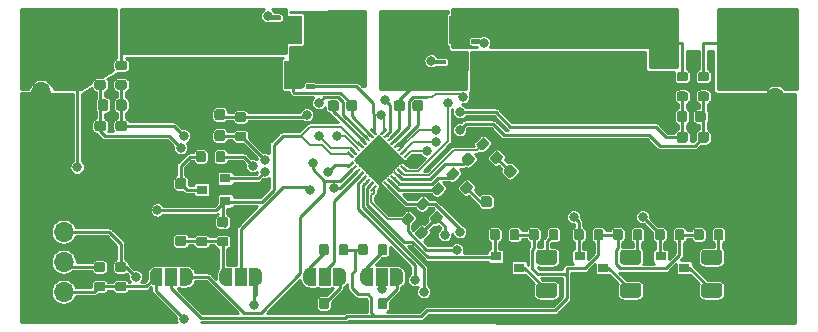
<source format=gbr>
%TF.GenerationSoftware,KiCad,Pcbnew,5.1.5+dfsg1-2build2*%
%TF.CreationDate,2021-12-28T20:55:31+01:00*%
%TF.ProjectId,Exousia,45786f75-7369-4612-9e6b-696361645f70,rev?*%
%TF.SameCoordinates,Original*%
%TF.FileFunction,Copper,L1,Top*%
%TF.FilePolarity,Positive*%
%FSLAX46Y46*%
G04 Gerber Fmt 4.6, Leading zero omitted, Abs format (unit mm)*
G04 Created by KiCad (PCBNEW 5.1.5+dfsg1-2build2) date 2021-12-28 20:55:31*
%MOMM*%
%LPD*%
G04 APERTURE LIST*
%TA.AperFunction,SMDPad,CuDef*%
%ADD10C,0.100000*%
%TD*%
%TA.AperFunction,SMDPad,CuDef*%
%ADD11R,2.350000X3.500000*%
%TD*%
%TA.AperFunction,SMDPad,CuDef*%
%ADD12R,1.000000X1.500000*%
%TD*%
%TA.AperFunction,ComponentPad*%
%ADD13O,1.700000X1.700000*%
%TD*%
%TA.AperFunction,ComponentPad*%
%ADD14R,1.700000X1.700000*%
%TD*%
%TA.AperFunction,SMDPad,CuDef*%
%ADD15R,1.500000X2.400000*%
%TD*%
%TA.AperFunction,SMDPad,CuDef*%
%ADD16R,0.900000X0.800000*%
%TD*%
%TA.AperFunction,ViaPad*%
%ADD17C,0.800000*%
%TD*%
%TA.AperFunction,Conductor*%
%ADD18C,0.250000*%
%TD*%
%TA.AperFunction,Conductor*%
%ADD19C,0.200000*%
%TD*%
%TA.AperFunction,Conductor*%
%ADD20C,0.254000*%
%TD*%
G04 APERTURE END LIST*
%TA.AperFunction,SMDPad,CuDef*%
D10*
%TO.P,R24,2*%
%TO.N,Net-(C17-Pad1)*%
G36*
X184190704Y-143817404D02*
G01*
X184214973Y-143821004D01*
X184238771Y-143826965D01*
X184261871Y-143835230D01*
X184284049Y-143845720D01*
X184305093Y-143858333D01*
X184324798Y-143872947D01*
X184342977Y-143889423D01*
X184359453Y-143907602D01*
X184374067Y-143927307D01*
X184386680Y-143948351D01*
X184397170Y-143970529D01*
X184405435Y-143993629D01*
X184411396Y-144017427D01*
X184414996Y-144041696D01*
X184416200Y-144066200D01*
X184416200Y-146916200D01*
X184414996Y-146940704D01*
X184411396Y-146964973D01*
X184405435Y-146988771D01*
X184397170Y-147011871D01*
X184386680Y-147034049D01*
X184374067Y-147055093D01*
X184359453Y-147074798D01*
X184342977Y-147092977D01*
X184324798Y-147109453D01*
X184305093Y-147124067D01*
X184284049Y-147136680D01*
X184261871Y-147147170D01*
X184238771Y-147155435D01*
X184214973Y-147161396D01*
X184190704Y-147164996D01*
X184166200Y-147166200D01*
X183441200Y-147166200D01*
X183416696Y-147164996D01*
X183392427Y-147161396D01*
X183368629Y-147155435D01*
X183345529Y-147147170D01*
X183323351Y-147136680D01*
X183302307Y-147124067D01*
X183282602Y-147109453D01*
X183264423Y-147092977D01*
X183247947Y-147074798D01*
X183233333Y-147055093D01*
X183220720Y-147034049D01*
X183210230Y-147011871D01*
X183201965Y-146988771D01*
X183196004Y-146964973D01*
X183192404Y-146940704D01*
X183191200Y-146916200D01*
X183191200Y-144066200D01*
X183192404Y-144041696D01*
X183196004Y-144017427D01*
X183201965Y-143993629D01*
X183210230Y-143970529D01*
X183220720Y-143948351D01*
X183233333Y-143927307D01*
X183247947Y-143907602D01*
X183264423Y-143889423D01*
X183282602Y-143872947D01*
X183302307Y-143858333D01*
X183323351Y-143845720D01*
X183345529Y-143835230D01*
X183368629Y-143826965D01*
X183392427Y-143821004D01*
X183416696Y-143817404D01*
X183441200Y-143816200D01*
X184166200Y-143816200D01*
X184190704Y-143817404D01*
G37*
%TD.AperFunction*%
%TA.AperFunction,SMDPad,CuDef*%
%TO.P,R24,1*%
%TO.N,Net-(J3-Pad3)*%
G36*
X190115704Y-143817404D02*
G01*
X190139973Y-143821004D01*
X190163771Y-143826965D01*
X190186871Y-143835230D01*
X190209049Y-143845720D01*
X190230093Y-143858333D01*
X190249798Y-143872947D01*
X190267977Y-143889423D01*
X190284453Y-143907602D01*
X190299067Y-143927307D01*
X190311680Y-143948351D01*
X190322170Y-143970529D01*
X190330435Y-143993629D01*
X190336396Y-144017427D01*
X190339996Y-144041696D01*
X190341200Y-144066200D01*
X190341200Y-146916200D01*
X190339996Y-146940704D01*
X190336396Y-146964973D01*
X190330435Y-146988771D01*
X190322170Y-147011871D01*
X190311680Y-147034049D01*
X190299067Y-147055093D01*
X190284453Y-147074798D01*
X190267977Y-147092977D01*
X190249798Y-147109453D01*
X190230093Y-147124067D01*
X190209049Y-147136680D01*
X190186871Y-147147170D01*
X190163771Y-147155435D01*
X190139973Y-147161396D01*
X190115704Y-147164996D01*
X190091200Y-147166200D01*
X189366200Y-147166200D01*
X189341696Y-147164996D01*
X189317427Y-147161396D01*
X189293629Y-147155435D01*
X189270529Y-147147170D01*
X189248351Y-147136680D01*
X189227307Y-147124067D01*
X189207602Y-147109453D01*
X189189423Y-147092977D01*
X189172947Y-147074798D01*
X189158333Y-147055093D01*
X189145720Y-147034049D01*
X189135230Y-147011871D01*
X189126965Y-146988771D01*
X189121004Y-146964973D01*
X189117404Y-146940704D01*
X189116200Y-146916200D01*
X189116200Y-144066200D01*
X189117404Y-144041696D01*
X189121004Y-144017427D01*
X189126965Y-143993629D01*
X189135230Y-143970529D01*
X189145720Y-143948351D01*
X189158333Y-143927307D01*
X189172947Y-143907602D01*
X189189423Y-143889423D01*
X189207602Y-143872947D01*
X189227307Y-143858333D01*
X189248351Y-143845720D01*
X189270529Y-143835230D01*
X189293629Y-143826965D01*
X189317427Y-143821004D01*
X189341696Y-143817404D01*
X189366200Y-143816200D01*
X190091200Y-143816200D01*
X190115704Y-143817404D01*
G37*
%TD.AperFunction*%
%TD*%
%TA.AperFunction,SMDPad,CuDef*%
%TO.P,R2,2*%
%TO.N,Net-(D2-Pad1)*%
G36*
X134927404Y-143525304D02*
G01*
X134951673Y-143528904D01*
X134975471Y-143534865D01*
X134998571Y-143543130D01*
X135020749Y-143553620D01*
X135041793Y-143566233D01*
X135061498Y-143580847D01*
X135079677Y-143597323D01*
X135096153Y-143615502D01*
X135110767Y-143635207D01*
X135123380Y-143656251D01*
X135133870Y-143678429D01*
X135142135Y-143701529D01*
X135148096Y-143725327D01*
X135151696Y-143749596D01*
X135152900Y-143774100D01*
X135152900Y-146624100D01*
X135151696Y-146648604D01*
X135148096Y-146672873D01*
X135142135Y-146696671D01*
X135133870Y-146719771D01*
X135123380Y-146741949D01*
X135110767Y-146762993D01*
X135096153Y-146782698D01*
X135079677Y-146800877D01*
X135061498Y-146817353D01*
X135041793Y-146831967D01*
X135020749Y-146844580D01*
X134998571Y-146855070D01*
X134975471Y-146863335D01*
X134951673Y-146869296D01*
X134927404Y-146872896D01*
X134902900Y-146874100D01*
X134177900Y-146874100D01*
X134153396Y-146872896D01*
X134129127Y-146869296D01*
X134105329Y-146863335D01*
X134082229Y-146855070D01*
X134060051Y-146844580D01*
X134039007Y-146831967D01*
X134019302Y-146817353D01*
X134001123Y-146800877D01*
X133984647Y-146782698D01*
X133970033Y-146762993D01*
X133957420Y-146741949D01*
X133946930Y-146719771D01*
X133938665Y-146696671D01*
X133932704Y-146672873D01*
X133929104Y-146648604D01*
X133927900Y-146624100D01*
X133927900Y-143774100D01*
X133929104Y-143749596D01*
X133932704Y-143725327D01*
X133938665Y-143701529D01*
X133946930Y-143678429D01*
X133957420Y-143656251D01*
X133970033Y-143635207D01*
X133984647Y-143615502D01*
X134001123Y-143597323D01*
X134019302Y-143580847D01*
X134039007Y-143566233D01*
X134060051Y-143553620D01*
X134082229Y-143543130D01*
X134105329Y-143534865D01*
X134129127Y-143528904D01*
X134153396Y-143525304D01*
X134177900Y-143524100D01*
X134902900Y-143524100D01*
X134927404Y-143525304D01*
G37*
%TD.AperFunction*%
%TA.AperFunction,SMDPad,CuDef*%
%TO.P,R2,1*%
%TO.N,Net-(C4-Pad1)*%
G36*
X140852404Y-143525304D02*
G01*
X140876673Y-143528904D01*
X140900471Y-143534865D01*
X140923571Y-143543130D01*
X140945749Y-143553620D01*
X140966793Y-143566233D01*
X140986498Y-143580847D01*
X141004677Y-143597323D01*
X141021153Y-143615502D01*
X141035767Y-143635207D01*
X141048380Y-143656251D01*
X141058870Y-143678429D01*
X141067135Y-143701529D01*
X141073096Y-143725327D01*
X141076696Y-143749596D01*
X141077900Y-143774100D01*
X141077900Y-146624100D01*
X141076696Y-146648604D01*
X141073096Y-146672873D01*
X141067135Y-146696671D01*
X141058870Y-146719771D01*
X141048380Y-146741949D01*
X141035767Y-146762993D01*
X141021153Y-146782698D01*
X141004677Y-146800877D01*
X140986498Y-146817353D01*
X140966793Y-146831967D01*
X140945749Y-146844580D01*
X140923571Y-146855070D01*
X140900471Y-146863335D01*
X140876673Y-146869296D01*
X140852404Y-146872896D01*
X140827900Y-146874100D01*
X140102900Y-146874100D01*
X140078396Y-146872896D01*
X140054127Y-146869296D01*
X140030329Y-146863335D01*
X140007229Y-146855070D01*
X139985051Y-146844580D01*
X139964007Y-146831967D01*
X139944302Y-146817353D01*
X139926123Y-146800877D01*
X139909647Y-146782698D01*
X139895033Y-146762993D01*
X139882420Y-146741949D01*
X139871930Y-146719771D01*
X139863665Y-146696671D01*
X139857704Y-146672873D01*
X139854104Y-146648604D01*
X139852900Y-146624100D01*
X139852900Y-143774100D01*
X139854104Y-143749596D01*
X139857704Y-143725327D01*
X139863665Y-143701529D01*
X139871930Y-143678429D01*
X139882420Y-143656251D01*
X139895033Y-143635207D01*
X139909647Y-143615502D01*
X139926123Y-143597323D01*
X139944302Y-143580847D01*
X139964007Y-143566233D01*
X139985051Y-143553620D01*
X140007229Y-143543130D01*
X140030329Y-143534865D01*
X140054127Y-143528904D01*
X140078396Y-143525304D01*
X140102900Y-143524100D01*
X140827900Y-143524100D01*
X140852404Y-143525304D01*
G37*
%TD.AperFunction*%
%TD*%
D11*
%TO.P,L1,2*%
%TO.N,Net-(C14-Pad1)*%
X162768000Y-146812000D03*
%TO.P,L1,1*%
%TO.N,Net-(C13-Pad1)*%
X156718000Y-146812000D03*
%TD*%
%TA.AperFunction,SMDPad,CuDef*%
D10*
%TO.P,U3,33*%
%TO.N,GND*%
G36*
X160020000Y-153905390D02*
G01*
X162070610Y-155956000D01*
X160020000Y-158006610D01*
X157969390Y-155956000D01*
X160020000Y-153905390D01*
G37*
%TD.AperFunction*%
%TA.AperFunction,SMDPad,CuDef*%
%TO.P,U3,32*%
G36*
X162252287Y-156083018D02*
G01*
X162257141Y-156083738D01*
X162261900Y-156084930D01*
X162266520Y-156086583D01*
X162270956Y-156088681D01*
X162275165Y-156091204D01*
X162279106Y-156094126D01*
X162282741Y-156097422D01*
X162707005Y-156521686D01*
X162710301Y-156525321D01*
X162713223Y-156529262D01*
X162715746Y-156533471D01*
X162717844Y-156537907D01*
X162719497Y-156542527D01*
X162720689Y-156547286D01*
X162721409Y-156552140D01*
X162721650Y-156557041D01*
X162721409Y-156561942D01*
X162720689Y-156566796D01*
X162719497Y-156571555D01*
X162717844Y-156576175D01*
X162715746Y-156580611D01*
X162713223Y-156584820D01*
X162710301Y-156588761D01*
X162707005Y-156592396D01*
X162636295Y-156663106D01*
X162632660Y-156666402D01*
X162628719Y-156669324D01*
X162624510Y-156671847D01*
X162620074Y-156673945D01*
X162615454Y-156675598D01*
X162610695Y-156676790D01*
X162605841Y-156677510D01*
X162600940Y-156677751D01*
X162596039Y-156677510D01*
X162591185Y-156676790D01*
X162586426Y-156675598D01*
X162581806Y-156673945D01*
X162577370Y-156671847D01*
X162573161Y-156669324D01*
X162569220Y-156666402D01*
X162565585Y-156663106D01*
X162141321Y-156238842D01*
X162138025Y-156235207D01*
X162135103Y-156231266D01*
X162132580Y-156227057D01*
X162130482Y-156222621D01*
X162128829Y-156218001D01*
X162127637Y-156213242D01*
X162126917Y-156208388D01*
X162126676Y-156203487D01*
X162126917Y-156198586D01*
X162127637Y-156193732D01*
X162128829Y-156188973D01*
X162130482Y-156184353D01*
X162132580Y-156179917D01*
X162135103Y-156175708D01*
X162138025Y-156171767D01*
X162141321Y-156168132D01*
X162212031Y-156097422D01*
X162215666Y-156094126D01*
X162219607Y-156091204D01*
X162223816Y-156088681D01*
X162228252Y-156086583D01*
X162232872Y-156084930D01*
X162237631Y-156083738D01*
X162242485Y-156083018D01*
X162247386Y-156082777D01*
X162252287Y-156083018D01*
G37*
%TD.AperFunction*%
%TA.AperFunction,SMDPad,CuDef*%
%TO.P,U3,31*%
%TO.N,Net-(C17-Pad1)*%
G36*
X161969444Y-156365861D02*
G01*
X161974298Y-156366581D01*
X161979057Y-156367773D01*
X161983677Y-156369426D01*
X161988113Y-156371524D01*
X161992322Y-156374047D01*
X161996263Y-156376969D01*
X161999898Y-156380265D01*
X162424162Y-156804529D01*
X162427458Y-156808164D01*
X162430380Y-156812105D01*
X162432903Y-156816314D01*
X162435001Y-156820750D01*
X162436654Y-156825370D01*
X162437846Y-156830129D01*
X162438566Y-156834983D01*
X162438807Y-156839884D01*
X162438566Y-156844785D01*
X162437846Y-156849639D01*
X162436654Y-156854398D01*
X162435001Y-156859018D01*
X162432903Y-156863454D01*
X162430380Y-156867663D01*
X162427458Y-156871604D01*
X162424162Y-156875239D01*
X162353452Y-156945949D01*
X162349817Y-156949245D01*
X162345876Y-156952167D01*
X162341667Y-156954690D01*
X162337231Y-156956788D01*
X162332611Y-156958441D01*
X162327852Y-156959633D01*
X162322998Y-156960353D01*
X162318097Y-156960594D01*
X162313196Y-156960353D01*
X162308342Y-156959633D01*
X162303583Y-156958441D01*
X162298963Y-156956788D01*
X162294527Y-156954690D01*
X162290318Y-156952167D01*
X162286377Y-156949245D01*
X162282742Y-156945949D01*
X161858478Y-156521685D01*
X161855182Y-156518050D01*
X161852260Y-156514109D01*
X161849737Y-156509900D01*
X161847639Y-156505464D01*
X161845986Y-156500844D01*
X161844794Y-156496085D01*
X161844074Y-156491231D01*
X161843833Y-156486330D01*
X161844074Y-156481429D01*
X161844794Y-156476575D01*
X161845986Y-156471816D01*
X161847639Y-156467196D01*
X161849737Y-156462760D01*
X161852260Y-156458551D01*
X161855182Y-156454610D01*
X161858478Y-156450975D01*
X161929188Y-156380265D01*
X161932823Y-156376969D01*
X161936764Y-156374047D01*
X161940973Y-156371524D01*
X161945409Y-156369426D01*
X161950029Y-156367773D01*
X161954788Y-156366581D01*
X161959642Y-156365861D01*
X161964543Y-156365620D01*
X161969444Y-156365861D01*
G37*
%TD.AperFunction*%
%TA.AperFunction,SMDPad,CuDef*%
%TO.P,U3,30*%
%TO.N,Net-(R13-Pad1)*%
G36*
X161686602Y-156648703D02*
G01*
X161691456Y-156649423D01*
X161696215Y-156650615D01*
X161700835Y-156652268D01*
X161705271Y-156654366D01*
X161709480Y-156656889D01*
X161713421Y-156659811D01*
X161717056Y-156663107D01*
X162141320Y-157087371D01*
X162144616Y-157091006D01*
X162147538Y-157094947D01*
X162150061Y-157099156D01*
X162152159Y-157103592D01*
X162153812Y-157108212D01*
X162155004Y-157112971D01*
X162155724Y-157117825D01*
X162155965Y-157122726D01*
X162155724Y-157127627D01*
X162155004Y-157132481D01*
X162153812Y-157137240D01*
X162152159Y-157141860D01*
X162150061Y-157146296D01*
X162147538Y-157150505D01*
X162144616Y-157154446D01*
X162141320Y-157158081D01*
X162070610Y-157228791D01*
X162066975Y-157232087D01*
X162063034Y-157235009D01*
X162058825Y-157237532D01*
X162054389Y-157239630D01*
X162049769Y-157241283D01*
X162045010Y-157242475D01*
X162040156Y-157243195D01*
X162035255Y-157243436D01*
X162030354Y-157243195D01*
X162025500Y-157242475D01*
X162020741Y-157241283D01*
X162016121Y-157239630D01*
X162011685Y-157237532D01*
X162007476Y-157235009D01*
X162003535Y-157232087D01*
X161999900Y-157228791D01*
X161575636Y-156804527D01*
X161572340Y-156800892D01*
X161569418Y-156796951D01*
X161566895Y-156792742D01*
X161564797Y-156788306D01*
X161563144Y-156783686D01*
X161561952Y-156778927D01*
X161561232Y-156774073D01*
X161560991Y-156769172D01*
X161561232Y-156764271D01*
X161561952Y-156759417D01*
X161563144Y-156754658D01*
X161564797Y-156750038D01*
X161566895Y-156745602D01*
X161569418Y-156741393D01*
X161572340Y-156737452D01*
X161575636Y-156733817D01*
X161646346Y-156663107D01*
X161649981Y-156659811D01*
X161653922Y-156656889D01*
X161658131Y-156654366D01*
X161662567Y-156652268D01*
X161667187Y-156650615D01*
X161671946Y-156649423D01*
X161676800Y-156648703D01*
X161681701Y-156648462D01*
X161686602Y-156648703D01*
G37*
%TD.AperFunction*%
%TA.AperFunction,SMDPad,CuDef*%
%TO.P,U3,29*%
%TO.N,Net-(C10-Pad1)*%
G36*
X161403759Y-156931546D02*
G01*
X161408613Y-156932266D01*
X161413372Y-156933458D01*
X161417992Y-156935111D01*
X161422428Y-156937209D01*
X161426637Y-156939732D01*
X161430578Y-156942654D01*
X161434213Y-156945950D01*
X161858477Y-157370214D01*
X161861773Y-157373849D01*
X161864695Y-157377790D01*
X161867218Y-157381999D01*
X161869316Y-157386435D01*
X161870969Y-157391055D01*
X161872161Y-157395814D01*
X161872881Y-157400668D01*
X161873122Y-157405569D01*
X161872881Y-157410470D01*
X161872161Y-157415324D01*
X161870969Y-157420083D01*
X161869316Y-157424703D01*
X161867218Y-157429139D01*
X161864695Y-157433348D01*
X161861773Y-157437289D01*
X161858477Y-157440924D01*
X161787767Y-157511634D01*
X161784132Y-157514930D01*
X161780191Y-157517852D01*
X161775982Y-157520375D01*
X161771546Y-157522473D01*
X161766926Y-157524126D01*
X161762167Y-157525318D01*
X161757313Y-157526038D01*
X161752412Y-157526279D01*
X161747511Y-157526038D01*
X161742657Y-157525318D01*
X161737898Y-157524126D01*
X161733278Y-157522473D01*
X161728842Y-157520375D01*
X161724633Y-157517852D01*
X161720692Y-157514930D01*
X161717057Y-157511634D01*
X161292793Y-157087370D01*
X161289497Y-157083735D01*
X161286575Y-157079794D01*
X161284052Y-157075585D01*
X161281954Y-157071149D01*
X161280301Y-157066529D01*
X161279109Y-157061770D01*
X161278389Y-157056916D01*
X161278148Y-157052015D01*
X161278389Y-157047114D01*
X161279109Y-157042260D01*
X161280301Y-157037501D01*
X161281954Y-157032881D01*
X161284052Y-157028445D01*
X161286575Y-157024236D01*
X161289497Y-157020295D01*
X161292793Y-157016660D01*
X161363503Y-156945950D01*
X161367138Y-156942654D01*
X161371079Y-156939732D01*
X161375288Y-156937209D01*
X161379724Y-156935111D01*
X161384344Y-156933458D01*
X161389103Y-156932266D01*
X161393957Y-156931546D01*
X161398858Y-156931305D01*
X161403759Y-156931546D01*
G37*
%TD.AperFunction*%
%TA.AperFunction,SMDPad,CuDef*%
%TO.P,U3,28*%
%TO.N,Net-(R14-Pad1)*%
G36*
X161120916Y-157214389D02*
G01*
X161125770Y-157215109D01*
X161130529Y-157216301D01*
X161135149Y-157217954D01*
X161139585Y-157220052D01*
X161143794Y-157222575D01*
X161147735Y-157225497D01*
X161151370Y-157228793D01*
X161575634Y-157653057D01*
X161578930Y-157656692D01*
X161581852Y-157660633D01*
X161584375Y-157664842D01*
X161586473Y-157669278D01*
X161588126Y-157673898D01*
X161589318Y-157678657D01*
X161590038Y-157683511D01*
X161590279Y-157688412D01*
X161590038Y-157693313D01*
X161589318Y-157698167D01*
X161588126Y-157702926D01*
X161586473Y-157707546D01*
X161584375Y-157711982D01*
X161581852Y-157716191D01*
X161578930Y-157720132D01*
X161575634Y-157723767D01*
X161504924Y-157794477D01*
X161501289Y-157797773D01*
X161497348Y-157800695D01*
X161493139Y-157803218D01*
X161488703Y-157805316D01*
X161484083Y-157806969D01*
X161479324Y-157808161D01*
X161474470Y-157808881D01*
X161469569Y-157809122D01*
X161464668Y-157808881D01*
X161459814Y-157808161D01*
X161455055Y-157806969D01*
X161450435Y-157805316D01*
X161445999Y-157803218D01*
X161441790Y-157800695D01*
X161437849Y-157797773D01*
X161434214Y-157794477D01*
X161009950Y-157370213D01*
X161006654Y-157366578D01*
X161003732Y-157362637D01*
X161001209Y-157358428D01*
X160999111Y-157353992D01*
X160997458Y-157349372D01*
X160996266Y-157344613D01*
X160995546Y-157339759D01*
X160995305Y-157334858D01*
X160995546Y-157329957D01*
X160996266Y-157325103D01*
X160997458Y-157320344D01*
X160999111Y-157315724D01*
X161001209Y-157311288D01*
X161003732Y-157307079D01*
X161006654Y-157303138D01*
X161009950Y-157299503D01*
X161080660Y-157228793D01*
X161084295Y-157225497D01*
X161088236Y-157222575D01*
X161092445Y-157220052D01*
X161096881Y-157217954D01*
X161101501Y-157216301D01*
X161106260Y-157215109D01*
X161111114Y-157214389D01*
X161116015Y-157214148D01*
X161120916Y-157214389D01*
G37*
%TD.AperFunction*%
%TA.AperFunction,SMDPad,CuDef*%
%TO.P,U3,27*%
%TO.N,Net-(R17-Pad1)*%
G36*
X160838073Y-157497232D02*
G01*
X160842927Y-157497952D01*
X160847686Y-157499144D01*
X160852306Y-157500797D01*
X160856742Y-157502895D01*
X160860951Y-157505418D01*
X160864892Y-157508340D01*
X160868527Y-157511636D01*
X161292791Y-157935900D01*
X161296087Y-157939535D01*
X161299009Y-157943476D01*
X161301532Y-157947685D01*
X161303630Y-157952121D01*
X161305283Y-157956741D01*
X161306475Y-157961500D01*
X161307195Y-157966354D01*
X161307436Y-157971255D01*
X161307195Y-157976156D01*
X161306475Y-157981010D01*
X161305283Y-157985769D01*
X161303630Y-157990389D01*
X161301532Y-157994825D01*
X161299009Y-157999034D01*
X161296087Y-158002975D01*
X161292791Y-158006610D01*
X161222081Y-158077320D01*
X161218446Y-158080616D01*
X161214505Y-158083538D01*
X161210296Y-158086061D01*
X161205860Y-158088159D01*
X161201240Y-158089812D01*
X161196481Y-158091004D01*
X161191627Y-158091724D01*
X161186726Y-158091965D01*
X161181825Y-158091724D01*
X161176971Y-158091004D01*
X161172212Y-158089812D01*
X161167592Y-158088159D01*
X161163156Y-158086061D01*
X161158947Y-158083538D01*
X161155006Y-158080616D01*
X161151371Y-158077320D01*
X160727107Y-157653056D01*
X160723811Y-157649421D01*
X160720889Y-157645480D01*
X160718366Y-157641271D01*
X160716268Y-157636835D01*
X160714615Y-157632215D01*
X160713423Y-157627456D01*
X160712703Y-157622602D01*
X160712462Y-157617701D01*
X160712703Y-157612800D01*
X160713423Y-157607946D01*
X160714615Y-157603187D01*
X160716268Y-157598567D01*
X160718366Y-157594131D01*
X160720889Y-157589922D01*
X160723811Y-157585981D01*
X160727107Y-157582346D01*
X160797817Y-157511636D01*
X160801452Y-157508340D01*
X160805393Y-157505418D01*
X160809602Y-157502895D01*
X160814038Y-157500797D01*
X160818658Y-157499144D01*
X160823417Y-157497952D01*
X160828271Y-157497232D01*
X160833172Y-157496991D01*
X160838073Y-157497232D01*
G37*
%TD.AperFunction*%
%TA.AperFunction,SMDPad,CuDef*%
%TO.P,U3,26*%
%TO.N,RVSPG*%
G36*
X160555231Y-157780074D02*
G01*
X160560085Y-157780794D01*
X160564844Y-157781986D01*
X160569464Y-157783639D01*
X160573900Y-157785737D01*
X160578109Y-157788260D01*
X160582050Y-157791182D01*
X160585685Y-157794478D01*
X161009949Y-158218742D01*
X161013245Y-158222377D01*
X161016167Y-158226318D01*
X161018690Y-158230527D01*
X161020788Y-158234963D01*
X161022441Y-158239583D01*
X161023633Y-158244342D01*
X161024353Y-158249196D01*
X161024594Y-158254097D01*
X161024353Y-158258998D01*
X161023633Y-158263852D01*
X161022441Y-158268611D01*
X161020788Y-158273231D01*
X161018690Y-158277667D01*
X161016167Y-158281876D01*
X161013245Y-158285817D01*
X161009949Y-158289452D01*
X160939239Y-158360162D01*
X160935604Y-158363458D01*
X160931663Y-158366380D01*
X160927454Y-158368903D01*
X160923018Y-158371001D01*
X160918398Y-158372654D01*
X160913639Y-158373846D01*
X160908785Y-158374566D01*
X160903884Y-158374807D01*
X160898983Y-158374566D01*
X160894129Y-158373846D01*
X160889370Y-158372654D01*
X160884750Y-158371001D01*
X160880314Y-158368903D01*
X160876105Y-158366380D01*
X160872164Y-158363458D01*
X160868529Y-158360162D01*
X160444265Y-157935898D01*
X160440969Y-157932263D01*
X160438047Y-157928322D01*
X160435524Y-157924113D01*
X160433426Y-157919677D01*
X160431773Y-157915057D01*
X160430581Y-157910298D01*
X160429861Y-157905444D01*
X160429620Y-157900543D01*
X160429861Y-157895642D01*
X160430581Y-157890788D01*
X160431773Y-157886029D01*
X160433426Y-157881409D01*
X160435524Y-157876973D01*
X160438047Y-157872764D01*
X160440969Y-157868823D01*
X160444265Y-157865188D01*
X160514975Y-157794478D01*
X160518610Y-157791182D01*
X160522551Y-157788260D01*
X160526760Y-157785737D01*
X160531196Y-157783639D01*
X160535816Y-157781986D01*
X160540575Y-157780794D01*
X160545429Y-157780074D01*
X160550330Y-157779833D01*
X160555231Y-157780074D01*
G37*
%TD.AperFunction*%
%TA.AperFunction,SMDPad,CuDef*%
%TO.P,U3,25*%
%TO.N,GND*%
G36*
X160272388Y-158062917D02*
G01*
X160277242Y-158063637D01*
X160282001Y-158064829D01*
X160286621Y-158066482D01*
X160291057Y-158068580D01*
X160295266Y-158071103D01*
X160299207Y-158074025D01*
X160302842Y-158077321D01*
X160727106Y-158501585D01*
X160730402Y-158505220D01*
X160733324Y-158509161D01*
X160735847Y-158513370D01*
X160737945Y-158517806D01*
X160739598Y-158522426D01*
X160740790Y-158527185D01*
X160741510Y-158532039D01*
X160741751Y-158536940D01*
X160741510Y-158541841D01*
X160740790Y-158546695D01*
X160739598Y-158551454D01*
X160737945Y-158556074D01*
X160735847Y-158560510D01*
X160733324Y-158564719D01*
X160730402Y-158568660D01*
X160727106Y-158572295D01*
X160656396Y-158643005D01*
X160652761Y-158646301D01*
X160648820Y-158649223D01*
X160644611Y-158651746D01*
X160640175Y-158653844D01*
X160635555Y-158655497D01*
X160630796Y-158656689D01*
X160625942Y-158657409D01*
X160621041Y-158657650D01*
X160616140Y-158657409D01*
X160611286Y-158656689D01*
X160606527Y-158655497D01*
X160601907Y-158653844D01*
X160597471Y-158651746D01*
X160593262Y-158649223D01*
X160589321Y-158646301D01*
X160585686Y-158643005D01*
X160161422Y-158218741D01*
X160158126Y-158215106D01*
X160155204Y-158211165D01*
X160152681Y-158206956D01*
X160150583Y-158202520D01*
X160148930Y-158197900D01*
X160147738Y-158193141D01*
X160147018Y-158188287D01*
X160146777Y-158183386D01*
X160147018Y-158178485D01*
X160147738Y-158173631D01*
X160148930Y-158168872D01*
X160150583Y-158164252D01*
X160152681Y-158159816D01*
X160155204Y-158155607D01*
X160158126Y-158151666D01*
X160161422Y-158148031D01*
X160232132Y-158077321D01*
X160235767Y-158074025D01*
X160239708Y-158071103D01*
X160243917Y-158068580D01*
X160248353Y-158066482D01*
X160252973Y-158064829D01*
X160257732Y-158063637D01*
X160262586Y-158062917D01*
X160267487Y-158062676D01*
X160272388Y-158062917D01*
G37*
%TD.AperFunction*%
%TA.AperFunction,SMDPad,CuDef*%
%TO.P,U3,24*%
%TO.N,FRWPG*%
G36*
X159777414Y-158062917D02*
G01*
X159782268Y-158063637D01*
X159787027Y-158064829D01*
X159791647Y-158066482D01*
X159796083Y-158068580D01*
X159800292Y-158071103D01*
X159804233Y-158074025D01*
X159807868Y-158077321D01*
X159878578Y-158148031D01*
X159881874Y-158151666D01*
X159884796Y-158155607D01*
X159887319Y-158159816D01*
X159889417Y-158164252D01*
X159891070Y-158168872D01*
X159892262Y-158173631D01*
X159892982Y-158178485D01*
X159893223Y-158183386D01*
X159892982Y-158188287D01*
X159892262Y-158193141D01*
X159891070Y-158197900D01*
X159889417Y-158202520D01*
X159887319Y-158206956D01*
X159884796Y-158211165D01*
X159881874Y-158215106D01*
X159878578Y-158218741D01*
X159454314Y-158643005D01*
X159450679Y-158646301D01*
X159446738Y-158649223D01*
X159442529Y-158651746D01*
X159438093Y-158653844D01*
X159433473Y-158655497D01*
X159428714Y-158656689D01*
X159423860Y-158657409D01*
X159418959Y-158657650D01*
X159414058Y-158657409D01*
X159409204Y-158656689D01*
X159404445Y-158655497D01*
X159399825Y-158653844D01*
X159395389Y-158651746D01*
X159391180Y-158649223D01*
X159387239Y-158646301D01*
X159383604Y-158643005D01*
X159312894Y-158572295D01*
X159309598Y-158568660D01*
X159306676Y-158564719D01*
X159304153Y-158560510D01*
X159302055Y-158556074D01*
X159300402Y-158551454D01*
X159299210Y-158546695D01*
X159298490Y-158541841D01*
X159298249Y-158536940D01*
X159298490Y-158532039D01*
X159299210Y-158527185D01*
X159300402Y-158522426D01*
X159302055Y-158517806D01*
X159304153Y-158513370D01*
X159306676Y-158509161D01*
X159309598Y-158505220D01*
X159312894Y-158501585D01*
X159737158Y-158077321D01*
X159740793Y-158074025D01*
X159744734Y-158071103D01*
X159748943Y-158068580D01*
X159753379Y-158066482D01*
X159757999Y-158064829D01*
X159762758Y-158063637D01*
X159767612Y-158062917D01*
X159772513Y-158062676D01*
X159777414Y-158062917D01*
G37*
%TD.AperFunction*%
%TA.AperFunction,SMDPad,CuDef*%
%TO.P,U3,23*%
%TO.N,PROCHOT#*%
G36*
X159494571Y-157780074D02*
G01*
X159499425Y-157780794D01*
X159504184Y-157781986D01*
X159508804Y-157783639D01*
X159513240Y-157785737D01*
X159517449Y-157788260D01*
X159521390Y-157791182D01*
X159525025Y-157794478D01*
X159595735Y-157865188D01*
X159599031Y-157868823D01*
X159601953Y-157872764D01*
X159604476Y-157876973D01*
X159606574Y-157881409D01*
X159608227Y-157886029D01*
X159609419Y-157890788D01*
X159610139Y-157895642D01*
X159610380Y-157900543D01*
X159610139Y-157905444D01*
X159609419Y-157910298D01*
X159608227Y-157915057D01*
X159606574Y-157919677D01*
X159604476Y-157924113D01*
X159601953Y-157928322D01*
X159599031Y-157932263D01*
X159595735Y-157935898D01*
X159171471Y-158360162D01*
X159167836Y-158363458D01*
X159163895Y-158366380D01*
X159159686Y-158368903D01*
X159155250Y-158371001D01*
X159150630Y-158372654D01*
X159145871Y-158373846D01*
X159141017Y-158374566D01*
X159136116Y-158374807D01*
X159131215Y-158374566D01*
X159126361Y-158373846D01*
X159121602Y-158372654D01*
X159116982Y-158371001D01*
X159112546Y-158368903D01*
X159108337Y-158366380D01*
X159104396Y-158363458D01*
X159100761Y-158360162D01*
X159030051Y-158289452D01*
X159026755Y-158285817D01*
X159023833Y-158281876D01*
X159021310Y-158277667D01*
X159019212Y-158273231D01*
X159017559Y-158268611D01*
X159016367Y-158263852D01*
X159015647Y-158258998D01*
X159015406Y-158254097D01*
X159015647Y-158249196D01*
X159016367Y-158244342D01*
X159017559Y-158239583D01*
X159019212Y-158234963D01*
X159021310Y-158230527D01*
X159023833Y-158226318D01*
X159026755Y-158222377D01*
X159030051Y-158218742D01*
X159454315Y-157794478D01*
X159457950Y-157791182D01*
X159461891Y-157788260D01*
X159466100Y-157785737D01*
X159470536Y-157783639D01*
X159475156Y-157781986D01*
X159479915Y-157780794D01*
X159484769Y-157780074D01*
X159489670Y-157779833D01*
X159494571Y-157780074D01*
G37*
%TD.AperFunction*%
%TA.AperFunction,SMDPad,CuDef*%
%TO.P,U3,22*%
%TO.N,SCL*%
G36*
X159211729Y-157497232D02*
G01*
X159216583Y-157497952D01*
X159221342Y-157499144D01*
X159225962Y-157500797D01*
X159230398Y-157502895D01*
X159234607Y-157505418D01*
X159238548Y-157508340D01*
X159242183Y-157511636D01*
X159312893Y-157582346D01*
X159316189Y-157585981D01*
X159319111Y-157589922D01*
X159321634Y-157594131D01*
X159323732Y-157598567D01*
X159325385Y-157603187D01*
X159326577Y-157607946D01*
X159327297Y-157612800D01*
X159327538Y-157617701D01*
X159327297Y-157622602D01*
X159326577Y-157627456D01*
X159325385Y-157632215D01*
X159323732Y-157636835D01*
X159321634Y-157641271D01*
X159319111Y-157645480D01*
X159316189Y-157649421D01*
X159312893Y-157653056D01*
X158888629Y-158077320D01*
X158884994Y-158080616D01*
X158881053Y-158083538D01*
X158876844Y-158086061D01*
X158872408Y-158088159D01*
X158867788Y-158089812D01*
X158863029Y-158091004D01*
X158858175Y-158091724D01*
X158853274Y-158091965D01*
X158848373Y-158091724D01*
X158843519Y-158091004D01*
X158838760Y-158089812D01*
X158834140Y-158088159D01*
X158829704Y-158086061D01*
X158825495Y-158083538D01*
X158821554Y-158080616D01*
X158817919Y-158077320D01*
X158747209Y-158006610D01*
X158743913Y-158002975D01*
X158740991Y-157999034D01*
X158738468Y-157994825D01*
X158736370Y-157990389D01*
X158734717Y-157985769D01*
X158733525Y-157981010D01*
X158732805Y-157976156D01*
X158732564Y-157971255D01*
X158732805Y-157966354D01*
X158733525Y-157961500D01*
X158734717Y-157956741D01*
X158736370Y-157952121D01*
X158738468Y-157947685D01*
X158740991Y-157943476D01*
X158743913Y-157939535D01*
X158747209Y-157935900D01*
X159171473Y-157511636D01*
X159175108Y-157508340D01*
X159179049Y-157505418D01*
X159183258Y-157502895D01*
X159187694Y-157500797D01*
X159192314Y-157499144D01*
X159197073Y-157497952D01*
X159201927Y-157497232D01*
X159206828Y-157496991D01*
X159211729Y-157497232D01*
G37*
%TD.AperFunction*%
%TA.AperFunction,SMDPad,CuDef*%
%TO.P,U3,21*%
%TO.N,SDA*%
G36*
X158928886Y-157214389D02*
G01*
X158933740Y-157215109D01*
X158938499Y-157216301D01*
X158943119Y-157217954D01*
X158947555Y-157220052D01*
X158951764Y-157222575D01*
X158955705Y-157225497D01*
X158959340Y-157228793D01*
X159030050Y-157299503D01*
X159033346Y-157303138D01*
X159036268Y-157307079D01*
X159038791Y-157311288D01*
X159040889Y-157315724D01*
X159042542Y-157320344D01*
X159043734Y-157325103D01*
X159044454Y-157329957D01*
X159044695Y-157334858D01*
X159044454Y-157339759D01*
X159043734Y-157344613D01*
X159042542Y-157349372D01*
X159040889Y-157353992D01*
X159038791Y-157358428D01*
X159036268Y-157362637D01*
X159033346Y-157366578D01*
X159030050Y-157370213D01*
X158605786Y-157794477D01*
X158602151Y-157797773D01*
X158598210Y-157800695D01*
X158594001Y-157803218D01*
X158589565Y-157805316D01*
X158584945Y-157806969D01*
X158580186Y-157808161D01*
X158575332Y-157808881D01*
X158570431Y-157809122D01*
X158565530Y-157808881D01*
X158560676Y-157808161D01*
X158555917Y-157806969D01*
X158551297Y-157805316D01*
X158546861Y-157803218D01*
X158542652Y-157800695D01*
X158538711Y-157797773D01*
X158535076Y-157794477D01*
X158464366Y-157723767D01*
X158461070Y-157720132D01*
X158458148Y-157716191D01*
X158455625Y-157711982D01*
X158453527Y-157707546D01*
X158451874Y-157702926D01*
X158450682Y-157698167D01*
X158449962Y-157693313D01*
X158449721Y-157688412D01*
X158449962Y-157683511D01*
X158450682Y-157678657D01*
X158451874Y-157673898D01*
X158453527Y-157669278D01*
X158455625Y-157664842D01*
X158458148Y-157660633D01*
X158461070Y-157656692D01*
X158464366Y-157653057D01*
X158888630Y-157228793D01*
X158892265Y-157225497D01*
X158896206Y-157222575D01*
X158900415Y-157220052D01*
X158904851Y-157217954D01*
X158909471Y-157216301D01*
X158914230Y-157215109D01*
X158919084Y-157214389D01*
X158923985Y-157214148D01*
X158928886Y-157214389D01*
G37*
%TD.AperFunction*%
%TA.AperFunction,SMDPad,CuDef*%
%TO.P,U3,20*%
%TO.N,RVSEN*%
G36*
X158646043Y-156931546D02*
G01*
X158650897Y-156932266D01*
X158655656Y-156933458D01*
X158660276Y-156935111D01*
X158664712Y-156937209D01*
X158668921Y-156939732D01*
X158672862Y-156942654D01*
X158676497Y-156945950D01*
X158747207Y-157016660D01*
X158750503Y-157020295D01*
X158753425Y-157024236D01*
X158755948Y-157028445D01*
X158758046Y-157032881D01*
X158759699Y-157037501D01*
X158760891Y-157042260D01*
X158761611Y-157047114D01*
X158761852Y-157052015D01*
X158761611Y-157056916D01*
X158760891Y-157061770D01*
X158759699Y-157066529D01*
X158758046Y-157071149D01*
X158755948Y-157075585D01*
X158753425Y-157079794D01*
X158750503Y-157083735D01*
X158747207Y-157087370D01*
X158322943Y-157511634D01*
X158319308Y-157514930D01*
X158315367Y-157517852D01*
X158311158Y-157520375D01*
X158306722Y-157522473D01*
X158302102Y-157524126D01*
X158297343Y-157525318D01*
X158292489Y-157526038D01*
X158287588Y-157526279D01*
X158282687Y-157526038D01*
X158277833Y-157525318D01*
X158273074Y-157524126D01*
X158268454Y-157522473D01*
X158264018Y-157520375D01*
X158259809Y-157517852D01*
X158255868Y-157514930D01*
X158252233Y-157511634D01*
X158181523Y-157440924D01*
X158178227Y-157437289D01*
X158175305Y-157433348D01*
X158172782Y-157429139D01*
X158170684Y-157424703D01*
X158169031Y-157420083D01*
X158167839Y-157415324D01*
X158167119Y-157410470D01*
X158166878Y-157405569D01*
X158167119Y-157400668D01*
X158167839Y-157395814D01*
X158169031Y-157391055D01*
X158170684Y-157386435D01*
X158172782Y-157381999D01*
X158175305Y-157377790D01*
X158178227Y-157373849D01*
X158181523Y-157370214D01*
X158605787Y-156945950D01*
X158609422Y-156942654D01*
X158613363Y-156939732D01*
X158617572Y-156937209D01*
X158622008Y-156935111D01*
X158626628Y-156933458D01*
X158631387Y-156932266D01*
X158636241Y-156931546D01*
X158641142Y-156931305D01*
X158646043Y-156931546D01*
G37*
%TD.AperFunction*%
%TA.AperFunction,SMDPad,CuDef*%
%TO.P,U3,19*%
%TO.N,Net-(JP2-Pad2)*%
G36*
X158363200Y-156648703D02*
G01*
X158368054Y-156649423D01*
X158372813Y-156650615D01*
X158377433Y-156652268D01*
X158381869Y-156654366D01*
X158386078Y-156656889D01*
X158390019Y-156659811D01*
X158393654Y-156663107D01*
X158464364Y-156733817D01*
X158467660Y-156737452D01*
X158470582Y-156741393D01*
X158473105Y-156745602D01*
X158475203Y-156750038D01*
X158476856Y-156754658D01*
X158478048Y-156759417D01*
X158478768Y-156764271D01*
X158479009Y-156769172D01*
X158478768Y-156774073D01*
X158478048Y-156778927D01*
X158476856Y-156783686D01*
X158475203Y-156788306D01*
X158473105Y-156792742D01*
X158470582Y-156796951D01*
X158467660Y-156800892D01*
X158464364Y-156804527D01*
X158040100Y-157228791D01*
X158036465Y-157232087D01*
X158032524Y-157235009D01*
X158028315Y-157237532D01*
X158023879Y-157239630D01*
X158019259Y-157241283D01*
X158014500Y-157242475D01*
X158009646Y-157243195D01*
X158004745Y-157243436D01*
X157999844Y-157243195D01*
X157994990Y-157242475D01*
X157990231Y-157241283D01*
X157985611Y-157239630D01*
X157981175Y-157237532D01*
X157976966Y-157235009D01*
X157973025Y-157232087D01*
X157969390Y-157228791D01*
X157898680Y-157158081D01*
X157895384Y-157154446D01*
X157892462Y-157150505D01*
X157889939Y-157146296D01*
X157887841Y-157141860D01*
X157886188Y-157137240D01*
X157884996Y-157132481D01*
X157884276Y-157127627D01*
X157884035Y-157122726D01*
X157884276Y-157117825D01*
X157884996Y-157112971D01*
X157886188Y-157108212D01*
X157887841Y-157103592D01*
X157889939Y-157099156D01*
X157892462Y-157094947D01*
X157895384Y-157091006D01*
X157898680Y-157087371D01*
X158322944Y-156663107D01*
X158326579Y-156659811D01*
X158330520Y-156656889D01*
X158334729Y-156654366D01*
X158339165Y-156652268D01*
X158343785Y-156650615D01*
X158348544Y-156649423D01*
X158353398Y-156648703D01*
X158358299Y-156648462D01*
X158363200Y-156648703D01*
G37*
%TD.AperFunction*%
%TA.AperFunction,SMDPad,CuDef*%
%TO.P,U3,18*%
%TO.N,VDD*%
G36*
X158080358Y-156365861D02*
G01*
X158085212Y-156366581D01*
X158089971Y-156367773D01*
X158094591Y-156369426D01*
X158099027Y-156371524D01*
X158103236Y-156374047D01*
X158107177Y-156376969D01*
X158110812Y-156380265D01*
X158181522Y-156450975D01*
X158184818Y-156454610D01*
X158187740Y-156458551D01*
X158190263Y-156462760D01*
X158192361Y-156467196D01*
X158194014Y-156471816D01*
X158195206Y-156476575D01*
X158195926Y-156481429D01*
X158196167Y-156486330D01*
X158195926Y-156491231D01*
X158195206Y-156496085D01*
X158194014Y-156500844D01*
X158192361Y-156505464D01*
X158190263Y-156509900D01*
X158187740Y-156514109D01*
X158184818Y-156518050D01*
X158181522Y-156521685D01*
X157757258Y-156945949D01*
X157753623Y-156949245D01*
X157749682Y-156952167D01*
X157745473Y-156954690D01*
X157741037Y-156956788D01*
X157736417Y-156958441D01*
X157731658Y-156959633D01*
X157726804Y-156960353D01*
X157721903Y-156960594D01*
X157717002Y-156960353D01*
X157712148Y-156959633D01*
X157707389Y-156958441D01*
X157702769Y-156956788D01*
X157698333Y-156954690D01*
X157694124Y-156952167D01*
X157690183Y-156949245D01*
X157686548Y-156945949D01*
X157615838Y-156875239D01*
X157612542Y-156871604D01*
X157609620Y-156867663D01*
X157607097Y-156863454D01*
X157604999Y-156859018D01*
X157603346Y-156854398D01*
X157602154Y-156849639D01*
X157601434Y-156844785D01*
X157601193Y-156839884D01*
X157601434Y-156834983D01*
X157602154Y-156830129D01*
X157603346Y-156825370D01*
X157604999Y-156820750D01*
X157607097Y-156816314D01*
X157609620Y-156812105D01*
X157612542Y-156808164D01*
X157615838Y-156804529D01*
X158040102Y-156380265D01*
X158043737Y-156376969D01*
X158047678Y-156374047D01*
X158051887Y-156371524D01*
X158056323Y-156369426D01*
X158060943Y-156367773D01*
X158065702Y-156366581D01*
X158070556Y-156365861D01*
X158075457Y-156365620D01*
X158080358Y-156365861D01*
G37*
%TD.AperFunction*%
%TA.AperFunction,SMDPad,CuDef*%
%TO.P,U3,17*%
%TO.N,DCIN*%
G36*
X157797515Y-156083018D02*
G01*
X157802369Y-156083738D01*
X157807128Y-156084930D01*
X157811748Y-156086583D01*
X157816184Y-156088681D01*
X157820393Y-156091204D01*
X157824334Y-156094126D01*
X157827969Y-156097422D01*
X157898679Y-156168132D01*
X157901975Y-156171767D01*
X157904897Y-156175708D01*
X157907420Y-156179917D01*
X157909518Y-156184353D01*
X157911171Y-156188973D01*
X157912363Y-156193732D01*
X157913083Y-156198586D01*
X157913324Y-156203487D01*
X157913083Y-156208388D01*
X157912363Y-156213242D01*
X157911171Y-156218001D01*
X157909518Y-156222621D01*
X157907420Y-156227057D01*
X157904897Y-156231266D01*
X157901975Y-156235207D01*
X157898679Y-156238842D01*
X157474415Y-156663106D01*
X157470780Y-156666402D01*
X157466839Y-156669324D01*
X157462630Y-156671847D01*
X157458194Y-156673945D01*
X157453574Y-156675598D01*
X157448815Y-156676790D01*
X157443961Y-156677510D01*
X157439060Y-156677751D01*
X157434159Y-156677510D01*
X157429305Y-156676790D01*
X157424546Y-156675598D01*
X157419926Y-156673945D01*
X157415490Y-156671847D01*
X157411281Y-156669324D01*
X157407340Y-156666402D01*
X157403705Y-156663106D01*
X157332995Y-156592396D01*
X157329699Y-156588761D01*
X157326777Y-156584820D01*
X157324254Y-156580611D01*
X157322156Y-156576175D01*
X157320503Y-156571555D01*
X157319311Y-156566796D01*
X157318591Y-156561942D01*
X157318350Y-156557041D01*
X157318591Y-156552140D01*
X157319311Y-156547286D01*
X157320503Y-156542527D01*
X157322156Y-156537907D01*
X157324254Y-156533471D01*
X157326777Y-156529262D01*
X157329699Y-156525321D01*
X157332995Y-156521686D01*
X157757259Y-156097422D01*
X157760894Y-156094126D01*
X157764835Y-156091204D01*
X157769044Y-156088681D01*
X157773480Y-156086583D01*
X157778100Y-156084930D01*
X157782859Y-156083738D01*
X157787713Y-156083018D01*
X157792614Y-156082777D01*
X157797515Y-156083018D01*
G37*
%TD.AperFunction*%
%TA.AperFunction,SMDPad,CuDef*%
%TO.P,U3,16*%
%TO.N,Net-(D2-Pad1)*%
G36*
X157443961Y-155234490D02*
G01*
X157448815Y-155235210D01*
X157453574Y-155236402D01*
X157458194Y-155238055D01*
X157462630Y-155240153D01*
X157466839Y-155242676D01*
X157470780Y-155245598D01*
X157474415Y-155248894D01*
X157898679Y-155673158D01*
X157901975Y-155676793D01*
X157904897Y-155680734D01*
X157907420Y-155684943D01*
X157909518Y-155689379D01*
X157911171Y-155693999D01*
X157912363Y-155698758D01*
X157913083Y-155703612D01*
X157913324Y-155708513D01*
X157913083Y-155713414D01*
X157912363Y-155718268D01*
X157911171Y-155723027D01*
X157909518Y-155727647D01*
X157907420Y-155732083D01*
X157904897Y-155736292D01*
X157901975Y-155740233D01*
X157898679Y-155743868D01*
X157827969Y-155814578D01*
X157824334Y-155817874D01*
X157820393Y-155820796D01*
X157816184Y-155823319D01*
X157811748Y-155825417D01*
X157807128Y-155827070D01*
X157802369Y-155828262D01*
X157797515Y-155828982D01*
X157792614Y-155829223D01*
X157787713Y-155828982D01*
X157782859Y-155828262D01*
X157778100Y-155827070D01*
X157773480Y-155825417D01*
X157769044Y-155823319D01*
X157764835Y-155820796D01*
X157760894Y-155817874D01*
X157757259Y-155814578D01*
X157332995Y-155390314D01*
X157329699Y-155386679D01*
X157326777Y-155382738D01*
X157324254Y-155378529D01*
X157322156Y-155374093D01*
X157320503Y-155369473D01*
X157319311Y-155364714D01*
X157318591Y-155359860D01*
X157318350Y-155354959D01*
X157318591Y-155350058D01*
X157319311Y-155345204D01*
X157320503Y-155340445D01*
X157322156Y-155335825D01*
X157324254Y-155331389D01*
X157326777Y-155327180D01*
X157329699Y-155323239D01*
X157332995Y-155319604D01*
X157403705Y-155248894D01*
X157407340Y-155245598D01*
X157411281Y-155242676D01*
X157415490Y-155240153D01*
X157419926Y-155238055D01*
X157424546Y-155236402D01*
X157429305Y-155235210D01*
X157434159Y-155234490D01*
X157439060Y-155234249D01*
X157443961Y-155234490D01*
G37*
%TD.AperFunction*%
%TA.AperFunction,SMDPad,CuDef*%
%TO.P,U3,15*%
%TO.N,Net-(C1-Pad2)*%
G36*
X157726804Y-154951647D02*
G01*
X157731658Y-154952367D01*
X157736417Y-154953559D01*
X157741037Y-154955212D01*
X157745473Y-154957310D01*
X157749682Y-154959833D01*
X157753623Y-154962755D01*
X157757258Y-154966051D01*
X158181522Y-155390315D01*
X158184818Y-155393950D01*
X158187740Y-155397891D01*
X158190263Y-155402100D01*
X158192361Y-155406536D01*
X158194014Y-155411156D01*
X158195206Y-155415915D01*
X158195926Y-155420769D01*
X158196167Y-155425670D01*
X158195926Y-155430571D01*
X158195206Y-155435425D01*
X158194014Y-155440184D01*
X158192361Y-155444804D01*
X158190263Y-155449240D01*
X158187740Y-155453449D01*
X158184818Y-155457390D01*
X158181522Y-155461025D01*
X158110812Y-155531735D01*
X158107177Y-155535031D01*
X158103236Y-155537953D01*
X158099027Y-155540476D01*
X158094591Y-155542574D01*
X158089971Y-155544227D01*
X158085212Y-155545419D01*
X158080358Y-155546139D01*
X158075457Y-155546380D01*
X158070556Y-155546139D01*
X158065702Y-155545419D01*
X158060943Y-155544227D01*
X158056323Y-155542574D01*
X158051887Y-155540476D01*
X158047678Y-155537953D01*
X158043737Y-155535031D01*
X158040102Y-155531735D01*
X157615838Y-155107471D01*
X157612542Y-155103836D01*
X157609620Y-155099895D01*
X157607097Y-155095686D01*
X157604999Y-155091250D01*
X157603346Y-155086630D01*
X157602154Y-155081871D01*
X157601434Y-155077017D01*
X157601193Y-155072116D01*
X157601434Y-155067215D01*
X157602154Y-155062361D01*
X157603346Y-155057602D01*
X157604999Y-155052982D01*
X157607097Y-155048546D01*
X157609620Y-155044337D01*
X157612542Y-155040396D01*
X157615838Y-155036761D01*
X157686548Y-154966051D01*
X157690183Y-154962755D01*
X157694124Y-154959833D01*
X157698333Y-154957310D01*
X157702769Y-154955212D01*
X157707389Y-154953559D01*
X157712148Y-154952367D01*
X157717002Y-154951647D01*
X157721903Y-154951406D01*
X157726804Y-154951647D01*
G37*
%TD.AperFunction*%
%TA.AperFunction,SMDPad,CuDef*%
%TO.P,U3,14*%
%TO.N,Net-(C2-Pad1)*%
G36*
X158009646Y-154668805D02*
G01*
X158014500Y-154669525D01*
X158019259Y-154670717D01*
X158023879Y-154672370D01*
X158028315Y-154674468D01*
X158032524Y-154676991D01*
X158036465Y-154679913D01*
X158040100Y-154683209D01*
X158464364Y-155107473D01*
X158467660Y-155111108D01*
X158470582Y-155115049D01*
X158473105Y-155119258D01*
X158475203Y-155123694D01*
X158476856Y-155128314D01*
X158478048Y-155133073D01*
X158478768Y-155137927D01*
X158479009Y-155142828D01*
X158478768Y-155147729D01*
X158478048Y-155152583D01*
X158476856Y-155157342D01*
X158475203Y-155161962D01*
X158473105Y-155166398D01*
X158470582Y-155170607D01*
X158467660Y-155174548D01*
X158464364Y-155178183D01*
X158393654Y-155248893D01*
X158390019Y-155252189D01*
X158386078Y-155255111D01*
X158381869Y-155257634D01*
X158377433Y-155259732D01*
X158372813Y-155261385D01*
X158368054Y-155262577D01*
X158363200Y-155263297D01*
X158358299Y-155263538D01*
X158353398Y-155263297D01*
X158348544Y-155262577D01*
X158343785Y-155261385D01*
X158339165Y-155259732D01*
X158334729Y-155257634D01*
X158330520Y-155255111D01*
X158326579Y-155252189D01*
X158322944Y-155248893D01*
X157898680Y-154824629D01*
X157895384Y-154820994D01*
X157892462Y-154817053D01*
X157889939Y-154812844D01*
X157887841Y-154808408D01*
X157886188Y-154803788D01*
X157884996Y-154799029D01*
X157884276Y-154794175D01*
X157884035Y-154789274D01*
X157884276Y-154784373D01*
X157884996Y-154779519D01*
X157886188Y-154774760D01*
X157887841Y-154770140D01*
X157889939Y-154765704D01*
X157892462Y-154761495D01*
X157895384Y-154757554D01*
X157898680Y-154753919D01*
X157969390Y-154683209D01*
X157973025Y-154679913D01*
X157976966Y-154676991D01*
X157981175Y-154674468D01*
X157985611Y-154672370D01*
X157990231Y-154670717D01*
X157994990Y-154669525D01*
X157999844Y-154668805D01*
X158004745Y-154668564D01*
X158009646Y-154668805D01*
G37*
%TD.AperFunction*%
%TA.AperFunction,SMDPad,CuDef*%
%TO.P,U3,13*%
%TO.N,Net-(D2-Pad1)*%
G36*
X158292489Y-154385962D02*
G01*
X158297343Y-154386682D01*
X158302102Y-154387874D01*
X158306722Y-154389527D01*
X158311158Y-154391625D01*
X158315367Y-154394148D01*
X158319308Y-154397070D01*
X158322943Y-154400366D01*
X158747207Y-154824630D01*
X158750503Y-154828265D01*
X158753425Y-154832206D01*
X158755948Y-154836415D01*
X158758046Y-154840851D01*
X158759699Y-154845471D01*
X158760891Y-154850230D01*
X158761611Y-154855084D01*
X158761852Y-154859985D01*
X158761611Y-154864886D01*
X158760891Y-154869740D01*
X158759699Y-154874499D01*
X158758046Y-154879119D01*
X158755948Y-154883555D01*
X158753425Y-154887764D01*
X158750503Y-154891705D01*
X158747207Y-154895340D01*
X158676497Y-154966050D01*
X158672862Y-154969346D01*
X158668921Y-154972268D01*
X158664712Y-154974791D01*
X158660276Y-154976889D01*
X158655656Y-154978542D01*
X158650897Y-154979734D01*
X158646043Y-154980454D01*
X158641142Y-154980695D01*
X158636241Y-154980454D01*
X158631387Y-154979734D01*
X158626628Y-154978542D01*
X158622008Y-154976889D01*
X158617572Y-154974791D01*
X158613363Y-154972268D01*
X158609422Y-154969346D01*
X158605787Y-154966050D01*
X158181523Y-154541786D01*
X158178227Y-154538151D01*
X158175305Y-154534210D01*
X158172782Y-154530001D01*
X158170684Y-154525565D01*
X158169031Y-154520945D01*
X158167839Y-154516186D01*
X158167119Y-154511332D01*
X158166878Y-154506431D01*
X158167119Y-154501530D01*
X158167839Y-154496676D01*
X158169031Y-154491917D01*
X158170684Y-154487297D01*
X158172782Y-154482861D01*
X158175305Y-154478652D01*
X158178227Y-154474711D01*
X158181523Y-154471076D01*
X158252233Y-154400366D01*
X158255868Y-154397070D01*
X158259809Y-154394148D01*
X158264018Y-154391625D01*
X158268454Y-154389527D01*
X158273074Y-154387874D01*
X158277833Y-154386682D01*
X158282687Y-154385962D01*
X158287588Y-154385721D01*
X158292489Y-154385962D01*
G37*
%TD.AperFunction*%
%TA.AperFunction,SMDPad,CuDef*%
%TO.P,U3,12*%
%TO.N,Net-(C13-Pad2)*%
G36*
X158575332Y-154103119D02*
G01*
X158580186Y-154103839D01*
X158584945Y-154105031D01*
X158589565Y-154106684D01*
X158594001Y-154108782D01*
X158598210Y-154111305D01*
X158602151Y-154114227D01*
X158605786Y-154117523D01*
X159030050Y-154541787D01*
X159033346Y-154545422D01*
X159036268Y-154549363D01*
X159038791Y-154553572D01*
X159040889Y-154558008D01*
X159042542Y-154562628D01*
X159043734Y-154567387D01*
X159044454Y-154572241D01*
X159044695Y-154577142D01*
X159044454Y-154582043D01*
X159043734Y-154586897D01*
X159042542Y-154591656D01*
X159040889Y-154596276D01*
X159038791Y-154600712D01*
X159036268Y-154604921D01*
X159033346Y-154608862D01*
X159030050Y-154612497D01*
X158959340Y-154683207D01*
X158955705Y-154686503D01*
X158951764Y-154689425D01*
X158947555Y-154691948D01*
X158943119Y-154694046D01*
X158938499Y-154695699D01*
X158933740Y-154696891D01*
X158928886Y-154697611D01*
X158923985Y-154697852D01*
X158919084Y-154697611D01*
X158914230Y-154696891D01*
X158909471Y-154695699D01*
X158904851Y-154694046D01*
X158900415Y-154691948D01*
X158896206Y-154689425D01*
X158892265Y-154686503D01*
X158888630Y-154683207D01*
X158464366Y-154258943D01*
X158461070Y-154255308D01*
X158458148Y-154251367D01*
X158455625Y-154247158D01*
X158453527Y-154242722D01*
X158451874Y-154238102D01*
X158450682Y-154233343D01*
X158449962Y-154228489D01*
X158449721Y-154223588D01*
X158449962Y-154218687D01*
X158450682Y-154213833D01*
X158451874Y-154209074D01*
X158453527Y-154204454D01*
X158455625Y-154200018D01*
X158458148Y-154195809D01*
X158461070Y-154191868D01*
X158464366Y-154188233D01*
X158535076Y-154117523D01*
X158538711Y-154114227D01*
X158542652Y-154111305D01*
X158546861Y-154108782D01*
X158551297Y-154106684D01*
X158555917Y-154105031D01*
X158560676Y-154103839D01*
X158565530Y-154103119D01*
X158570431Y-154102878D01*
X158575332Y-154103119D01*
G37*
%TD.AperFunction*%
%TA.AperFunction,SMDPad,CuDef*%
%TO.P,U3,11*%
%TO.N,Net-(U1-Pad4)*%
G36*
X158858175Y-153820276D02*
G01*
X158863029Y-153820996D01*
X158867788Y-153822188D01*
X158872408Y-153823841D01*
X158876844Y-153825939D01*
X158881053Y-153828462D01*
X158884994Y-153831384D01*
X158888629Y-153834680D01*
X159312893Y-154258944D01*
X159316189Y-154262579D01*
X159319111Y-154266520D01*
X159321634Y-154270729D01*
X159323732Y-154275165D01*
X159325385Y-154279785D01*
X159326577Y-154284544D01*
X159327297Y-154289398D01*
X159327538Y-154294299D01*
X159327297Y-154299200D01*
X159326577Y-154304054D01*
X159325385Y-154308813D01*
X159323732Y-154313433D01*
X159321634Y-154317869D01*
X159319111Y-154322078D01*
X159316189Y-154326019D01*
X159312893Y-154329654D01*
X159242183Y-154400364D01*
X159238548Y-154403660D01*
X159234607Y-154406582D01*
X159230398Y-154409105D01*
X159225962Y-154411203D01*
X159221342Y-154412856D01*
X159216583Y-154414048D01*
X159211729Y-154414768D01*
X159206828Y-154415009D01*
X159201927Y-154414768D01*
X159197073Y-154414048D01*
X159192314Y-154412856D01*
X159187694Y-154411203D01*
X159183258Y-154409105D01*
X159179049Y-154406582D01*
X159175108Y-154403660D01*
X159171473Y-154400364D01*
X158747209Y-153976100D01*
X158743913Y-153972465D01*
X158740991Y-153968524D01*
X158738468Y-153964315D01*
X158736370Y-153959879D01*
X158734717Y-153955259D01*
X158733525Y-153950500D01*
X158732805Y-153945646D01*
X158732564Y-153940745D01*
X158732805Y-153935844D01*
X158733525Y-153930990D01*
X158734717Y-153926231D01*
X158736370Y-153921611D01*
X158738468Y-153917175D01*
X158740991Y-153912966D01*
X158743913Y-153909025D01*
X158747209Y-153905390D01*
X158817919Y-153834680D01*
X158821554Y-153831384D01*
X158825495Y-153828462D01*
X158829704Y-153825939D01*
X158834140Y-153823841D01*
X158838760Y-153822188D01*
X158843519Y-153820996D01*
X158848373Y-153820276D01*
X158853274Y-153820035D01*
X158858175Y-153820276D01*
G37*
%TD.AperFunction*%
%TA.AperFunction,SMDPad,CuDef*%
%TO.P,U3,10*%
%TO.N,Net-(C13-Pad1)*%
G36*
X159141017Y-153537434D02*
G01*
X159145871Y-153538154D01*
X159150630Y-153539346D01*
X159155250Y-153540999D01*
X159159686Y-153543097D01*
X159163895Y-153545620D01*
X159167836Y-153548542D01*
X159171471Y-153551838D01*
X159595735Y-153976102D01*
X159599031Y-153979737D01*
X159601953Y-153983678D01*
X159604476Y-153987887D01*
X159606574Y-153992323D01*
X159608227Y-153996943D01*
X159609419Y-154001702D01*
X159610139Y-154006556D01*
X159610380Y-154011457D01*
X159610139Y-154016358D01*
X159609419Y-154021212D01*
X159608227Y-154025971D01*
X159606574Y-154030591D01*
X159604476Y-154035027D01*
X159601953Y-154039236D01*
X159599031Y-154043177D01*
X159595735Y-154046812D01*
X159525025Y-154117522D01*
X159521390Y-154120818D01*
X159517449Y-154123740D01*
X159513240Y-154126263D01*
X159508804Y-154128361D01*
X159504184Y-154130014D01*
X159499425Y-154131206D01*
X159494571Y-154131926D01*
X159489670Y-154132167D01*
X159484769Y-154131926D01*
X159479915Y-154131206D01*
X159475156Y-154130014D01*
X159470536Y-154128361D01*
X159466100Y-154126263D01*
X159461891Y-154123740D01*
X159457950Y-154120818D01*
X159454315Y-154117522D01*
X159030051Y-153693258D01*
X159026755Y-153689623D01*
X159023833Y-153685682D01*
X159021310Y-153681473D01*
X159019212Y-153677037D01*
X159017559Y-153672417D01*
X159016367Y-153667658D01*
X159015647Y-153662804D01*
X159015406Y-153657903D01*
X159015647Y-153653002D01*
X159016367Y-153648148D01*
X159017559Y-153643389D01*
X159019212Y-153638769D01*
X159021310Y-153634333D01*
X159023833Y-153630124D01*
X159026755Y-153626183D01*
X159030051Y-153622548D01*
X159100761Y-153551838D01*
X159104396Y-153548542D01*
X159108337Y-153545620D01*
X159112546Y-153543097D01*
X159116982Y-153540999D01*
X159121602Y-153539346D01*
X159126361Y-153538154D01*
X159131215Y-153537434D01*
X159136116Y-153537193D01*
X159141017Y-153537434D01*
G37*
%TD.AperFunction*%
%TA.AperFunction,SMDPad,CuDef*%
%TO.P,U3,9*%
%TO.N,Net-(U2-Pad4)*%
G36*
X159423860Y-153254591D02*
G01*
X159428714Y-153255311D01*
X159433473Y-153256503D01*
X159438093Y-153258156D01*
X159442529Y-153260254D01*
X159446738Y-153262777D01*
X159450679Y-153265699D01*
X159454314Y-153268995D01*
X159878578Y-153693259D01*
X159881874Y-153696894D01*
X159884796Y-153700835D01*
X159887319Y-153705044D01*
X159889417Y-153709480D01*
X159891070Y-153714100D01*
X159892262Y-153718859D01*
X159892982Y-153723713D01*
X159893223Y-153728614D01*
X159892982Y-153733515D01*
X159892262Y-153738369D01*
X159891070Y-153743128D01*
X159889417Y-153747748D01*
X159887319Y-153752184D01*
X159884796Y-153756393D01*
X159881874Y-153760334D01*
X159878578Y-153763969D01*
X159807868Y-153834679D01*
X159804233Y-153837975D01*
X159800292Y-153840897D01*
X159796083Y-153843420D01*
X159791647Y-153845518D01*
X159787027Y-153847171D01*
X159782268Y-153848363D01*
X159777414Y-153849083D01*
X159772513Y-153849324D01*
X159767612Y-153849083D01*
X159762758Y-153848363D01*
X159757999Y-153847171D01*
X159753379Y-153845518D01*
X159748943Y-153843420D01*
X159744734Y-153840897D01*
X159740793Y-153837975D01*
X159737158Y-153834679D01*
X159312894Y-153410415D01*
X159309598Y-153406780D01*
X159306676Y-153402839D01*
X159304153Y-153398630D01*
X159302055Y-153394194D01*
X159300402Y-153389574D01*
X159299210Y-153384815D01*
X159298490Y-153379961D01*
X159298249Y-153375060D01*
X159298490Y-153370159D01*
X159299210Y-153365305D01*
X159300402Y-153360546D01*
X159302055Y-153355926D01*
X159304153Y-153351490D01*
X159306676Y-153347281D01*
X159309598Y-153343340D01*
X159312894Y-153339705D01*
X159383604Y-153268995D01*
X159387239Y-153265699D01*
X159391180Y-153262777D01*
X159395389Y-153260254D01*
X159399825Y-153258156D01*
X159404445Y-153256503D01*
X159409204Y-153255311D01*
X159414058Y-153254591D01*
X159418959Y-153254350D01*
X159423860Y-153254591D01*
G37*
%TD.AperFunction*%
%TA.AperFunction,SMDPad,CuDef*%
%TO.P,U3,8*%
%TO.N,Net-(C16-Pad1)*%
G36*
X160625942Y-153254591D02*
G01*
X160630796Y-153255311D01*
X160635555Y-153256503D01*
X160640175Y-153258156D01*
X160644611Y-153260254D01*
X160648820Y-153262777D01*
X160652761Y-153265699D01*
X160656396Y-153268995D01*
X160727106Y-153339705D01*
X160730402Y-153343340D01*
X160733324Y-153347281D01*
X160735847Y-153351490D01*
X160737945Y-153355926D01*
X160739598Y-153360546D01*
X160740790Y-153365305D01*
X160741510Y-153370159D01*
X160741751Y-153375060D01*
X160741510Y-153379961D01*
X160740790Y-153384815D01*
X160739598Y-153389574D01*
X160737945Y-153394194D01*
X160735847Y-153398630D01*
X160733324Y-153402839D01*
X160730402Y-153406780D01*
X160727106Y-153410415D01*
X160302842Y-153834679D01*
X160299207Y-153837975D01*
X160295266Y-153840897D01*
X160291057Y-153843420D01*
X160286621Y-153845518D01*
X160282001Y-153847171D01*
X160277242Y-153848363D01*
X160272388Y-153849083D01*
X160267487Y-153849324D01*
X160262586Y-153849083D01*
X160257732Y-153848363D01*
X160252973Y-153847171D01*
X160248353Y-153845518D01*
X160243917Y-153843420D01*
X160239708Y-153840897D01*
X160235767Y-153837975D01*
X160232132Y-153834679D01*
X160161422Y-153763969D01*
X160158126Y-153760334D01*
X160155204Y-153756393D01*
X160152681Y-153752184D01*
X160150583Y-153747748D01*
X160148930Y-153743128D01*
X160147738Y-153738369D01*
X160147018Y-153733515D01*
X160146777Y-153728614D01*
X160147018Y-153723713D01*
X160147738Y-153718859D01*
X160148930Y-153714100D01*
X160150583Y-153709480D01*
X160152681Y-153705044D01*
X160155204Y-153700835D01*
X160158126Y-153696894D01*
X160161422Y-153693259D01*
X160585686Y-153268995D01*
X160589321Y-153265699D01*
X160593262Y-153262777D01*
X160597471Y-153260254D01*
X160601907Y-153258156D01*
X160606527Y-153256503D01*
X160611286Y-153255311D01*
X160616140Y-153254591D01*
X160621041Y-153254350D01*
X160625942Y-153254591D01*
G37*
%TD.AperFunction*%
%TA.AperFunction,SMDPad,CuDef*%
%TO.P,U3,7*%
%TO.N,Net-(U3-Pad7)*%
G36*
X160908785Y-153537434D02*
G01*
X160913639Y-153538154D01*
X160918398Y-153539346D01*
X160923018Y-153540999D01*
X160927454Y-153543097D01*
X160931663Y-153545620D01*
X160935604Y-153548542D01*
X160939239Y-153551838D01*
X161009949Y-153622548D01*
X161013245Y-153626183D01*
X161016167Y-153630124D01*
X161018690Y-153634333D01*
X161020788Y-153638769D01*
X161022441Y-153643389D01*
X161023633Y-153648148D01*
X161024353Y-153653002D01*
X161024594Y-153657903D01*
X161024353Y-153662804D01*
X161023633Y-153667658D01*
X161022441Y-153672417D01*
X161020788Y-153677037D01*
X161018690Y-153681473D01*
X161016167Y-153685682D01*
X161013245Y-153689623D01*
X161009949Y-153693258D01*
X160585685Y-154117522D01*
X160582050Y-154120818D01*
X160578109Y-154123740D01*
X160573900Y-154126263D01*
X160569464Y-154128361D01*
X160564844Y-154130014D01*
X160560085Y-154131206D01*
X160555231Y-154131926D01*
X160550330Y-154132167D01*
X160545429Y-154131926D01*
X160540575Y-154131206D01*
X160535816Y-154130014D01*
X160531196Y-154128361D01*
X160526760Y-154126263D01*
X160522551Y-154123740D01*
X160518610Y-154120818D01*
X160514975Y-154117522D01*
X160444265Y-154046812D01*
X160440969Y-154043177D01*
X160438047Y-154039236D01*
X160435524Y-154035027D01*
X160433426Y-154030591D01*
X160431773Y-154025971D01*
X160430581Y-154021212D01*
X160429861Y-154016358D01*
X160429620Y-154011457D01*
X160429861Y-154006556D01*
X160430581Y-154001702D01*
X160431773Y-153996943D01*
X160433426Y-153992323D01*
X160435524Y-153987887D01*
X160438047Y-153983678D01*
X160440969Y-153979737D01*
X160444265Y-153976102D01*
X160868529Y-153551838D01*
X160872164Y-153548542D01*
X160876105Y-153545620D01*
X160880314Y-153543097D01*
X160884750Y-153540999D01*
X160889370Y-153539346D01*
X160894129Y-153538154D01*
X160898983Y-153537434D01*
X160903884Y-153537193D01*
X160908785Y-153537434D01*
G37*
%TD.AperFunction*%
%TA.AperFunction,SMDPad,CuDef*%
%TO.P,U3,6*%
%TO.N,Net-(C14-Pad1)*%
G36*
X161191627Y-153820276D02*
G01*
X161196481Y-153820996D01*
X161201240Y-153822188D01*
X161205860Y-153823841D01*
X161210296Y-153825939D01*
X161214505Y-153828462D01*
X161218446Y-153831384D01*
X161222081Y-153834680D01*
X161292791Y-153905390D01*
X161296087Y-153909025D01*
X161299009Y-153912966D01*
X161301532Y-153917175D01*
X161303630Y-153921611D01*
X161305283Y-153926231D01*
X161306475Y-153930990D01*
X161307195Y-153935844D01*
X161307436Y-153940745D01*
X161307195Y-153945646D01*
X161306475Y-153950500D01*
X161305283Y-153955259D01*
X161303630Y-153959879D01*
X161301532Y-153964315D01*
X161299009Y-153968524D01*
X161296087Y-153972465D01*
X161292791Y-153976100D01*
X160868527Y-154400364D01*
X160864892Y-154403660D01*
X160860951Y-154406582D01*
X160856742Y-154409105D01*
X160852306Y-154411203D01*
X160847686Y-154412856D01*
X160842927Y-154414048D01*
X160838073Y-154414768D01*
X160833172Y-154415009D01*
X160828271Y-154414768D01*
X160823417Y-154414048D01*
X160818658Y-154412856D01*
X160814038Y-154411203D01*
X160809602Y-154409105D01*
X160805393Y-154406582D01*
X160801452Y-154403660D01*
X160797817Y-154400364D01*
X160727107Y-154329654D01*
X160723811Y-154326019D01*
X160720889Y-154322078D01*
X160718366Y-154317869D01*
X160716268Y-154313433D01*
X160714615Y-154308813D01*
X160713423Y-154304054D01*
X160712703Y-154299200D01*
X160712462Y-154294299D01*
X160712703Y-154289398D01*
X160713423Y-154284544D01*
X160714615Y-154279785D01*
X160716268Y-154275165D01*
X160718366Y-154270729D01*
X160720889Y-154266520D01*
X160723811Y-154262579D01*
X160727107Y-154258944D01*
X161151371Y-153834680D01*
X161155006Y-153831384D01*
X161158947Y-153828462D01*
X161163156Y-153825939D01*
X161167592Y-153823841D01*
X161172212Y-153822188D01*
X161176971Y-153820996D01*
X161181825Y-153820276D01*
X161186726Y-153820035D01*
X161191627Y-153820276D01*
G37*
%TD.AperFunction*%
%TA.AperFunction,SMDPad,CuDef*%
%TO.P,U3,5*%
%TO.N,Net-(U3-Pad5)*%
G36*
X161474470Y-154103119D02*
G01*
X161479324Y-154103839D01*
X161484083Y-154105031D01*
X161488703Y-154106684D01*
X161493139Y-154108782D01*
X161497348Y-154111305D01*
X161501289Y-154114227D01*
X161504924Y-154117523D01*
X161575634Y-154188233D01*
X161578930Y-154191868D01*
X161581852Y-154195809D01*
X161584375Y-154200018D01*
X161586473Y-154204454D01*
X161588126Y-154209074D01*
X161589318Y-154213833D01*
X161590038Y-154218687D01*
X161590279Y-154223588D01*
X161590038Y-154228489D01*
X161589318Y-154233343D01*
X161588126Y-154238102D01*
X161586473Y-154242722D01*
X161584375Y-154247158D01*
X161581852Y-154251367D01*
X161578930Y-154255308D01*
X161575634Y-154258943D01*
X161151370Y-154683207D01*
X161147735Y-154686503D01*
X161143794Y-154689425D01*
X161139585Y-154691948D01*
X161135149Y-154694046D01*
X161130529Y-154695699D01*
X161125770Y-154696891D01*
X161120916Y-154697611D01*
X161116015Y-154697852D01*
X161111114Y-154697611D01*
X161106260Y-154696891D01*
X161101501Y-154695699D01*
X161096881Y-154694046D01*
X161092445Y-154691948D01*
X161088236Y-154689425D01*
X161084295Y-154686503D01*
X161080660Y-154683207D01*
X161009950Y-154612497D01*
X161006654Y-154608862D01*
X161003732Y-154604921D01*
X161001209Y-154600712D01*
X160999111Y-154596276D01*
X160997458Y-154591656D01*
X160996266Y-154586897D01*
X160995546Y-154582043D01*
X160995305Y-154577142D01*
X160995546Y-154572241D01*
X160996266Y-154567387D01*
X160997458Y-154562628D01*
X160999111Y-154558008D01*
X161001209Y-154553572D01*
X161003732Y-154549363D01*
X161006654Y-154545422D01*
X161009950Y-154541787D01*
X161434214Y-154117523D01*
X161437849Y-154114227D01*
X161441790Y-154111305D01*
X161445999Y-154108782D01*
X161450435Y-154106684D01*
X161455055Y-154105031D01*
X161459814Y-154103839D01*
X161464668Y-154103119D01*
X161469569Y-154102878D01*
X161474470Y-154103119D01*
G37*
%TD.AperFunction*%
%TA.AperFunction,SMDPad,CuDef*%
%TO.P,U3,4*%
%TO.N,Net-(C14-Pad2)*%
G36*
X161757313Y-154385962D02*
G01*
X161762167Y-154386682D01*
X161766926Y-154387874D01*
X161771546Y-154389527D01*
X161775982Y-154391625D01*
X161780191Y-154394148D01*
X161784132Y-154397070D01*
X161787767Y-154400366D01*
X161858477Y-154471076D01*
X161861773Y-154474711D01*
X161864695Y-154478652D01*
X161867218Y-154482861D01*
X161869316Y-154487297D01*
X161870969Y-154491917D01*
X161872161Y-154496676D01*
X161872881Y-154501530D01*
X161873122Y-154506431D01*
X161872881Y-154511332D01*
X161872161Y-154516186D01*
X161870969Y-154520945D01*
X161869316Y-154525565D01*
X161867218Y-154530001D01*
X161864695Y-154534210D01*
X161861773Y-154538151D01*
X161858477Y-154541786D01*
X161434213Y-154966050D01*
X161430578Y-154969346D01*
X161426637Y-154972268D01*
X161422428Y-154974791D01*
X161417992Y-154976889D01*
X161413372Y-154978542D01*
X161408613Y-154979734D01*
X161403759Y-154980454D01*
X161398858Y-154980695D01*
X161393957Y-154980454D01*
X161389103Y-154979734D01*
X161384344Y-154978542D01*
X161379724Y-154976889D01*
X161375288Y-154974791D01*
X161371079Y-154972268D01*
X161367138Y-154969346D01*
X161363503Y-154966050D01*
X161292793Y-154895340D01*
X161289497Y-154891705D01*
X161286575Y-154887764D01*
X161284052Y-154883555D01*
X161281954Y-154879119D01*
X161280301Y-154874499D01*
X161279109Y-154869740D01*
X161278389Y-154864886D01*
X161278148Y-154859985D01*
X161278389Y-154855084D01*
X161279109Y-154850230D01*
X161280301Y-154845471D01*
X161281954Y-154840851D01*
X161284052Y-154836415D01*
X161286575Y-154832206D01*
X161289497Y-154828265D01*
X161292793Y-154824630D01*
X161717057Y-154400366D01*
X161720692Y-154397070D01*
X161724633Y-154394148D01*
X161728842Y-154391625D01*
X161733278Y-154389527D01*
X161737898Y-154387874D01*
X161742657Y-154386682D01*
X161747511Y-154385962D01*
X161752412Y-154385721D01*
X161757313Y-154385962D01*
G37*
%TD.AperFunction*%
%TA.AperFunction,SMDPad,CuDef*%
%TO.P,U3,3*%
%TO.N,Net-(D2-Pad2)*%
G36*
X162040156Y-154668805D02*
G01*
X162045010Y-154669525D01*
X162049769Y-154670717D01*
X162054389Y-154672370D01*
X162058825Y-154674468D01*
X162063034Y-154676991D01*
X162066975Y-154679913D01*
X162070610Y-154683209D01*
X162141320Y-154753919D01*
X162144616Y-154757554D01*
X162147538Y-154761495D01*
X162150061Y-154765704D01*
X162152159Y-154770140D01*
X162153812Y-154774760D01*
X162155004Y-154779519D01*
X162155724Y-154784373D01*
X162155965Y-154789274D01*
X162155724Y-154794175D01*
X162155004Y-154799029D01*
X162153812Y-154803788D01*
X162152159Y-154808408D01*
X162150061Y-154812844D01*
X162147538Y-154817053D01*
X162144616Y-154820994D01*
X162141320Y-154824629D01*
X161717056Y-155248893D01*
X161713421Y-155252189D01*
X161709480Y-155255111D01*
X161705271Y-155257634D01*
X161700835Y-155259732D01*
X161696215Y-155261385D01*
X161691456Y-155262577D01*
X161686602Y-155263297D01*
X161681701Y-155263538D01*
X161676800Y-155263297D01*
X161671946Y-155262577D01*
X161667187Y-155261385D01*
X161662567Y-155259732D01*
X161658131Y-155257634D01*
X161653922Y-155255111D01*
X161649981Y-155252189D01*
X161646346Y-155248893D01*
X161575636Y-155178183D01*
X161572340Y-155174548D01*
X161569418Y-155170607D01*
X161566895Y-155166398D01*
X161564797Y-155161962D01*
X161563144Y-155157342D01*
X161561952Y-155152583D01*
X161561232Y-155147729D01*
X161560991Y-155142828D01*
X161561232Y-155137927D01*
X161561952Y-155133073D01*
X161563144Y-155128314D01*
X161564797Y-155123694D01*
X161566895Y-155119258D01*
X161569418Y-155115049D01*
X161572340Y-155111108D01*
X161575636Y-155107473D01*
X161999900Y-154683209D01*
X162003535Y-154679913D01*
X162007476Y-154676991D01*
X162011685Y-154674468D01*
X162016121Y-154672370D01*
X162020741Y-154670717D01*
X162025500Y-154669525D01*
X162030354Y-154668805D01*
X162035255Y-154668564D01*
X162040156Y-154668805D01*
G37*
%TD.AperFunction*%
%TA.AperFunction,SMDPad,CuDef*%
%TO.P,U3,2*%
%TO.N,Net-(C23-Pad2)*%
G36*
X162322998Y-154951647D02*
G01*
X162327852Y-154952367D01*
X162332611Y-154953559D01*
X162337231Y-154955212D01*
X162341667Y-154957310D01*
X162345876Y-154959833D01*
X162349817Y-154962755D01*
X162353452Y-154966051D01*
X162424162Y-155036761D01*
X162427458Y-155040396D01*
X162430380Y-155044337D01*
X162432903Y-155048546D01*
X162435001Y-155052982D01*
X162436654Y-155057602D01*
X162437846Y-155062361D01*
X162438566Y-155067215D01*
X162438807Y-155072116D01*
X162438566Y-155077017D01*
X162437846Y-155081871D01*
X162436654Y-155086630D01*
X162435001Y-155091250D01*
X162432903Y-155095686D01*
X162430380Y-155099895D01*
X162427458Y-155103836D01*
X162424162Y-155107471D01*
X161999898Y-155531735D01*
X161996263Y-155535031D01*
X161992322Y-155537953D01*
X161988113Y-155540476D01*
X161983677Y-155542574D01*
X161979057Y-155544227D01*
X161974298Y-155545419D01*
X161969444Y-155546139D01*
X161964543Y-155546380D01*
X161959642Y-155546139D01*
X161954788Y-155545419D01*
X161950029Y-155544227D01*
X161945409Y-155542574D01*
X161940973Y-155540476D01*
X161936764Y-155537953D01*
X161932823Y-155535031D01*
X161929188Y-155531735D01*
X161858478Y-155461025D01*
X161855182Y-155457390D01*
X161852260Y-155453449D01*
X161849737Y-155449240D01*
X161847639Y-155444804D01*
X161845986Y-155440184D01*
X161844794Y-155435425D01*
X161844074Y-155430571D01*
X161843833Y-155425670D01*
X161844074Y-155420769D01*
X161844794Y-155415915D01*
X161845986Y-155411156D01*
X161847639Y-155406536D01*
X161849737Y-155402100D01*
X161852260Y-155397891D01*
X161855182Y-155393950D01*
X161858478Y-155390315D01*
X162282742Y-154966051D01*
X162286377Y-154962755D01*
X162290318Y-154959833D01*
X162294527Y-154957310D01*
X162298963Y-154955212D01*
X162303583Y-154953559D01*
X162308342Y-154952367D01*
X162313196Y-154951647D01*
X162318097Y-154951406D01*
X162322998Y-154951647D01*
G37*
%TD.AperFunction*%
%TA.AperFunction,SMDPad,CuDef*%
%TO.P,U3,1*%
%TO.N,Net-(C24-Pad1)*%
G36*
X162605841Y-155234490D02*
G01*
X162610695Y-155235210D01*
X162615454Y-155236402D01*
X162620074Y-155238055D01*
X162624510Y-155240153D01*
X162628719Y-155242676D01*
X162632660Y-155245598D01*
X162636295Y-155248894D01*
X162707005Y-155319604D01*
X162710301Y-155323239D01*
X162713223Y-155327180D01*
X162715746Y-155331389D01*
X162717844Y-155335825D01*
X162719497Y-155340445D01*
X162720689Y-155345204D01*
X162721409Y-155350058D01*
X162721650Y-155354959D01*
X162721409Y-155359860D01*
X162720689Y-155364714D01*
X162719497Y-155369473D01*
X162717844Y-155374093D01*
X162715746Y-155378529D01*
X162713223Y-155382738D01*
X162710301Y-155386679D01*
X162707005Y-155390314D01*
X162282741Y-155814578D01*
X162279106Y-155817874D01*
X162275165Y-155820796D01*
X162270956Y-155823319D01*
X162266520Y-155825417D01*
X162261900Y-155827070D01*
X162257141Y-155828262D01*
X162252287Y-155828982D01*
X162247386Y-155829223D01*
X162242485Y-155828982D01*
X162237631Y-155828262D01*
X162232872Y-155827070D01*
X162228252Y-155825417D01*
X162223816Y-155823319D01*
X162219607Y-155820796D01*
X162215666Y-155817874D01*
X162212031Y-155814578D01*
X162141321Y-155743868D01*
X162138025Y-155740233D01*
X162135103Y-155736292D01*
X162132580Y-155732083D01*
X162130482Y-155727647D01*
X162128829Y-155723027D01*
X162127637Y-155718268D01*
X162126917Y-155713414D01*
X162126676Y-155708513D01*
X162126917Y-155703612D01*
X162127637Y-155698758D01*
X162128829Y-155693999D01*
X162130482Y-155689379D01*
X162132580Y-155684943D01*
X162135103Y-155680734D01*
X162138025Y-155676793D01*
X162141321Y-155673158D01*
X162565585Y-155248894D01*
X162569220Y-155245598D01*
X162573161Y-155242676D01*
X162577370Y-155240153D01*
X162581806Y-155238055D01*
X162586426Y-155236402D01*
X162591185Y-155235210D01*
X162596039Y-155234490D01*
X162600940Y-155234249D01*
X162605841Y-155234490D01*
G37*
%TD.AperFunction*%
%TD*%
D12*
%TO.P,JP4,2*%
%TO.N,Pin_FRWEN*%
X160274000Y-165862000D03*
%TA.AperFunction,SMDPad,CuDef*%
D10*
%TO.P,JP4,3*%
%TO.N,Net-(JP4-Pad3)*%
G36*
X158974000Y-166611398D02*
G01*
X158949466Y-166611398D01*
X158900635Y-166606588D01*
X158852510Y-166597016D01*
X158805555Y-166582772D01*
X158760222Y-166563995D01*
X158716949Y-166540864D01*
X158676150Y-166513604D01*
X158638221Y-166482476D01*
X158603524Y-166447779D01*
X158572396Y-166409850D01*
X158545136Y-166369051D01*
X158522005Y-166325778D01*
X158503228Y-166280445D01*
X158488984Y-166233490D01*
X158479412Y-166185365D01*
X158474602Y-166136534D01*
X158474602Y-166112000D01*
X158474000Y-166112000D01*
X158474000Y-165612000D01*
X158474602Y-165612000D01*
X158474602Y-165587466D01*
X158479412Y-165538635D01*
X158488984Y-165490510D01*
X158503228Y-165443555D01*
X158522005Y-165398222D01*
X158545136Y-165354949D01*
X158572396Y-165314150D01*
X158603524Y-165276221D01*
X158638221Y-165241524D01*
X158676150Y-165210396D01*
X158716949Y-165183136D01*
X158760222Y-165160005D01*
X158805555Y-165141228D01*
X158852510Y-165126984D01*
X158900635Y-165117412D01*
X158949466Y-165112602D01*
X158974000Y-165112602D01*
X158974000Y-165112000D01*
X159524000Y-165112000D01*
X159524000Y-166612000D01*
X158974000Y-166612000D01*
X158974000Y-166611398D01*
G37*
%TD.AperFunction*%
%TA.AperFunction,SMDPad,CuDef*%
%TO.P,JP4,1*%
%TO.N,Net-(JP4-Pad1)*%
G36*
X161024000Y-165112000D02*
G01*
X161574000Y-165112000D01*
X161574000Y-165112602D01*
X161598534Y-165112602D01*
X161647365Y-165117412D01*
X161695490Y-165126984D01*
X161742445Y-165141228D01*
X161787778Y-165160005D01*
X161831051Y-165183136D01*
X161871850Y-165210396D01*
X161909779Y-165241524D01*
X161944476Y-165276221D01*
X161975604Y-165314150D01*
X162002864Y-165354949D01*
X162025995Y-165398222D01*
X162044772Y-165443555D01*
X162059016Y-165490510D01*
X162068588Y-165538635D01*
X162073398Y-165587466D01*
X162073398Y-165612000D01*
X162074000Y-165612000D01*
X162074000Y-166112000D01*
X162073398Y-166112000D01*
X162073398Y-166136534D01*
X162068588Y-166185365D01*
X162059016Y-166233490D01*
X162044772Y-166280445D01*
X162025995Y-166325778D01*
X162002864Y-166369051D01*
X161975604Y-166409850D01*
X161944476Y-166447779D01*
X161909779Y-166482476D01*
X161871850Y-166513604D01*
X161831051Y-166540864D01*
X161787778Y-166563995D01*
X161742445Y-166582772D01*
X161695490Y-166597016D01*
X161647365Y-166606588D01*
X161598534Y-166611398D01*
X161574000Y-166611398D01*
X161574000Y-166612000D01*
X161024000Y-166612000D01*
X161024000Y-165112000D01*
G37*
%TD.AperFunction*%
%TD*%
D12*
%TO.P,JP3,2*%
%TO.N,RVSEN*%
X155448000Y-165862000D03*
%TA.AperFunction,SMDPad,CuDef*%
D10*
%TO.P,JP3,3*%
%TO.N,Net-(JP3-Pad3)*%
G36*
X154148000Y-166611398D02*
G01*
X154123466Y-166611398D01*
X154074635Y-166606588D01*
X154026510Y-166597016D01*
X153979555Y-166582772D01*
X153934222Y-166563995D01*
X153890949Y-166540864D01*
X153850150Y-166513604D01*
X153812221Y-166482476D01*
X153777524Y-166447779D01*
X153746396Y-166409850D01*
X153719136Y-166369051D01*
X153696005Y-166325778D01*
X153677228Y-166280445D01*
X153662984Y-166233490D01*
X153653412Y-166185365D01*
X153648602Y-166136534D01*
X153648602Y-166112000D01*
X153648000Y-166112000D01*
X153648000Y-165612000D01*
X153648602Y-165612000D01*
X153648602Y-165587466D01*
X153653412Y-165538635D01*
X153662984Y-165490510D01*
X153677228Y-165443555D01*
X153696005Y-165398222D01*
X153719136Y-165354949D01*
X153746396Y-165314150D01*
X153777524Y-165276221D01*
X153812221Y-165241524D01*
X153850150Y-165210396D01*
X153890949Y-165183136D01*
X153934222Y-165160005D01*
X153979555Y-165141228D01*
X154026510Y-165126984D01*
X154074635Y-165117412D01*
X154123466Y-165112602D01*
X154148000Y-165112602D01*
X154148000Y-165112000D01*
X154698000Y-165112000D01*
X154698000Y-166612000D01*
X154148000Y-166612000D01*
X154148000Y-166611398D01*
G37*
%TD.AperFunction*%
%TA.AperFunction,SMDPad,CuDef*%
%TO.P,JP3,1*%
%TO.N,Net-(JP3-Pad1)*%
G36*
X156198000Y-165112000D02*
G01*
X156748000Y-165112000D01*
X156748000Y-165112602D01*
X156772534Y-165112602D01*
X156821365Y-165117412D01*
X156869490Y-165126984D01*
X156916445Y-165141228D01*
X156961778Y-165160005D01*
X157005051Y-165183136D01*
X157045850Y-165210396D01*
X157083779Y-165241524D01*
X157118476Y-165276221D01*
X157149604Y-165314150D01*
X157176864Y-165354949D01*
X157199995Y-165398222D01*
X157218772Y-165443555D01*
X157233016Y-165490510D01*
X157242588Y-165538635D01*
X157247398Y-165587466D01*
X157247398Y-165612000D01*
X157248000Y-165612000D01*
X157248000Y-166112000D01*
X157247398Y-166112000D01*
X157247398Y-166136534D01*
X157242588Y-166185365D01*
X157233016Y-166233490D01*
X157218772Y-166280445D01*
X157199995Y-166325778D01*
X157176864Y-166369051D01*
X157149604Y-166409850D01*
X157118476Y-166447779D01*
X157083779Y-166482476D01*
X157045850Y-166513604D01*
X157005051Y-166540864D01*
X156961778Y-166563995D01*
X156916445Y-166582772D01*
X156869490Y-166597016D01*
X156821365Y-166606588D01*
X156772534Y-166611398D01*
X156748000Y-166611398D01*
X156748000Y-166612000D01*
X156198000Y-166612000D01*
X156198000Y-165112000D01*
G37*
%TD.AperFunction*%
%TD*%
D12*
%TO.P,JP2,2*%
%TO.N,Net-(JP2-Pad2)*%
X148336000Y-165862000D03*
%TA.AperFunction,SMDPad,CuDef*%
D10*
%TO.P,JP2,3*%
%TO.N,Pin_FRWEN*%
G36*
X149636000Y-165112602D02*
G01*
X149660534Y-165112602D01*
X149709365Y-165117412D01*
X149757490Y-165126984D01*
X149804445Y-165141228D01*
X149849778Y-165160005D01*
X149893051Y-165183136D01*
X149933850Y-165210396D01*
X149971779Y-165241524D01*
X150006476Y-165276221D01*
X150037604Y-165314150D01*
X150064864Y-165354949D01*
X150087995Y-165398222D01*
X150106772Y-165443555D01*
X150121016Y-165490510D01*
X150130588Y-165538635D01*
X150135398Y-165587466D01*
X150135398Y-165612000D01*
X150136000Y-165612000D01*
X150136000Y-166112000D01*
X150135398Y-166112000D01*
X150135398Y-166136534D01*
X150130588Y-166185365D01*
X150121016Y-166233490D01*
X150106772Y-166280445D01*
X150087995Y-166325778D01*
X150064864Y-166369051D01*
X150037604Y-166409850D01*
X150006476Y-166447779D01*
X149971779Y-166482476D01*
X149933850Y-166513604D01*
X149893051Y-166540864D01*
X149849778Y-166563995D01*
X149804445Y-166582772D01*
X149757490Y-166597016D01*
X149709365Y-166606588D01*
X149660534Y-166611398D01*
X149636000Y-166611398D01*
X149636000Y-166612000D01*
X149086000Y-166612000D01*
X149086000Y-165112000D01*
X149636000Y-165112000D01*
X149636000Y-165112602D01*
G37*
%TD.AperFunction*%
%TA.AperFunction,SMDPad,CuDef*%
%TO.P,JP2,1*%
%TO.N,Net-(C7-Pad1)*%
G36*
X147586000Y-166612000D02*
G01*
X147036000Y-166612000D01*
X147036000Y-166611398D01*
X147011466Y-166611398D01*
X146962635Y-166606588D01*
X146914510Y-166597016D01*
X146867555Y-166582772D01*
X146822222Y-166563995D01*
X146778949Y-166540864D01*
X146738150Y-166513604D01*
X146700221Y-166482476D01*
X146665524Y-166447779D01*
X146634396Y-166409850D01*
X146607136Y-166369051D01*
X146584005Y-166325778D01*
X146565228Y-166280445D01*
X146550984Y-166233490D01*
X146541412Y-166185365D01*
X146536602Y-166136534D01*
X146536602Y-166112000D01*
X146536000Y-166112000D01*
X146536000Y-165612000D01*
X146536602Y-165612000D01*
X146536602Y-165587466D01*
X146541412Y-165538635D01*
X146550984Y-165490510D01*
X146565228Y-165443555D01*
X146584005Y-165398222D01*
X146607136Y-165354949D01*
X146634396Y-165314150D01*
X146665524Y-165276221D01*
X146700221Y-165241524D01*
X146738150Y-165210396D01*
X146778949Y-165183136D01*
X146822222Y-165160005D01*
X146867555Y-165141228D01*
X146914510Y-165126984D01*
X146962635Y-165117412D01*
X147011466Y-165112602D01*
X147036000Y-165112602D01*
X147036000Y-165112000D01*
X147586000Y-165112000D01*
X147586000Y-166612000D01*
G37*
%TD.AperFunction*%
%TD*%
D12*
%TO.P,JP1,2*%
%TO.N,Net-(JP1-Pad2)*%
X142464000Y-165862000D03*
%TA.AperFunction,SMDPad,CuDef*%
D10*
%TO.P,JP1,3*%
%TO.N,VDD*%
G36*
X143764000Y-165112602D02*
G01*
X143788534Y-165112602D01*
X143837365Y-165117412D01*
X143885490Y-165126984D01*
X143932445Y-165141228D01*
X143977778Y-165160005D01*
X144021051Y-165183136D01*
X144061850Y-165210396D01*
X144099779Y-165241524D01*
X144134476Y-165276221D01*
X144165604Y-165314150D01*
X144192864Y-165354949D01*
X144215995Y-165398222D01*
X144234772Y-165443555D01*
X144249016Y-165490510D01*
X144258588Y-165538635D01*
X144263398Y-165587466D01*
X144263398Y-165612000D01*
X144264000Y-165612000D01*
X144264000Y-166112000D01*
X144263398Y-166112000D01*
X144263398Y-166136534D01*
X144258588Y-166185365D01*
X144249016Y-166233490D01*
X144234772Y-166280445D01*
X144215995Y-166325778D01*
X144192864Y-166369051D01*
X144165604Y-166409850D01*
X144134476Y-166447779D01*
X144099779Y-166482476D01*
X144061850Y-166513604D01*
X144021051Y-166540864D01*
X143977778Y-166563995D01*
X143932445Y-166582772D01*
X143885490Y-166597016D01*
X143837365Y-166606588D01*
X143788534Y-166611398D01*
X143764000Y-166611398D01*
X143764000Y-166612000D01*
X143214000Y-166612000D01*
X143214000Y-165112000D01*
X143764000Y-165112000D01*
X143764000Y-165112602D01*
G37*
%TD.AperFunction*%
%TA.AperFunction,SMDPad,CuDef*%
%TO.P,JP1,1*%
%TO.N,+3V3*%
G36*
X141714000Y-166612000D02*
G01*
X141164000Y-166612000D01*
X141164000Y-166611398D01*
X141139466Y-166611398D01*
X141090635Y-166606588D01*
X141042510Y-166597016D01*
X140995555Y-166582772D01*
X140950222Y-166563995D01*
X140906949Y-166540864D01*
X140866150Y-166513604D01*
X140828221Y-166482476D01*
X140793524Y-166447779D01*
X140762396Y-166409850D01*
X140735136Y-166369051D01*
X140712005Y-166325778D01*
X140693228Y-166280445D01*
X140678984Y-166233490D01*
X140669412Y-166185365D01*
X140664602Y-166136534D01*
X140664602Y-166112000D01*
X140664000Y-166112000D01*
X140664000Y-165612000D01*
X140664602Y-165612000D01*
X140664602Y-165587466D01*
X140669412Y-165538635D01*
X140678984Y-165490510D01*
X140693228Y-165443555D01*
X140712005Y-165398222D01*
X140735136Y-165354949D01*
X140762396Y-165314150D01*
X140793524Y-165276221D01*
X140828221Y-165241524D01*
X140866150Y-165210396D01*
X140906949Y-165183136D01*
X140950222Y-165160005D01*
X140995555Y-165141228D01*
X141042510Y-165126984D01*
X141090635Y-165117412D01*
X141139466Y-165112602D01*
X141164000Y-165112602D01*
X141164000Y-165112000D01*
X141714000Y-165112000D01*
X141714000Y-166612000D01*
G37*
%TD.AperFunction*%
%TD*%
D13*
%TO.P,J3,4*%
%TO.N,Net-(J3-Pad3)*%
X193611500Y-145643600D03*
%TO.P,J3,3*%
X193611500Y-148183600D03*
%TO.P,J3,2*%
%TO.N,GND*%
X193611500Y-150723600D03*
D14*
%TO.P,J3,1*%
X193611500Y-153263600D03*
%TD*%
D13*
%TO.P,J1,4*%
%TO.N,Net-(D2-Pad1)*%
X131445000Y-145135600D03*
%TO.P,J1,3*%
X131445000Y-147675600D03*
%TO.P,J1,2*%
%TO.N,GND*%
X131445000Y-150215600D03*
D14*
%TO.P,J1,1*%
X131445000Y-152755600D03*
%TD*%
D15*
%TO.P,U5,7*%
%TO.N,Net-(C14-Pad1)*%
X166757000Y-148682000D03*
%TA.AperFunction,SMDPad,CuDef*%
D10*
%TO.P,U5,6*%
G36*
X165616802Y-149482482D02*
G01*
X165626509Y-149483921D01*
X165636028Y-149486306D01*
X165645268Y-149489612D01*
X165654140Y-149493808D01*
X165662557Y-149498853D01*
X165670439Y-149504699D01*
X165677711Y-149511289D01*
X165684301Y-149518561D01*
X165690147Y-149526443D01*
X165695192Y-149534860D01*
X165699388Y-149543732D01*
X165702694Y-149552972D01*
X165705079Y-149562491D01*
X165706518Y-149572198D01*
X165707000Y-149582000D01*
X165707000Y-149782000D01*
X165706518Y-149791802D01*
X165705079Y-149801509D01*
X165702694Y-149811028D01*
X165699388Y-149820268D01*
X165695192Y-149829140D01*
X165690147Y-149837557D01*
X165684301Y-149845439D01*
X165677711Y-149852711D01*
X165670439Y-149859301D01*
X165662557Y-149865147D01*
X165654140Y-149870192D01*
X165645268Y-149874388D01*
X165636028Y-149877694D01*
X165626509Y-149880079D01*
X165616802Y-149881518D01*
X165607000Y-149882000D01*
X165007000Y-149882000D01*
X164997198Y-149881518D01*
X164987491Y-149880079D01*
X164977972Y-149877694D01*
X164968732Y-149874388D01*
X164959860Y-149870192D01*
X164951443Y-149865147D01*
X164943561Y-149859301D01*
X164936289Y-149852711D01*
X164929699Y-149845439D01*
X164923853Y-149837557D01*
X164918808Y-149829140D01*
X164914612Y-149820268D01*
X164911306Y-149811028D01*
X164908921Y-149801509D01*
X164907482Y-149791802D01*
X164907000Y-149782000D01*
X164907000Y-149582000D01*
X164907482Y-149572198D01*
X164908921Y-149562491D01*
X164911306Y-149552972D01*
X164914612Y-149543732D01*
X164918808Y-149534860D01*
X164923853Y-149526443D01*
X164929699Y-149518561D01*
X164936289Y-149511289D01*
X164943561Y-149504699D01*
X164951443Y-149498853D01*
X164959860Y-149493808D01*
X164968732Y-149489612D01*
X164977972Y-149486306D01*
X164987491Y-149483921D01*
X164997198Y-149482482D01*
X165007000Y-149482000D01*
X165607000Y-149482000D01*
X165616802Y-149482482D01*
G37*
%TD.AperFunction*%
%TA.AperFunction,SMDPad,CuDef*%
%TO.P,U5,5*%
G36*
X165616802Y-148482482D02*
G01*
X165626509Y-148483921D01*
X165636028Y-148486306D01*
X165645268Y-148489612D01*
X165654140Y-148493808D01*
X165662557Y-148498853D01*
X165670439Y-148504699D01*
X165677711Y-148511289D01*
X165684301Y-148518561D01*
X165690147Y-148526443D01*
X165695192Y-148534860D01*
X165699388Y-148543732D01*
X165702694Y-148552972D01*
X165705079Y-148562491D01*
X165706518Y-148572198D01*
X165707000Y-148582000D01*
X165707000Y-148782000D01*
X165706518Y-148791802D01*
X165705079Y-148801509D01*
X165702694Y-148811028D01*
X165699388Y-148820268D01*
X165695192Y-148829140D01*
X165690147Y-148837557D01*
X165684301Y-148845439D01*
X165677711Y-148852711D01*
X165670439Y-148859301D01*
X165662557Y-148865147D01*
X165654140Y-148870192D01*
X165645268Y-148874388D01*
X165636028Y-148877694D01*
X165626509Y-148880079D01*
X165616802Y-148881518D01*
X165607000Y-148882000D01*
X165007000Y-148882000D01*
X164997198Y-148881518D01*
X164987491Y-148880079D01*
X164977972Y-148877694D01*
X164968732Y-148874388D01*
X164959860Y-148870192D01*
X164951443Y-148865147D01*
X164943561Y-148859301D01*
X164936289Y-148852711D01*
X164929699Y-148845439D01*
X164923853Y-148837557D01*
X164918808Y-148829140D01*
X164914612Y-148820268D01*
X164911306Y-148811028D01*
X164908921Y-148801509D01*
X164907482Y-148791802D01*
X164907000Y-148782000D01*
X164907000Y-148582000D01*
X164907482Y-148572198D01*
X164908921Y-148562491D01*
X164911306Y-148552972D01*
X164914612Y-148543732D01*
X164918808Y-148534860D01*
X164923853Y-148526443D01*
X164929699Y-148518561D01*
X164936289Y-148511289D01*
X164943561Y-148504699D01*
X164951443Y-148498853D01*
X164959860Y-148493808D01*
X164968732Y-148489612D01*
X164977972Y-148486306D01*
X164987491Y-148483921D01*
X164997198Y-148482482D01*
X165007000Y-148482000D01*
X165607000Y-148482000D01*
X165616802Y-148482482D01*
G37*
%TD.AperFunction*%
%TA.AperFunction,SMDPad,CuDef*%
%TO.P,U5,4*%
%TO.N,Net-(U3-Pad7)*%
G36*
X165616802Y-147482482D02*
G01*
X165626509Y-147483921D01*
X165636028Y-147486306D01*
X165645268Y-147489612D01*
X165654140Y-147493808D01*
X165662557Y-147498853D01*
X165670439Y-147504699D01*
X165677711Y-147511289D01*
X165684301Y-147518561D01*
X165690147Y-147526443D01*
X165695192Y-147534860D01*
X165699388Y-147543732D01*
X165702694Y-147552972D01*
X165705079Y-147562491D01*
X165706518Y-147572198D01*
X165707000Y-147582000D01*
X165707000Y-147782000D01*
X165706518Y-147791802D01*
X165705079Y-147801509D01*
X165702694Y-147811028D01*
X165699388Y-147820268D01*
X165695192Y-147829140D01*
X165690147Y-147837557D01*
X165684301Y-147845439D01*
X165677711Y-147852711D01*
X165670439Y-147859301D01*
X165662557Y-147865147D01*
X165654140Y-147870192D01*
X165645268Y-147874388D01*
X165636028Y-147877694D01*
X165626509Y-147880079D01*
X165616802Y-147881518D01*
X165607000Y-147882000D01*
X165007000Y-147882000D01*
X164997198Y-147881518D01*
X164987491Y-147880079D01*
X164977972Y-147877694D01*
X164968732Y-147874388D01*
X164959860Y-147870192D01*
X164951443Y-147865147D01*
X164943561Y-147859301D01*
X164936289Y-147852711D01*
X164929699Y-147845439D01*
X164923853Y-147837557D01*
X164918808Y-147829140D01*
X164914612Y-147820268D01*
X164911306Y-147811028D01*
X164908921Y-147801509D01*
X164907482Y-147791802D01*
X164907000Y-147782000D01*
X164907000Y-147582000D01*
X164907482Y-147572198D01*
X164908921Y-147562491D01*
X164911306Y-147552972D01*
X164914612Y-147543732D01*
X164918808Y-147534860D01*
X164923853Y-147526443D01*
X164929699Y-147518561D01*
X164936289Y-147511289D01*
X164943561Y-147504699D01*
X164951443Y-147498853D01*
X164959860Y-147493808D01*
X164968732Y-147489612D01*
X164977972Y-147486306D01*
X164987491Y-147483921D01*
X164997198Y-147482482D01*
X165007000Y-147482000D01*
X165607000Y-147482000D01*
X165616802Y-147482482D01*
G37*
%TD.AperFunction*%
%TA.AperFunction,SMDPad,CuDef*%
%TO.P,U5,3*%
%TO.N,GND*%
G36*
X168516802Y-147482482D02*
G01*
X168526509Y-147483921D01*
X168536028Y-147486306D01*
X168545268Y-147489612D01*
X168554140Y-147493808D01*
X168562557Y-147498853D01*
X168570439Y-147504699D01*
X168577711Y-147511289D01*
X168584301Y-147518561D01*
X168590147Y-147526443D01*
X168595192Y-147534860D01*
X168599388Y-147543732D01*
X168602694Y-147552972D01*
X168605079Y-147562491D01*
X168606518Y-147572198D01*
X168607000Y-147582000D01*
X168607000Y-147782000D01*
X168606518Y-147791802D01*
X168605079Y-147801509D01*
X168602694Y-147811028D01*
X168599388Y-147820268D01*
X168595192Y-147829140D01*
X168590147Y-147837557D01*
X168584301Y-147845439D01*
X168577711Y-147852711D01*
X168570439Y-147859301D01*
X168562557Y-147865147D01*
X168554140Y-147870192D01*
X168545268Y-147874388D01*
X168536028Y-147877694D01*
X168526509Y-147880079D01*
X168516802Y-147881518D01*
X168507000Y-147882000D01*
X167907000Y-147882000D01*
X167897198Y-147881518D01*
X167887491Y-147880079D01*
X167877972Y-147877694D01*
X167868732Y-147874388D01*
X167859860Y-147870192D01*
X167851443Y-147865147D01*
X167843561Y-147859301D01*
X167836289Y-147852711D01*
X167829699Y-147845439D01*
X167823853Y-147837557D01*
X167818808Y-147829140D01*
X167814612Y-147820268D01*
X167811306Y-147811028D01*
X167808921Y-147801509D01*
X167807482Y-147791802D01*
X167807000Y-147782000D01*
X167807000Y-147582000D01*
X167807482Y-147572198D01*
X167808921Y-147562491D01*
X167811306Y-147552972D01*
X167814612Y-147543732D01*
X167818808Y-147534860D01*
X167823853Y-147526443D01*
X167829699Y-147518561D01*
X167836289Y-147511289D01*
X167843561Y-147504699D01*
X167851443Y-147498853D01*
X167859860Y-147493808D01*
X167868732Y-147489612D01*
X167877972Y-147486306D01*
X167887491Y-147483921D01*
X167897198Y-147482482D01*
X167907000Y-147482000D01*
X168507000Y-147482000D01*
X168516802Y-147482482D01*
G37*
%TD.AperFunction*%
%TA.AperFunction,SMDPad,CuDef*%
%TO.P,U5,2*%
G36*
X168516802Y-148482482D02*
G01*
X168526509Y-148483921D01*
X168536028Y-148486306D01*
X168545268Y-148489612D01*
X168554140Y-148493808D01*
X168562557Y-148498853D01*
X168570439Y-148504699D01*
X168577711Y-148511289D01*
X168584301Y-148518561D01*
X168590147Y-148526443D01*
X168595192Y-148534860D01*
X168599388Y-148543732D01*
X168602694Y-148552972D01*
X168605079Y-148562491D01*
X168606518Y-148572198D01*
X168607000Y-148582000D01*
X168607000Y-148782000D01*
X168606518Y-148791802D01*
X168605079Y-148801509D01*
X168602694Y-148811028D01*
X168599388Y-148820268D01*
X168595192Y-148829140D01*
X168590147Y-148837557D01*
X168584301Y-148845439D01*
X168577711Y-148852711D01*
X168570439Y-148859301D01*
X168562557Y-148865147D01*
X168554140Y-148870192D01*
X168545268Y-148874388D01*
X168536028Y-148877694D01*
X168526509Y-148880079D01*
X168516802Y-148881518D01*
X168507000Y-148882000D01*
X167907000Y-148882000D01*
X167897198Y-148881518D01*
X167887491Y-148880079D01*
X167877972Y-148877694D01*
X167868732Y-148874388D01*
X167859860Y-148870192D01*
X167851443Y-148865147D01*
X167843561Y-148859301D01*
X167836289Y-148852711D01*
X167829699Y-148845439D01*
X167823853Y-148837557D01*
X167818808Y-148829140D01*
X167814612Y-148820268D01*
X167811306Y-148811028D01*
X167808921Y-148801509D01*
X167807482Y-148791802D01*
X167807000Y-148782000D01*
X167807000Y-148582000D01*
X167807482Y-148572198D01*
X167808921Y-148562491D01*
X167811306Y-148552972D01*
X167814612Y-148543732D01*
X167818808Y-148534860D01*
X167823853Y-148526443D01*
X167829699Y-148518561D01*
X167836289Y-148511289D01*
X167843561Y-148504699D01*
X167851443Y-148498853D01*
X167859860Y-148493808D01*
X167868732Y-148489612D01*
X167877972Y-148486306D01*
X167887491Y-148483921D01*
X167897198Y-148482482D01*
X167907000Y-148482000D01*
X168507000Y-148482000D01*
X168516802Y-148482482D01*
G37*
%TD.AperFunction*%
%TA.AperFunction,SMDPad,CuDef*%
%TO.P,U5,1*%
G36*
X168516802Y-149482482D02*
G01*
X168526509Y-149483921D01*
X168536028Y-149486306D01*
X168545268Y-149489612D01*
X168554140Y-149493808D01*
X168562557Y-149498853D01*
X168570439Y-149504699D01*
X168577711Y-149511289D01*
X168584301Y-149518561D01*
X168590147Y-149526443D01*
X168595192Y-149534860D01*
X168599388Y-149543732D01*
X168602694Y-149552972D01*
X168605079Y-149562491D01*
X168606518Y-149572198D01*
X168607000Y-149582000D01*
X168607000Y-149782000D01*
X168606518Y-149791802D01*
X168605079Y-149801509D01*
X168602694Y-149811028D01*
X168599388Y-149820268D01*
X168595192Y-149829140D01*
X168590147Y-149837557D01*
X168584301Y-149845439D01*
X168577711Y-149852711D01*
X168570439Y-149859301D01*
X168562557Y-149865147D01*
X168554140Y-149870192D01*
X168545268Y-149874388D01*
X168536028Y-149877694D01*
X168526509Y-149880079D01*
X168516802Y-149881518D01*
X168507000Y-149882000D01*
X167907000Y-149882000D01*
X167897198Y-149881518D01*
X167887491Y-149880079D01*
X167877972Y-149877694D01*
X167868732Y-149874388D01*
X167859860Y-149870192D01*
X167851443Y-149865147D01*
X167843561Y-149859301D01*
X167836289Y-149852711D01*
X167829699Y-149845439D01*
X167823853Y-149837557D01*
X167818808Y-149829140D01*
X167814612Y-149820268D01*
X167811306Y-149811028D01*
X167808921Y-149801509D01*
X167807482Y-149791802D01*
X167807000Y-149782000D01*
X167807000Y-149582000D01*
X167807482Y-149572198D01*
X167808921Y-149562491D01*
X167811306Y-149552972D01*
X167814612Y-149543732D01*
X167818808Y-149534860D01*
X167823853Y-149526443D01*
X167829699Y-149518561D01*
X167836289Y-149511289D01*
X167843561Y-149504699D01*
X167851443Y-149498853D01*
X167859860Y-149493808D01*
X167868732Y-149489612D01*
X167877972Y-149486306D01*
X167887491Y-149483921D01*
X167897198Y-149482482D01*
X167907000Y-149482000D01*
X168507000Y-149482000D01*
X168516802Y-149482482D01*
G37*
%TD.AperFunction*%
%TD*%
D15*
%TO.P,U4,7*%
%TO.N,Net-(C17-Pad1)*%
X166757000Y-144942000D03*
%TA.AperFunction,SMDPad,CuDef*%
D10*
%TO.P,U4,6*%
G36*
X168516802Y-143742482D02*
G01*
X168526509Y-143743921D01*
X168536028Y-143746306D01*
X168545268Y-143749612D01*
X168554140Y-143753808D01*
X168562557Y-143758853D01*
X168570439Y-143764699D01*
X168577711Y-143771289D01*
X168584301Y-143778561D01*
X168590147Y-143786443D01*
X168595192Y-143794860D01*
X168599388Y-143803732D01*
X168602694Y-143812972D01*
X168605079Y-143822491D01*
X168606518Y-143832198D01*
X168607000Y-143842000D01*
X168607000Y-144042000D01*
X168606518Y-144051802D01*
X168605079Y-144061509D01*
X168602694Y-144071028D01*
X168599388Y-144080268D01*
X168595192Y-144089140D01*
X168590147Y-144097557D01*
X168584301Y-144105439D01*
X168577711Y-144112711D01*
X168570439Y-144119301D01*
X168562557Y-144125147D01*
X168554140Y-144130192D01*
X168545268Y-144134388D01*
X168536028Y-144137694D01*
X168526509Y-144140079D01*
X168516802Y-144141518D01*
X168507000Y-144142000D01*
X167907000Y-144142000D01*
X167897198Y-144141518D01*
X167887491Y-144140079D01*
X167877972Y-144137694D01*
X167868732Y-144134388D01*
X167859860Y-144130192D01*
X167851443Y-144125147D01*
X167843561Y-144119301D01*
X167836289Y-144112711D01*
X167829699Y-144105439D01*
X167823853Y-144097557D01*
X167818808Y-144089140D01*
X167814612Y-144080268D01*
X167811306Y-144071028D01*
X167808921Y-144061509D01*
X167807482Y-144051802D01*
X167807000Y-144042000D01*
X167807000Y-143842000D01*
X167807482Y-143832198D01*
X167808921Y-143822491D01*
X167811306Y-143812972D01*
X167814612Y-143803732D01*
X167818808Y-143794860D01*
X167823853Y-143786443D01*
X167829699Y-143778561D01*
X167836289Y-143771289D01*
X167843561Y-143764699D01*
X167851443Y-143758853D01*
X167859860Y-143753808D01*
X167868732Y-143749612D01*
X167877972Y-143746306D01*
X167887491Y-143743921D01*
X167897198Y-143742482D01*
X167907000Y-143742000D01*
X168507000Y-143742000D01*
X168516802Y-143742482D01*
G37*
%TD.AperFunction*%
%TA.AperFunction,SMDPad,CuDef*%
%TO.P,U4,5*%
G36*
X168516802Y-144742482D02*
G01*
X168526509Y-144743921D01*
X168536028Y-144746306D01*
X168545268Y-144749612D01*
X168554140Y-144753808D01*
X168562557Y-144758853D01*
X168570439Y-144764699D01*
X168577711Y-144771289D01*
X168584301Y-144778561D01*
X168590147Y-144786443D01*
X168595192Y-144794860D01*
X168599388Y-144803732D01*
X168602694Y-144812972D01*
X168605079Y-144822491D01*
X168606518Y-144832198D01*
X168607000Y-144842000D01*
X168607000Y-145042000D01*
X168606518Y-145051802D01*
X168605079Y-145061509D01*
X168602694Y-145071028D01*
X168599388Y-145080268D01*
X168595192Y-145089140D01*
X168590147Y-145097557D01*
X168584301Y-145105439D01*
X168577711Y-145112711D01*
X168570439Y-145119301D01*
X168562557Y-145125147D01*
X168554140Y-145130192D01*
X168545268Y-145134388D01*
X168536028Y-145137694D01*
X168526509Y-145140079D01*
X168516802Y-145141518D01*
X168507000Y-145142000D01*
X167907000Y-145142000D01*
X167897198Y-145141518D01*
X167887491Y-145140079D01*
X167877972Y-145137694D01*
X167868732Y-145134388D01*
X167859860Y-145130192D01*
X167851443Y-145125147D01*
X167843561Y-145119301D01*
X167836289Y-145112711D01*
X167829699Y-145105439D01*
X167823853Y-145097557D01*
X167818808Y-145089140D01*
X167814612Y-145080268D01*
X167811306Y-145071028D01*
X167808921Y-145061509D01*
X167807482Y-145051802D01*
X167807000Y-145042000D01*
X167807000Y-144842000D01*
X167807482Y-144832198D01*
X167808921Y-144822491D01*
X167811306Y-144812972D01*
X167814612Y-144803732D01*
X167818808Y-144794860D01*
X167823853Y-144786443D01*
X167829699Y-144778561D01*
X167836289Y-144771289D01*
X167843561Y-144764699D01*
X167851443Y-144758853D01*
X167859860Y-144753808D01*
X167868732Y-144749612D01*
X167877972Y-144746306D01*
X167887491Y-144743921D01*
X167897198Y-144742482D01*
X167907000Y-144742000D01*
X168507000Y-144742000D01*
X168516802Y-144742482D01*
G37*
%TD.AperFunction*%
%TA.AperFunction,SMDPad,CuDef*%
%TO.P,U4,4*%
%TO.N,Net-(U3-Pad5)*%
G36*
X168516802Y-145742482D02*
G01*
X168526509Y-145743921D01*
X168536028Y-145746306D01*
X168545268Y-145749612D01*
X168554140Y-145753808D01*
X168562557Y-145758853D01*
X168570439Y-145764699D01*
X168577711Y-145771289D01*
X168584301Y-145778561D01*
X168590147Y-145786443D01*
X168595192Y-145794860D01*
X168599388Y-145803732D01*
X168602694Y-145812972D01*
X168605079Y-145822491D01*
X168606518Y-145832198D01*
X168607000Y-145842000D01*
X168607000Y-146042000D01*
X168606518Y-146051802D01*
X168605079Y-146061509D01*
X168602694Y-146071028D01*
X168599388Y-146080268D01*
X168595192Y-146089140D01*
X168590147Y-146097557D01*
X168584301Y-146105439D01*
X168577711Y-146112711D01*
X168570439Y-146119301D01*
X168562557Y-146125147D01*
X168554140Y-146130192D01*
X168545268Y-146134388D01*
X168536028Y-146137694D01*
X168526509Y-146140079D01*
X168516802Y-146141518D01*
X168507000Y-146142000D01*
X167907000Y-146142000D01*
X167897198Y-146141518D01*
X167887491Y-146140079D01*
X167877972Y-146137694D01*
X167868732Y-146134388D01*
X167859860Y-146130192D01*
X167851443Y-146125147D01*
X167843561Y-146119301D01*
X167836289Y-146112711D01*
X167829699Y-146105439D01*
X167823853Y-146097557D01*
X167818808Y-146089140D01*
X167814612Y-146080268D01*
X167811306Y-146071028D01*
X167808921Y-146061509D01*
X167807482Y-146051802D01*
X167807000Y-146042000D01*
X167807000Y-145842000D01*
X167807482Y-145832198D01*
X167808921Y-145822491D01*
X167811306Y-145812972D01*
X167814612Y-145803732D01*
X167818808Y-145794860D01*
X167823853Y-145786443D01*
X167829699Y-145778561D01*
X167836289Y-145771289D01*
X167843561Y-145764699D01*
X167851443Y-145758853D01*
X167859860Y-145753808D01*
X167868732Y-145749612D01*
X167877972Y-145746306D01*
X167887491Y-145743921D01*
X167897198Y-145742482D01*
X167907000Y-145742000D01*
X168507000Y-145742000D01*
X168516802Y-145742482D01*
G37*
%TD.AperFunction*%
%TA.AperFunction,SMDPad,CuDef*%
%TO.P,U4,3*%
%TO.N,Net-(C14-Pad1)*%
G36*
X165616802Y-145742482D02*
G01*
X165626509Y-145743921D01*
X165636028Y-145746306D01*
X165645268Y-145749612D01*
X165654140Y-145753808D01*
X165662557Y-145758853D01*
X165670439Y-145764699D01*
X165677711Y-145771289D01*
X165684301Y-145778561D01*
X165690147Y-145786443D01*
X165695192Y-145794860D01*
X165699388Y-145803732D01*
X165702694Y-145812972D01*
X165705079Y-145822491D01*
X165706518Y-145832198D01*
X165707000Y-145842000D01*
X165707000Y-146042000D01*
X165706518Y-146051802D01*
X165705079Y-146061509D01*
X165702694Y-146071028D01*
X165699388Y-146080268D01*
X165695192Y-146089140D01*
X165690147Y-146097557D01*
X165684301Y-146105439D01*
X165677711Y-146112711D01*
X165670439Y-146119301D01*
X165662557Y-146125147D01*
X165654140Y-146130192D01*
X165645268Y-146134388D01*
X165636028Y-146137694D01*
X165626509Y-146140079D01*
X165616802Y-146141518D01*
X165607000Y-146142000D01*
X165007000Y-146142000D01*
X164997198Y-146141518D01*
X164987491Y-146140079D01*
X164977972Y-146137694D01*
X164968732Y-146134388D01*
X164959860Y-146130192D01*
X164951443Y-146125147D01*
X164943561Y-146119301D01*
X164936289Y-146112711D01*
X164929699Y-146105439D01*
X164923853Y-146097557D01*
X164918808Y-146089140D01*
X164914612Y-146080268D01*
X164911306Y-146071028D01*
X164908921Y-146061509D01*
X164907482Y-146051802D01*
X164907000Y-146042000D01*
X164907000Y-145842000D01*
X164907482Y-145832198D01*
X164908921Y-145822491D01*
X164911306Y-145812972D01*
X164914612Y-145803732D01*
X164918808Y-145794860D01*
X164923853Y-145786443D01*
X164929699Y-145778561D01*
X164936289Y-145771289D01*
X164943561Y-145764699D01*
X164951443Y-145758853D01*
X164959860Y-145753808D01*
X164968732Y-145749612D01*
X164977972Y-145746306D01*
X164987491Y-145743921D01*
X164997198Y-145742482D01*
X165007000Y-145742000D01*
X165607000Y-145742000D01*
X165616802Y-145742482D01*
G37*
%TD.AperFunction*%
%TA.AperFunction,SMDPad,CuDef*%
%TO.P,U4,2*%
G36*
X165616802Y-144742482D02*
G01*
X165626509Y-144743921D01*
X165636028Y-144746306D01*
X165645268Y-144749612D01*
X165654140Y-144753808D01*
X165662557Y-144758853D01*
X165670439Y-144764699D01*
X165677711Y-144771289D01*
X165684301Y-144778561D01*
X165690147Y-144786443D01*
X165695192Y-144794860D01*
X165699388Y-144803732D01*
X165702694Y-144812972D01*
X165705079Y-144822491D01*
X165706518Y-144832198D01*
X165707000Y-144842000D01*
X165707000Y-145042000D01*
X165706518Y-145051802D01*
X165705079Y-145061509D01*
X165702694Y-145071028D01*
X165699388Y-145080268D01*
X165695192Y-145089140D01*
X165690147Y-145097557D01*
X165684301Y-145105439D01*
X165677711Y-145112711D01*
X165670439Y-145119301D01*
X165662557Y-145125147D01*
X165654140Y-145130192D01*
X165645268Y-145134388D01*
X165636028Y-145137694D01*
X165626509Y-145140079D01*
X165616802Y-145141518D01*
X165607000Y-145142000D01*
X165007000Y-145142000D01*
X164997198Y-145141518D01*
X164987491Y-145140079D01*
X164977972Y-145137694D01*
X164968732Y-145134388D01*
X164959860Y-145130192D01*
X164951443Y-145125147D01*
X164943561Y-145119301D01*
X164936289Y-145112711D01*
X164929699Y-145105439D01*
X164923853Y-145097557D01*
X164918808Y-145089140D01*
X164914612Y-145080268D01*
X164911306Y-145071028D01*
X164908921Y-145061509D01*
X164907482Y-145051802D01*
X164907000Y-145042000D01*
X164907000Y-144842000D01*
X164907482Y-144832198D01*
X164908921Y-144822491D01*
X164911306Y-144812972D01*
X164914612Y-144803732D01*
X164918808Y-144794860D01*
X164923853Y-144786443D01*
X164929699Y-144778561D01*
X164936289Y-144771289D01*
X164943561Y-144764699D01*
X164951443Y-144758853D01*
X164959860Y-144753808D01*
X164968732Y-144749612D01*
X164977972Y-144746306D01*
X164987491Y-144743921D01*
X164997198Y-144742482D01*
X165007000Y-144742000D01*
X165607000Y-144742000D01*
X165616802Y-144742482D01*
G37*
%TD.AperFunction*%
%TA.AperFunction,SMDPad,CuDef*%
%TO.P,U4,1*%
G36*
X165616802Y-143742482D02*
G01*
X165626509Y-143743921D01*
X165636028Y-143746306D01*
X165645268Y-143749612D01*
X165654140Y-143753808D01*
X165662557Y-143758853D01*
X165670439Y-143764699D01*
X165677711Y-143771289D01*
X165684301Y-143778561D01*
X165690147Y-143786443D01*
X165695192Y-143794860D01*
X165699388Y-143803732D01*
X165702694Y-143812972D01*
X165705079Y-143822491D01*
X165706518Y-143832198D01*
X165707000Y-143842000D01*
X165707000Y-144042000D01*
X165706518Y-144051802D01*
X165705079Y-144061509D01*
X165702694Y-144071028D01*
X165699388Y-144080268D01*
X165695192Y-144089140D01*
X165690147Y-144097557D01*
X165684301Y-144105439D01*
X165677711Y-144112711D01*
X165670439Y-144119301D01*
X165662557Y-144125147D01*
X165654140Y-144130192D01*
X165645268Y-144134388D01*
X165636028Y-144137694D01*
X165626509Y-144140079D01*
X165616802Y-144141518D01*
X165607000Y-144142000D01*
X165007000Y-144142000D01*
X164997198Y-144141518D01*
X164987491Y-144140079D01*
X164977972Y-144137694D01*
X164968732Y-144134388D01*
X164959860Y-144130192D01*
X164951443Y-144125147D01*
X164943561Y-144119301D01*
X164936289Y-144112711D01*
X164929699Y-144105439D01*
X164923853Y-144097557D01*
X164918808Y-144089140D01*
X164914612Y-144080268D01*
X164911306Y-144071028D01*
X164908921Y-144061509D01*
X164907482Y-144051802D01*
X164907000Y-144042000D01*
X164907000Y-143842000D01*
X164907482Y-143832198D01*
X164908921Y-143822491D01*
X164911306Y-143812972D01*
X164914612Y-143803732D01*
X164918808Y-143794860D01*
X164923853Y-143786443D01*
X164929699Y-143778561D01*
X164936289Y-143771289D01*
X164943561Y-143764699D01*
X164951443Y-143758853D01*
X164959860Y-143753808D01*
X164968732Y-143749612D01*
X164977972Y-143746306D01*
X164987491Y-143743921D01*
X164997198Y-143742482D01*
X165007000Y-143742000D01*
X165607000Y-143742000D01*
X165616802Y-143742482D01*
G37*
%TD.AperFunction*%
%TD*%
D15*
%TO.P,U2,7*%
%TO.N,Net-(C13-Pad1)*%
X152787000Y-148752000D03*
%TA.AperFunction,SMDPad,CuDef*%
D10*
%TO.P,U2,6*%
G36*
X154546802Y-147552482D02*
G01*
X154556509Y-147553921D01*
X154566028Y-147556306D01*
X154575268Y-147559612D01*
X154584140Y-147563808D01*
X154592557Y-147568853D01*
X154600439Y-147574699D01*
X154607711Y-147581289D01*
X154614301Y-147588561D01*
X154620147Y-147596443D01*
X154625192Y-147604860D01*
X154629388Y-147613732D01*
X154632694Y-147622972D01*
X154635079Y-147632491D01*
X154636518Y-147642198D01*
X154637000Y-147652000D01*
X154637000Y-147852000D01*
X154636518Y-147861802D01*
X154635079Y-147871509D01*
X154632694Y-147881028D01*
X154629388Y-147890268D01*
X154625192Y-147899140D01*
X154620147Y-147907557D01*
X154614301Y-147915439D01*
X154607711Y-147922711D01*
X154600439Y-147929301D01*
X154592557Y-147935147D01*
X154584140Y-147940192D01*
X154575268Y-147944388D01*
X154566028Y-147947694D01*
X154556509Y-147950079D01*
X154546802Y-147951518D01*
X154537000Y-147952000D01*
X153937000Y-147952000D01*
X153927198Y-147951518D01*
X153917491Y-147950079D01*
X153907972Y-147947694D01*
X153898732Y-147944388D01*
X153889860Y-147940192D01*
X153881443Y-147935147D01*
X153873561Y-147929301D01*
X153866289Y-147922711D01*
X153859699Y-147915439D01*
X153853853Y-147907557D01*
X153848808Y-147899140D01*
X153844612Y-147890268D01*
X153841306Y-147881028D01*
X153838921Y-147871509D01*
X153837482Y-147861802D01*
X153837000Y-147852000D01*
X153837000Y-147652000D01*
X153837482Y-147642198D01*
X153838921Y-147632491D01*
X153841306Y-147622972D01*
X153844612Y-147613732D01*
X153848808Y-147604860D01*
X153853853Y-147596443D01*
X153859699Y-147588561D01*
X153866289Y-147581289D01*
X153873561Y-147574699D01*
X153881443Y-147568853D01*
X153889860Y-147563808D01*
X153898732Y-147559612D01*
X153907972Y-147556306D01*
X153917491Y-147553921D01*
X153927198Y-147552482D01*
X153937000Y-147552000D01*
X154537000Y-147552000D01*
X154546802Y-147552482D01*
G37*
%TD.AperFunction*%
%TA.AperFunction,SMDPad,CuDef*%
%TO.P,U2,5*%
G36*
X154546802Y-148552482D02*
G01*
X154556509Y-148553921D01*
X154566028Y-148556306D01*
X154575268Y-148559612D01*
X154584140Y-148563808D01*
X154592557Y-148568853D01*
X154600439Y-148574699D01*
X154607711Y-148581289D01*
X154614301Y-148588561D01*
X154620147Y-148596443D01*
X154625192Y-148604860D01*
X154629388Y-148613732D01*
X154632694Y-148622972D01*
X154635079Y-148632491D01*
X154636518Y-148642198D01*
X154637000Y-148652000D01*
X154637000Y-148852000D01*
X154636518Y-148861802D01*
X154635079Y-148871509D01*
X154632694Y-148881028D01*
X154629388Y-148890268D01*
X154625192Y-148899140D01*
X154620147Y-148907557D01*
X154614301Y-148915439D01*
X154607711Y-148922711D01*
X154600439Y-148929301D01*
X154592557Y-148935147D01*
X154584140Y-148940192D01*
X154575268Y-148944388D01*
X154566028Y-148947694D01*
X154556509Y-148950079D01*
X154546802Y-148951518D01*
X154537000Y-148952000D01*
X153937000Y-148952000D01*
X153927198Y-148951518D01*
X153917491Y-148950079D01*
X153907972Y-148947694D01*
X153898732Y-148944388D01*
X153889860Y-148940192D01*
X153881443Y-148935147D01*
X153873561Y-148929301D01*
X153866289Y-148922711D01*
X153859699Y-148915439D01*
X153853853Y-148907557D01*
X153848808Y-148899140D01*
X153844612Y-148890268D01*
X153841306Y-148881028D01*
X153838921Y-148871509D01*
X153837482Y-148861802D01*
X153837000Y-148852000D01*
X153837000Y-148652000D01*
X153837482Y-148642198D01*
X153838921Y-148632491D01*
X153841306Y-148622972D01*
X153844612Y-148613732D01*
X153848808Y-148604860D01*
X153853853Y-148596443D01*
X153859699Y-148588561D01*
X153866289Y-148581289D01*
X153873561Y-148574699D01*
X153881443Y-148568853D01*
X153889860Y-148563808D01*
X153898732Y-148559612D01*
X153907972Y-148556306D01*
X153917491Y-148553921D01*
X153927198Y-148552482D01*
X153937000Y-148552000D01*
X154537000Y-148552000D01*
X154546802Y-148552482D01*
G37*
%TD.AperFunction*%
%TA.AperFunction,SMDPad,CuDef*%
%TO.P,U2,4*%
%TO.N,Net-(U2-Pad4)*%
G36*
X154546802Y-149552482D02*
G01*
X154556509Y-149553921D01*
X154566028Y-149556306D01*
X154575268Y-149559612D01*
X154584140Y-149563808D01*
X154592557Y-149568853D01*
X154600439Y-149574699D01*
X154607711Y-149581289D01*
X154614301Y-149588561D01*
X154620147Y-149596443D01*
X154625192Y-149604860D01*
X154629388Y-149613732D01*
X154632694Y-149622972D01*
X154635079Y-149632491D01*
X154636518Y-149642198D01*
X154637000Y-149652000D01*
X154637000Y-149852000D01*
X154636518Y-149861802D01*
X154635079Y-149871509D01*
X154632694Y-149881028D01*
X154629388Y-149890268D01*
X154625192Y-149899140D01*
X154620147Y-149907557D01*
X154614301Y-149915439D01*
X154607711Y-149922711D01*
X154600439Y-149929301D01*
X154592557Y-149935147D01*
X154584140Y-149940192D01*
X154575268Y-149944388D01*
X154566028Y-149947694D01*
X154556509Y-149950079D01*
X154546802Y-149951518D01*
X154537000Y-149952000D01*
X153937000Y-149952000D01*
X153927198Y-149951518D01*
X153917491Y-149950079D01*
X153907972Y-149947694D01*
X153898732Y-149944388D01*
X153889860Y-149940192D01*
X153881443Y-149935147D01*
X153873561Y-149929301D01*
X153866289Y-149922711D01*
X153859699Y-149915439D01*
X153853853Y-149907557D01*
X153848808Y-149899140D01*
X153844612Y-149890268D01*
X153841306Y-149881028D01*
X153838921Y-149871509D01*
X153837482Y-149861802D01*
X153837000Y-149852000D01*
X153837000Y-149652000D01*
X153837482Y-149642198D01*
X153838921Y-149632491D01*
X153841306Y-149622972D01*
X153844612Y-149613732D01*
X153848808Y-149604860D01*
X153853853Y-149596443D01*
X153859699Y-149588561D01*
X153866289Y-149581289D01*
X153873561Y-149574699D01*
X153881443Y-149568853D01*
X153889860Y-149563808D01*
X153898732Y-149559612D01*
X153907972Y-149556306D01*
X153917491Y-149553921D01*
X153927198Y-149552482D01*
X153937000Y-149552000D01*
X154537000Y-149552000D01*
X154546802Y-149552482D01*
G37*
%TD.AperFunction*%
%TA.AperFunction,SMDPad,CuDef*%
%TO.P,U2,3*%
%TO.N,GND*%
G36*
X151646802Y-149552482D02*
G01*
X151656509Y-149553921D01*
X151666028Y-149556306D01*
X151675268Y-149559612D01*
X151684140Y-149563808D01*
X151692557Y-149568853D01*
X151700439Y-149574699D01*
X151707711Y-149581289D01*
X151714301Y-149588561D01*
X151720147Y-149596443D01*
X151725192Y-149604860D01*
X151729388Y-149613732D01*
X151732694Y-149622972D01*
X151735079Y-149632491D01*
X151736518Y-149642198D01*
X151737000Y-149652000D01*
X151737000Y-149852000D01*
X151736518Y-149861802D01*
X151735079Y-149871509D01*
X151732694Y-149881028D01*
X151729388Y-149890268D01*
X151725192Y-149899140D01*
X151720147Y-149907557D01*
X151714301Y-149915439D01*
X151707711Y-149922711D01*
X151700439Y-149929301D01*
X151692557Y-149935147D01*
X151684140Y-149940192D01*
X151675268Y-149944388D01*
X151666028Y-149947694D01*
X151656509Y-149950079D01*
X151646802Y-149951518D01*
X151637000Y-149952000D01*
X151037000Y-149952000D01*
X151027198Y-149951518D01*
X151017491Y-149950079D01*
X151007972Y-149947694D01*
X150998732Y-149944388D01*
X150989860Y-149940192D01*
X150981443Y-149935147D01*
X150973561Y-149929301D01*
X150966289Y-149922711D01*
X150959699Y-149915439D01*
X150953853Y-149907557D01*
X150948808Y-149899140D01*
X150944612Y-149890268D01*
X150941306Y-149881028D01*
X150938921Y-149871509D01*
X150937482Y-149861802D01*
X150937000Y-149852000D01*
X150937000Y-149652000D01*
X150937482Y-149642198D01*
X150938921Y-149632491D01*
X150941306Y-149622972D01*
X150944612Y-149613732D01*
X150948808Y-149604860D01*
X150953853Y-149596443D01*
X150959699Y-149588561D01*
X150966289Y-149581289D01*
X150973561Y-149574699D01*
X150981443Y-149568853D01*
X150989860Y-149563808D01*
X150998732Y-149559612D01*
X151007972Y-149556306D01*
X151017491Y-149553921D01*
X151027198Y-149552482D01*
X151037000Y-149552000D01*
X151637000Y-149552000D01*
X151646802Y-149552482D01*
G37*
%TD.AperFunction*%
%TA.AperFunction,SMDPad,CuDef*%
%TO.P,U2,2*%
G36*
X151646802Y-148552482D02*
G01*
X151656509Y-148553921D01*
X151666028Y-148556306D01*
X151675268Y-148559612D01*
X151684140Y-148563808D01*
X151692557Y-148568853D01*
X151700439Y-148574699D01*
X151707711Y-148581289D01*
X151714301Y-148588561D01*
X151720147Y-148596443D01*
X151725192Y-148604860D01*
X151729388Y-148613732D01*
X151732694Y-148622972D01*
X151735079Y-148632491D01*
X151736518Y-148642198D01*
X151737000Y-148652000D01*
X151737000Y-148852000D01*
X151736518Y-148861802D01*
X151735079Y-148871509D01*
X151732694Y-148881028D01*
X151729388Y-148890268D01*
X151725192Y-148899140D01*
X151720147Y-148907557D01*
X151714301Y-148915439D01*
X151707711Y-148922711D01*
X151700439Y-148929301D01*
X151692557Y-148935147D01*
X151684140Y-148940192D01*
X151675268Y-148944388D01*
X151666028Y-148947694D01*
X151656509Y-148950079D01*
X151646802Y-148951518D01*
X151637000Y-148952000D01*
X151037000Y-148952000D01*
X151027198Y-148951518D01*
X151017491Y-148950079D01*
X151007972Y-148947694D01*
X150998732Y-148944388D01*
X150989860Y-148940192D01*
X150981443Y-148935147D01*
X150973561Y-148929301D01*
X150966289Y-148922711D01*
X150959699Y-148915439D01*
X150953853Y-148907557D01*
X150948808Y-148899140D01*
X150944612Y-148890268D01*
X150941306Y-148881028D01*
X150938921Y-148871509D01*
X150937482Y-148861802D01*
X150937000Y-148852000D01*
X150937000Y-148652000D01*
X150937482Y-148642198D01*
X150938921Y-148632491D01*
X150941306Y-148622972D01*
X150944612Y-148613732D01*
X150948808Y-148604860D01*
X150953853Y-148596443D01*
X150959699Y-148588561D01*
X150966289Y-148581289D01*
X150973561Y-148574699D01*
X150981443Y-148568853D01*
X150989860Y-148563808D01*
X150998732Y-148559612D01*
X151007972Y-148556306D01*
X151017491Y-148553921D01*
X151027198Y-148552482D01*
X151037000Y-148552000D01*
X151637000Y-148552000D01*
X151646802Y-148552482D01*
G37*
%TD.AperFunction*%
%TA.AperFunction,SMDPad,CuDef*%
%TO.P,U2,1*%
G36*
X151646802Y-147552482D02*
G01*
X151656509Y-147553921D01*
X151666028Y-147556306D01*
X151675268Y-147559612D01*
X151684140Y-147563808D01*
X151692557Y-147568853D01*
X151700439Y-147574699D01*
X151707711Y-147581289D01*
X151714301Y-147588561D01*
X151720147Y-147596443D01*
X151725192Y-147604860D01*
X151729388Y-147613732D01*
X151732694Y-147622972D01*
X151735079Y-147632491D01*
X151736518Y-147642198D01*
X151737000Y-147652000D01*
X151737000Y-147852000D01*
X151736518Y-147861802D01*
X151735079Y-147871509D01*
X151732694Y-147881028D01*
X151729388Y-147890268D01*
X151725192Y-147899140D01*
X151720147Y-147907557D01*
X151714301Y-147915439D01*
X151707711Y-147922711D01*
X151700439Y-147929301D01*
X151692557Y-147935147D01*
X151684140Y-147940192D01*
X151675268Y-147944388D01*
X151666028Y-147947694D01*
X151656509Y-147950079D01*
X151646802Y-147951518D01*
X151637000Y-147952000D01*
X151037000Y-147952000D01*
X151027198Y-147951518D01*
X151017491Y-147950079D01*
X151007972Y-147947694D01*
X150998732Y-147944388D01*
X150989860Y-147940192D01*
X150981443Y-147935147D01*
X150973561Y-147929301D01*
X150966289Y-147922711D01*
X150959699Y-147915439D01*
X150953853Y-147907557D01*
X150948808Y-147899140D01*
X150944612Y-147890268D01*
X150941306Y-147881028D01*
X150938921Y-147871509D01*
X150937482Y-147861802D01*
X150937000Y-147852000D01*
X150937000Y-147652000D01*
X150937482Y-147642198D01*
X150938921Y-147632491D01*
X150941306Y-147622972D01*
X150944612Y-147613732D01*
X150948808Y-147604860D01*
X150953853Y-147596443D01*
X150959699Y-147588561D01*
X150966289Y-147581289D01*
X150973561Y-147574699D01*
X150981443Y-147568853D01*
X150989860Y-147563808D01*
X150998732Y-147559612D01*
X151007972Y-147556306D01*
X151017491Y-147553921D01*
X151027198Y-147552482D01*
X151037000Y-147552000D01*
X151637000Y-147552000D01*
X151646802Y-147552482D01*
G37*
%TD.AperFunction*%
%TD*%
D15*
%TO.P,U1,7*%
%TO.N,Net-(C4-Pad1)*%
X152787000Y-144942000D03*
%TA.AperFunction,SMDPad,CuDef*%
D10*
%TO.P,U1,6*%
G36*
X151646802Y-145742482D02*
G01*
X151656509Y-145743921D01*
X151666028Y-145746306D01*
X151675268Y-145749612D01*
X151684140Y-145753808D01*
X151692557Y-145758853D01*
X151700439Y-145764699D01*
X151707711Y-145771289D01*
X151714301Y-145778561D01*
X151720147Y-145786443D01*
X151725192Y-145794860D01*
X151729388Y-145803732D01*
X151732694Y-145812972D01*
X151735079Y-145822491D01*
X151736518Y-145832198D01*
X151737000Y-145842000D01*
X151737000Y-146042000D01*
X151736518Y-146051802D01*
X151735079Y-146061509D01*
X151732694Y-146071028D01*
X151729388Y-146080268D01*
X151725192Y-146089140D01*
X151720147Y-146097557D01*
X151714301Y-146105439D01*
X151707711Y-146112711D01*
X151700439Y-146119301D01*
X151692557Y-146125147D01*
X151684140Y-146130192D01*
X151675268Y-146134388D01*
X151666028Y-146137694D01*
X151656509Y-146140079D01*
X151646802Y-146141518D01*
X151637000Y-146142000D01*
X151037000Y-146142000D01*
X151027198Y-146141518D01*
X151017491Y-146140079D01*
X151007972Y-146137694D01*
X150998732Y-146134388D01*
X150989860Y-146130192D01*
X150981443Y-146125147D01*
X150973561Y-146119301D01*
X150966289Y-146112711D01*
X150959699Y-146105439D01*
X150953853Y-146097557D01*
X150948808Y-146089140D01*
X150944612Y-146080268D01*
X150941306Y-146071028D01*
X150938921Y-146061509D01*
X150937482Y-146051802D01*
X150937000Y-146042000D01*
X150937000Y-145842000D01*
X150937482Y-145832198D01*
X150938921Y-145822491D01*
X150941306Y-145812972D01*
X150944612Y-145803732D01*
X150948808Y-145794860D01*
X150953853Y-145786443D01*
X150959699Y-145778561D01*
X150966289Y-145771289D01*
X150973561Y-145764699D01*
X150981443Y-145758853D01*
X150989860Y-145753808D01*
X150998732Y-145749612D01*
X151007972Y-145746306D01*
X151017491Y-145743921D01*
X151027198Y-145742482D01*
X151037000Y-145742000D01*
X151637000Y-145742000D01*
X151646802Y-145742482D01*
G37*
%TD.AperFunction*%
%TA.AperFunction,SMDPad,CuDef*%
%TO.P,U1,5*%
G36*
X151646802Y-144742482D02*
G01*
X151656509Y-144743921D01*
X151666028Y-144746306D01*
X151675268Y-144749612D01*
X151684140Y-144753808D01*
X151692557Y-144758853D01*
X151700439Y-144764699D01*
X151707711Y-144771289D01*
X151714301Y-144778561D01*
X151720147Y-144786443D01*
X151725192Y-144794860D01*
X151729388Y-144803732D01*
X151732694Y-144812972D01*
X151735079Y-144822491D01*
X151736518Y-144832198D01*
X151737000Y-144842000D01*
X151737000Y-145042000D01*
X151736518Y-145051802D01*
X151735079Y-145061509D01*
X151732694Y-145071028D01*
X151729388Y-145080268D01*
X151725192Y-145089140D01*
X151720147Y-145097557D01*
X151714301Y-145105439D01*
X151707711Y-145112711D01*
X151700439Y-145119301D01*
X151692557Y-145125147D01*
X151684140Y-145130192D01*
X151675268Y-145134388D01*
X151666028Y-145137694D01*
X151656509Y-145140079D01*
X151646802Y-145141518D01*
X151637000Y-145142000D01*
X151037000Y-145142000D01*
X151027198Y-145141518D01*
X151017491Y-145140079D01*
X151007972Y-145137694D01*
X150998732Y-145134388D01*
X150989860Y-145130192D01*
X150981443Y-145125147D01*
X150973561Y-145119301D01*
X150966289Y-145112711D01*
X150959699Y-145105439D01*
X150953853Y-145097557D01*
X150948808Y-145089140D01*
X150944612Y-145080268D01*
X150941306Y-145071028D01*
X150938921Y-145061509D01*
X150937482Y-145051802D01*
X150937000Y-145042000D01*
X150937000Y-144842000D01*
X150937482Y-144832198D01*
X150938921Y-144822491D01*
X150941306Y-144812972D01*
X150944612Y-144803732D01*
X150948808Y-144794860D01*
X150953853Y-144786443D01*
X150959699Y-144778561D01*
X150966289Y-144771289D01*
X150973561Y-144764699D01*
X150981443Y-144758853D01*
X150989860Y-144753808D01*
X150998732Y-144749612D01*
X151007972Y-144746306D01*
X151017491Y-144743921D01*
X151027198Y-144742482D01*
X151037000Y-144742000D01*
X151637000Y-144742000D01*
X151646802Y-144742482D01*
G37*
%TD.AperFunction*%
%TA.AperFunction,SMDPad,CuDef*%
%TO.P,U1,4*%
%TO.N,Net-(U1-Pad4)*%
G36*
X151646802Y-143742482D02*
G01*
X151656509Y-143743921D01*
X151666028Y-143746306D01*
X151675268Y-143749612D01*
X151684140Y-143753808D01*
X151692557Y-143758853D01*
X151700439Y-143764699D01*
X151707711Y-143771289D01*
X151714301Y-143778561D01*
X151720147Y-143786443D01*
X151725192Y-143794860D01*
X151729388Y-143803732D01*
X151732694Y-143812972D01*
X151735079Y-143822491D01*
X151736518Y-143832198D01*
X151737000Y-143842000D01*
X151737000Y-144042000D01*
X151736518Y-144051802D01*
X151735079Y-144061509D01*
X151732694Y-144071028D01*
X151729388Y-144080268D01*
X151725192Y-144089140D01*
X151720147Y-144097557D01*
X151714301Y-144105439D01*
X151707711Y-144112711D01*
X151700439Y-144119301D01*
X151692557Y-144125147D01*
X151684140Y-144130192D01*
X151675268Y-144134388D01*
X151666028Y-144137694D01*
X151656509Y-144140079D01*
X151646802Y-144141518D01*
X151637000Y-144142000D01*
X151037000Y-144142000D01*
X151027198Y-144141518D01*
X151017491Y-144140079D01*
X151007972Y-144137694D01*
X150998732Y-144134388D01*
X150989860Y-144130192D01*
X150981443Y-144125147D01*
X150973561Y-144119301D01*
X150966289Y-144112711D01*
X150959699Y-144105439D01*
X150953853Y-144097557D01*
X150948808Y-144089140D01*
X150944612Y-144080268D01*
X150941306Y-144071028D01*
X150938921Y-144061509D01*
X150937482Y-144051802D01*
X150937000Y-144042000D01*
X150937000Y-143842000D01*
X150937482Y-143832198D01*
X150938921Y-143822491D01*
X150941306Y-143812972D01*
X150944612Y-143803732D01*
X150948808Y-143794860D01*
X150953853Y-143786443D01*
X150959699Y-143778561D01*
X150966289Y-143771289D01*
X150973561Y-143764699D01*
X150981443Y-143758853D01*
X150989860Y-143753808D01*
X150998732Y-143749612D01*
X151007972Y-143746306D01*
X151017491Y-143743921D01*
X151027198Y-143742482D01*
X151037000Y-143742000D01*
X151637000Y-143742000D01*
X151646802Y-143742482D01*
G37*
%TD.AperFunction*%
%TA.AperFunction,SMDPad,CuDef*%
%TO.P,U1,3*%
%TO.N,Net-(C13-Pad1)*%
G36*
X154546802Y-143742482D02*
G01*
X154556509Y-143743921D01*
X154566028Y-143746306D01*
X154575268Y-143749612D01*
X154584140Y-143753808D01*
X154592557Y-143758853D01*
X154600439Y-143764699D01*
X154607711Y-143771289D01*
X154614301Y-143778561D01*
X154620147Y-143786443D01*
X154625192Y-143794860D01*
X154629388Y-143803732D01*
X154632694Y-143812972D01*
X154635079Y-143822491D01*
X154636518Y-143832198D01*
X154637000Y-143842000D01*
X154637000Y-144042000D01*
X154636518Y-144051802D01*
X154635079Y-144061509D01*
X154632694Y-144071028D01*
X154629388Y-144080268D01*
X154625192Y-144089140D01*
X154620147Y-144097557D01*
X154614301Y-144105439D01*
X154607711Y-144112711D01*
X154600439Y-144119301D01*
X154592557Y-144125147D01*
X154584140Y-144130192D01*
X154575268Y-144134388D01*
X154566028Y-144137694D01*
X154556509Y-144140079D01*
X154546802Y-144141518D01*
X154537000Y-144142000D01*
X153937000Y-144142000D01*
X153927198Y-144141518D01*
X153917491Y-144140079D01*
X153907972Y-144137694D01*
X153898732Y-144134388D01*
X153889860Y-144130192D01*
X153881443Y-144125147D01*
X153873561Y-144119301D01*
X153866289Y-144112711D01*
X153859699Y-144105439D01*
X153853853Y-144097557D01*
X153848808Y-144089140D01*
X153844612Y-144080268D01*
X153841306Y-144071028D01*
X153838921Y-144061509D01*
X153837482Y-144051802D01*
X153837000Y-144042000D01*
X153837000Y-143842000D01*
X153837482Y-143832198D01*
X153838921Y-143822491D01*
X153841306Y-143812972D01*
X153844612Y-143803732D01*
X153848808Y-143794860D01*
X153853853Y-143786443D01*
X153859699Y-143778561D01*
X153866289Y-143771289D01*
X153873561Y-143764699D01*
X153881443Y-143758853D01*
X153889860Y-143753808D01*
X153898732Y-143749612D01*
X153907972Y-143746306D01*
X153917491Y-143743921D01*
X153927198Y-143742482D01*
X153937000Y-143742000D01*
X154537000Y-143742000D01*
X154546802Y-143742482D01*
G37*
%TD.AperFunction*%
%TA.AperFunction,SMDPad,CuDef*%
%TO.P,U1,2*%
G36*
X154546802Y-144742482D02*
G01*
X154556509Y-144743921D01*
X154566028Y-144746306D01*
X154575268Y-144749612D01*
X154584140Y-144753808D01*
X154592557Y-144758853D01*
X154600439Y-144764699D01*
X154607711Y-144771289D01*
X154614301Y-144778561D01*
X154620147Y-144786443D01*
X154625192Y-144794860D01*
X154629388Y-144803732D01*
X154632694Y-144812972D01*
X154635079Y-144822491D01*
X154636518Y-144832198D01*
X154637000Y-144842000D01*
X154637000Y-145042000D01*
X154636518Y-145051802D01*
X154635079Y-145061509D01*
X154632694Y-145071028D01*
X154629388Y-145080268D01*
X154625192Y-145089140D01*
X154620147Y-145097557D01*
X154614301Y-145105439D01*
X154607711Y-145112711D01*
X154600439Y-145119301D01*
X154592557Y-145125147D01*
X154584140Y-145130192D01*
X154575268Y-145134388D01*
X154566028Y-145137694D01*
X154556509Y-145140079D01*
X154546802Y-145141518D01*
X154537000Y-145142000D01*
X153937000Y-145142000D01*
X153927198Y-145141518D01*
X153917491Y-145140079D01*
X153907972Y-145137694D01*
X153898732Y-145134388D01*
X153889860Y-145130192D01*
X153881443Y-145125147D01*
X153873561Y-145119301D01*
X153866289Y-145112711D01*
X153859699Y-145105439D01*
X153853853Y-145097557D01*
X153848808Y-145089140D01*
X153844612Y-145080268D01*
X153841306Y-145071028D01*
X153838921Y-145061509D01*
X153837482Y-145051802D01*
X153837000Y-145042000D01*
X153837000Y-144842000D01*
X153837482Y-144832198D01*
X153838921Y-144822491D01*
X153841306Y-144812972D01*
X153844612Y-144803732D01*
X153848808Y-144794860D01*
X153853853Y-144786443D01*
X153859699Y-144778561D01*
X153866289Y-144771289D01*
X153873561Y-144764699D01*
X153881443Y-144758853D01*
X153889860Y-144753808D01*
X153898732Y-144749612D01*
X153907972Y-144746306D01*
X153917491Y-144743921D01*
X153927198Y-144742482D01*
X153937000Y-144742000D01*
X154537000Y-144742000D01*
X154546802Y-144742482D01*
G37*
%TD.AperFunction*%
%TA.AperFunction,SMDPad,CuDef*%
%TO.P,U1,1*%
G36*
X154546802Y-145742482D02*
G01*
X154556509Y-145743921D01*
X154566028Y-145746306D01*
X154575268Y-145749612D01*
X154584140Y-145753808D01*
X154592557Y-145758853D01*
X154600439Y-145764699D01*
X154607711Y-145771289D01*
X154614301Y-145778561D01*
X154620147Y-145786443D01*
X154625192Y-145794860D01*
X154629388Y-145803732D01*
X154632694Y-145812972D01*
X154635079Y-145822491D01*
X154636518Y-145832198D01*
X154637000Y-145842000D01*
X154637000Y-146042000D01*
X154636518Y-146051802D01*
X154635079Y-146061509D01*
X154632694Y-146071028D01*
X154629388Y-146080268D01*
X154625192Y-146089140D01*
X154620147Y-146097557D01*
X154614301Y-146105439D01*
X154607711Y-146112711D01*
X154600439Y-146119301D01*
X154592557Y-146125147D01*
X154584140Y-146130192D01*
X154575268Y-146134388D01*
X154566028Y-146137694D01*
X154556509Y-146140079D01*
X154546802Y-146141518D01*
X154537000Y-146142000D01*
X153937000Y-146142000D01*
X153927198Y-146141518D01*
X153917491Y-146140079D01*
X153907972Y-146137694D01*
X153898732Y-146134388D01*
X153889860Y-146130192D01*
X153881443Y-146125147D01*
X153873561Y-146119301D01*
X153866289Y-146112711D01*
X153859699Y-146105439D01*
X153853853Y-146097557D01*
X153848808Y-146089140D01*
X153844612Y-146080268D01*
X153841306Y-146071028D01*
X153838921Y-146061509D01*
X153837482Y-146051802D01*
X153837000Y-146042000D01*
X153837000Y-145842000D01*
X153837482Y-145832198D01*
X153838921Y-145822491D01*
X153841306Y-145812972D01*
X153844612Y-145803732D01*
X153848808Y-145794860D01*
X153853853Y-145786443D01*
X153859699Y-145778561D01*
X153866289Y-145771289D01*
X153873561Y-145764699D01*
X153881443Y-145758853D01*
X153889860Y-145753808D01*
X153898732Y-145749612D01*
X153907972Y-145746306D01*
X153917491Y-145743921D01*
X153927198Y-145742482D01*
X153937000Y-145742000D01*
X154537000Y-145742000D01*
X154546802Y-145742482D01*
G37*
%TD.AperFunction*%
%TD*%
%TA.AperFunction,SMDPad,CuDef*%
%TO.P,R27,2*%
%TO.N,SDA*%
G36*
X136692603Y-164637963D02*
G01*
X136712018Y-164640843D01*
X136731057Y-164645612D01*
X136749537Y-164652224D01*
X136767279Y-164660616D01*
X136784114Y-164670706D01*
X136799879Y-164682398D01*
X136814421Y-164695579D01*
X136827602Y-164710121D01*
X136839294Y-164725886D01*
X136849384Y-164742721D01*
X136857776Y-164760463D01*
X136864388Y-164778943D01*
X136869157Y-164797982D01*
X136872037Y-164817397D01*
X136873000Y-164837000D01*
X136873000Y-165237000D01*
X136872037Y-165256603D01*
X136869157Y-165276018D01*
X136864388Y-165295057D01*
X136857776Y-165313537D01*
X136849384Y-165331279D01*
X136839294Y-165348114D01*
X136827602Y-165363879D01*
X136814421Y-165378421D01*
X136799879Y-165391602D01*
X136784114Y-165403294D01*
X136767279Y-165413384D01*
X136749537Y-165421776D01*
X136731057Y-165428388D01*
X136712018Y-165433157D01*
X136692603Y-165436037D01*
X136673000Y-165437000D01*
X136123000Y-165437000D01*
X136103397Y-165436037D01*
X136083982Y-165433157D01*
X136064943Y-165428388D01*
X136046463Y-165421776D01*
X136028721Y-165413384D01*
X136011886Y-165403294D01*
X135996121Y-165391602D01*
X135981579Y-165378421D01*
X135968398Y-165363879D01*
X135956706Y-165348114D01*
X135946616Y-165331279D01*
X135938224Y-165313537D01*
X135931612Y-165295057D01*
X135926843Y-165276018D01*
X135923963Y-165256603D01*
X135923000Y-165237000D01*
X135923000Y-164837000D01*
X135923963Y-164817397D01*
X135926843Y-164797982D01*
X135931612Y-164778943D01*
X135938224Y-164760463D01*
X135946616Y-164742721D01*
X135956706Y-164725886D01*
X135968398Y-164710121D01*
X135981579Y-164695579D01*
X135996121Y-164682398D01*
X136011886Y-164670706D01*
X136028721Y-164660616D01*
X136046463Y-164652224D01*
X136064943Y-164645612D01*
X136083982Y-164640843D01*
X136103397Y-164637963D01*
X136123000Y-164637000D01*
X136673000Y-164637000D01*
X136692603Y-164637963D01*
G37*
%TD.AperFunction*%
%TA.AperFunction,SMDPad,CuDef*%
%TO.P,R27,1*%
%TO.N,+3V3*%
G36*
X136692603Y-166287963D02*
G01*
X136712018Y-166290843D01*
X136731057Y-166295612D01*
X136749537Y-166302224D01*
X136767279Y-166310616D01*
X136784114Y-166320706D01*
X136799879Y-166332398D01*
X136814421Y-166345579D01*
X136827602Y-166360121D01*
X136839294Y-166375886D01*
X136849384Y-166392721D01*
X136857776Y-166410463D01*
X136864388Y-166428943D01*
X136869157Y-166447982D01*
X136872037Y-166467397D01*
X136873000Y-166487000D01*
X136873000Y-166887000D01*
X136872037Y-166906603D01*
X136869157Y-166926018D01*
X136864388Y-166945057D01*
X136857776Y-166963537D01*
X136849384Y-166981279D01*
X136839294Y-166998114D01*
X136827602Y-167013879D01*
X136814421Y-167028421D01*
X136799879Y-167041602D01*
X136784114Y-167053294D01*
X136767279Y-167063384D01*
X136749537Y-167071776D01*
X136731057Y-167078388D01*
X136712018Y-167083157D01*
X136692603Y-167086037D01*
X136673000Y-167087000D01*
X136123000Y-167087000D01*
X136103397Y-167086037D01*
X136083982Y-167083157D01*
X136064943Y-167078388D01*
X136046463Y-167071776D01*
X136028721Y-167063384D01*
X136011886Y-167053294D01*
X135996121Y-167041602D01*
X135981579Y-167028421D01*
X135968398Y-167013879D01*
X135956706Y-166998114D01*
X135946616Y-166981279D01*
X135938224Y-166963537D01*
X135931612Y-166945057D01*
X135926843Y-166926018D01*
X135923963Y-166906603D01*
X135923000Y-166887000D01*
X135923000Y-166487000D01*
X135923963Y-166467397D01*
X135926843Y-166447982D01*
X135931612Y-166428943D01*
X135938224Y-166410463D01*
X135946616Y-166392721D01*
X135956706Y-166375886D01*
X135968398Y-166360121D01*
X135981579Y-166345579D01*
X135996121Y-166332398D01*
X136011886Y-166320706D01*
X136028721Y-166310616D01*
X136046463Y-166302224D01*
X136064943Y-166295612D01*
X136083982Y-166290843D01*
X136103397Y-166287963D01*
X136123000Y-166287000D01*
X136673000Y-166287000D01*
X136692603Y-166287963D01*
G37*
%TD.AperFunction*%
%TD*%
%TA.AperFunction,SMDPad,CuDef*%
%TO.P,R26,2*%
%TO.N,SCL*%
G36*
X138470603Y-164637963D02*
G01*
X138490018Y-164640843D01*
X138509057Y-164645612D01*
X138527537Y-164652224D01*
X138545279Y-164660616D01*
X138562114Y-164670706D01*
X138577879Y-164682398D01*
X138592421Y-164695579D01*
X138605602Y-164710121D01*
X138617294Y-164725886D01*
X138627384Y-164742721D01*
X138635776Y-164760463D01*
X138642388Y-164778943D01*
X138647157Y-164797982D01*
X138650037Y-164817397D01*
X138651000Y-164837000D01*
X138651000Y-165237000D01*
X138650037Y-165256603D01*
X138647157Y-165276018D01*
X138642388Y-165295057D01*
X138635776Y-165313537D01*
X138627384Y-165331279D01*
X138617294Y-165348114D01*
X138605602Y-165363879D01*
X138592421Y-165378421D01*
X138577879Y-165391602D01*
X138562114Y-165403294D01*
X138545279Y-165413384D01*
X138527537Y-165421776D01*
X138509057Y-165428388D01*
X138490018Y-165433157D01*
X138470603Y-165436037D01*
X138451000Y-165437000D01*
X137901000Y-165437000D01*
X137881397Y-165436037D01*
X137861982Y-165433157D01*
X137842943Y-165428388D01*
X137824463Y-165421776D01*
X137806721Y-165413384D01*
X137789886Y-165403294D01*
X137774121Y-165391602D01*
X137759579Y-165378421D01*
X137746398Y-165363879D01*
X137734706Y-165348114D01*
X137724616Y-165331279D01*
X137716224Y-165313537D01*
X137709612Y-165295057D01*
X137704843Y-165276018D01*
X137701963Y-165256603D01*
X137701000Y-165237000D01*
X137701000Y-164837000D01*
X137701963Y-164817397D01*
X137704843Y-164797982D01*
X137709612Y-164778943D01*
X137716224Y-164760463D01*
X137724616Y-164742721D01*
X137734706Y-164725886D01*
X137746398Y-164710121D01*
X137759579Y-164695579D01*
X137774121Y-164682398D01*
X137789886Y-164670706D01*
X137806721Y-164660616D01*
X137824463Y-164652224D01*
X137842943Y-164645612D01*
X137861982Y-164640843D01*
X137881397Y-164637963D01*
X137901000Y-164637000D01*
X138451000Y-164637000D01*
X138470603Y-164637963D01*
G37*
%TD.AperFunction*%
%TA.AperFunction,SMDPad,CuDef*%
%TO.P,R26,1*%
%TO.N,+3V3*%
G36*
X138470603Y-166287963D02*
G01*
X138490018Y-166290843D01*
X138509057Y-166295612D01*
X138527537Y-166302224D01*
X138545279Y-166310616D01*
X138562114Y-166320706D01*
X138577879Y-166332398D01*
X138592421Y-166345579D01*
X138605602Y-166360121D01*
X138617294Y-166375886D01*
X138627384Y-166392721D01*
X138635776Y-166410463D01*
X138642388Y-166428943D01*
X138647157Y-166447982D01*
X138650037Y-166467397D01*
X138651000Y-166487000D01*
X138651000Y-166887000D01*
X138650037Y-166906603D01*
X138647157Y-166926018D01*
X138642388Y-166945057D01*
X138635776Y-166963537D01*
X138627384Y-166981279D01*
X138617294Y-166998114D01*
X138605602Y-167013879D01*
X138592421Y-167028421D01*
X138577879Y-167041602D01*
X138562114Y-167053294D01*
X138545279Y-167063384D01*
X138527537Y-167071776D01*
X138509057Y-167078388D01*
X138490018Y-167083157D01*
X138470603Y-167086037D01*
X138451000Y-167087000D01*
X137901000Y-167087000D01*
X137881397Y-167086037D01*
X137861982Y-167083157D01*
X137842943Y-167078388D01*
X137824463Y-167071776D01*
X137806721Y-167063384D01*
X137789886Y-167053294D01*
X137774121Y-167041602D01*
X137759579Y-167028421D01*
X137746398Y-167013879D01*
X137734706Y-166998114D01*
X137724616Y-166981279D01*
X137716224Y-166963537D01*
X137709612Y-166945057D01*
X137704843Y-166926018D01*
X137701963Y-166906603D01*
X137701000Y-166887000D01*
X137701000Y-166487000D01*
X137701963Y-166467397D01*
X137704843Y-166447982D01*
X137709612Y-166428943D01*
X137716224Y-166410463D01*
X137724616Y-166392721D01*
X137734706Y-166375886D01*
X137746398Y-166360121D01*
X137759579Y-166345579D01*
X137774121Y-166332398D01*
X137789886Y-166320706D01*
X137806721Y-166310616D01*
X137824463Y-166302224D01*
X137842943Y-166295612D01*
X137861982Y-166290843D01*
X137881397Y-166287963D01*
X137901000Y-166287000D01*
X138451000Y-166287000D01*
X138470603Y-166287963D01*
G37*
%TD.AperFunction*%
%TD*%
%TA.AperFunction,SMDPad,CuDef*%
%TO.P,R25,2*%
%TO.N,Net-(J3-Pad3)*%
G36*
X187797403Y-148534363D02*
G01*
X187816818Y-148537243D01*
X187835857Y-148542012D01*
X187854337Y-148548624D01*
X187872079Y-148557016D01*
X187888914Y-148567106D01*
X187904679Y-148578798D01*
X187919221Y-148591979D01*
X187932402Y-148606521D01*
X187944094Y-148622286D01*
X187954184Y-148639121D01*
X187962576Y-148656863D01*
X187969188Y-148675343D01*
X187973957Y-148694382D01*
X187976837Y-148713797D01*
X187977800Y-148733400D01*
X187977800Y-149133400D01*
X187976837Y-149153003D01*
X187973957Y-149172418D01*
X187969188Y-149191457D01*
X187962576Y-149209937D01*
X187954184Y-149227679D01*
X187944094Y-149244514D01*
X187932402Y-149260279D01*
X187919221Y-149274821D01*
X187904679Y-149288002D01*
X187888914Y-149299694D01*
X187872079Y-149309784D01*
X187854337Y-149318176D01*
X187835857Y-149324788D01*
X187816818Y-149329557D01*
X187797403Y-149332437D01*
X187777800Y-149333400D01*
X187227800Y-149333400D01*
X187208197Y-149332437D01*
X187188782Y-149329557D01*
X187169743Y-149324788D01*
X187151263Y-149318176D01*
X187133521Y-149309784D01*
X187116686Y-149299694D01*
X187100921Y-149288002D01*
X187086379Y-149274821D01*
X187073198Y-149260279D01*
X187061506Y-149244514D01*
X187051416Y-149227679D01*
X187043024Y-149209937D01*
X187036412Y-149191457D01*
X187031643Y-149172418D01*
X187028763Y-149153003D01*
X187027800Y-149133400D01*
X187027800Y-148733400D01*
X187028763Y-148713797D01*
X187031643Y-148694382D01*
X187036412Y-148675343D01*
X187043024Y-148656863D01*
X187051416Y-148639121D01*
X187061506Y-148622286D01*
X187073198Y-148606521D01*
X187086379Y-148591979D01*
X187100921Y-148578798D01*
X187116686Y-148567106D01*
X187133521Y-148557016D01*
X187151263Y-148548624D01*
X187169743Y-148542012D01*
X187188782Y-148537243D01*
X187208197Y-148534363D01*
X187227800Y-148533400D01*
X187777800Y-148533400D01*
X187797403Y-148534363D01*
G37*
%TD.AperFunction*%
%TA.AperFunction,SMDPad,CuDef*%
%TO.P,R25,1*%
%TO.N,Net-(C24-Pad1)*%
G36*
X187797403Y-150184363D02*
G01*
X187816818Y-150187243D01*
X187835857Y-150192012D01*
X187854337Y-150198624D01*
X187872079Y-150207016D01*
X187888914Y-150217106D01*
X187904679Y-150228798D01*
X187919221Y-150241979D01*
X187932402Y-150256521D01*
X187944094Y-150272286D01*
X187954184Y-150289121D01*
X187962576Y-150306863D01*
X187969188Y-150325343D01*
X187973957Y-150344382D01*
X187976837Y-150363797D01*
X187977800Y-150383400D01*
X187977800Y-150783400D01*
X187976837Y-150803003D01*
X187973957Y-150822418D01*
X187969188Y-150841457D01*
X187962576Y-150859937D01*
X187954184Y-150877679D01*
X187944094Y-150894514D01*
X187932402Y-150910279D01*
X187919221Y-150924821D01*
X187904679Y-150938002D01*
X187888914Y-150949694D01*
X187872079Y-150959784D01*
X187854337Y-150968176D01*
X187835857Y-150974788D01*
X187816818Y-150979557D01*
X187797403Y-150982437D01*
X187777800Y-150983400D01*
X187227800Y-150983400D01*
X187208197Y-150982437D01*
X187188782Y-150979557D01*
X187169743Y-150974788D01*
X187151263Y-150968176D01*
X187133521Y-150959784D01*
X187116686Y-150949694D01*
X187100921Y-150938002D01*
X187086379Y-150924821D01*
X187073198Y-150910279D01*
X187061506Y-150894514D01*
X187051416Y-150877679D01*
X187043024Y-150859937D01*
X187036412Y-150841457D01*
X187031643Y-150822418D01*
X187028763Y-150803003D01*
X187027800Y-150783400D01*
X187027800Y-150383400D01*
X187028763Y-150363797D01*
X187031643Y-150344382D01*
X187036412Y-150325343D01*
X187043024Y-150306863D01*
X187051416Y-150289121D01*
X187061506Y-150272286D01*
X187073198Y-150256521D01*
X187086379Y-150241979D01*
X187100921Y-150228798D01*
X187116686Y-150217106D01*
X187133521Y-150207016D01*
X187151263Y-150198624D01*
X187169743Y-150192012D01*
X187188782Y-150187243D01*
X187208197Y-150184363D01*
X187227800Y-150183400D01*
X187777800Y-150183400D01*
X187797403Y-150184363D01*
G37*
%TD.AperFunction*%
%TD*%
%TA.AperFunction,SMDPad,CuDef*%
%TO.P,R23,2*%
%TO.N,Net-(C17-Pad1)*%
G36*
X186019403Y-148534363D02*
G01*
X186038818Y-148537243D01*
X186057857Y-148542012D01*
X186076337Y-148548624D01*
X186094079Y-148557016D01*
X186110914Y-148567106D01*
X186126679Y-148578798D01*
X186141221Y-148591979D01*
X186154402Y-148606521D01*
X186166094Y-148622286D01*
X186176184Y-148639121D01*
X186184576Y-148656863D01*
X186191188Y-148675343D01*
X186195957Y-148694382D01*
X186198837Y-148713797D01*
X186199800Y-148733400D01*
X186199800Y-149133400D01*
X186198837Y-149153003D01*
X186195957Y-149172418D01*
X186191188Y-149191457D01*
X186184576Y-149209937D01*
X186176184Y-149227679D01*
X186166094Y-149244514D01*
X186154402Y-149260279D01*
X186141221Y-149274821D01*
X186126679Y-149288002D01*
X186110914Y-149299694D01*
X186094079Y-149309784D01*
X186076337Y-149318176D01*
X186057857Y-149324788D01*
X186038818Y-149329557D01*
X186019403Y-149332437D01*
X185999800Y-149333400D01*
X185449800Y-149333400D01*
X185430197Y-149332437D01*
X185410782Y-149329557D01*
X185391743Y-149324788D01*
X185373263Y-149318176D01*
X185355521Y-149309784D01*
X185338686Y-149299694D01*
X185322921Y-149288002D01*
X185308379Y-149274821D01*
X185295198Y-149260279D01*
X185283506Y-149244514D01*
X185273416Y-149227679D01*
X185265024Y-149209937D01*
X185258412Y-149191457D01*
X185253643Y-149172418D01*
X185250763Y-149153003D01*
X185249800Y-149133400D01*
X185249800Y-148733400D01*
X185250763Y-148713797D01*
X185253643Y-148694382D01*
X185258412Y-148675343D01*
X185265024Y-148656863D01*
X185273416Y-148639121D01*
X185283506Y-148622286D01*
X185295198Y-148606521D01*
X185308379Y-148591979D01*
X185322921Y-148578798D01*
X185338686Y-148567106D01*
X185355521Y-148557016D01*
X185373263Y-148548624D01*
X185391743Y-148542012D01*
X185410782Y-148537243D01*
X185430197Y-148534363D01*
X185449800Y-148533400D01*
X185999800Y-148533400D01*
X186019403Y-148534363D01*
G37*
%TD.AperFunction*%
%TA.AperFunction,SMDPad,CuDef*%
%TO.P,R23,1*%
%TO.N,Net-(C23-Pad2)*%
G36*
X186019403Y-150184363D02*
G01*
X186038818Y-150187243D01*
X186057857Y-150192012D01*
X186076337Y-150198624D01*
X186094079Y-150207016D01*
X186110914Y-150217106D01*
X186126679Y-150228798D01*
X186141221Y-150241979D01*
X186154402Y-150256521D01*
X186166094Y-150272286D01*
X186176184Y-150289121D01*
X186184576Y-150306863D01*
X186191188Y-150325343D01*
X186195957Y-150344382D01*
X186198837Y-150363797D01*
X186199800Y-150383400D01*
X186199800Y-150783400D01*
X186198837Y-150803003D01*
X186195957Y-150822418D01*
X186191188Y-150841457D01*
X186184576Y-150859937D01*
X186176184Y-150877679D01*
X186166094Y-150894514D01*
X186154402Y-150910279D01*
X186141221Y-150924821D01*
X186126679Y-150938002D01*
X186110914Y-150949694D01*
X186094079Y-150959784D01*
X186076337Y-150968176D01*
X186057857Y-150974788D01*
X186038818Y-150979557D01*
X186019403Y-150982437D01*
X185999800Y-150983400D01*
X185449800Y-150983400D01*
X185430197Y-150982437D01*
X185410782Y-150979557D01*
X185391743Y-150974788D01*
X185373263Y-150968176D01*
X185355521Y-150959784D01*
X185338686Y-150949694D01*
X185322921Y-150938002D01*
X185308379Y-150924821D01*
X185295198Y-150910279D01*
X185283506Y-150894514D01*
X185273416Y-150877679D01*
X185265024Y-150859937D01*
X185258412Y-150841457D01*
X185253643Y-150822418D01*
X185250763Y-150803003D01*
X185249800Y-150783400D01*
X185249800Y-150383400D01*
X185250763Y-150363797D01*
X185253643Y-150344382D01*
X185258412Y-150325343D01*
X185265024Y-150306863D01*
X185273416Y-150289121D01*
X185283506Y-150272286D01*
X185295198Y-150256521D01*
X185308379Y-150241979D01*
X185322921Y-150228798D01*
X185338686Y-150217106D01*
X185355521Y-150207016D01*
X185373263Y-150198624D01*
X185391743Y-150192012D01*
X185410782Y-150187243D01*
X185430197Y-150184363D01*
X185449800Y-150183400D01*
X185999800Y-150183400D01*
X186019403Y-150184363D01*
G37*
%TD.AperFunction*%
%TD*%
%TA.AperFunction,SMDPad,CuDef*%
%TO.P,R22,2*%
%TO.N,RVSPG*%
G36*
X163827273Y-159155724D02*
G01*
X163846688Y-159158604D01*
X163865727Y-159163373D01*
X163884207Y-159169985D01*
X163901949Y-159178377D01*
X163918784Y-159188467D01*
X163934549Y-159200159D01*
X163949091Y-159213340D01*
X164231934Y-159496183D01*
X164245115Y-159510725D01*
X164256807Y-159526490D01*
X164266897Y-159543325D01*
X164275289Y-159561067D01*
X164281901Y-159579547D01*
X164286670Y-159598586D01*
X164289550Y-159618001D01*
X164290513Y-159637604D01*
X164289550Y-159657207D01*
X164286670Y-159676622D01*
X164281901Y-159695661D01*
X164275289Y-159714141D01*
X164266897Y-159731883D01*
X164256807Y-159748718D01*
X164245115Y-159764483D01*
X164231934Y-159779025D01*
X163843025Y-160167934D01*
X163828483Y-160181115D01*
X163812718Y-160192807D01*
X163795883Y-160202897D01*
X163778141Y-160211289D01*
X163759661Y-160217901D01*
X163740622Y-160222670D01*
X163721207Y-160225550D01*
X163701604Y-160226513D01*
X163682001Y-160225550D01*
X163662586Y-160222670D01*
X163643547Y-160217901D01*
X163625067Y-160211289D01*
X163607325Y-160202897D01*
X163590490Y-160192807D01*
X163574725Y-160181115D01*
X163560183Y-160167934D01*
X163277340Y-159885091D01*
X163264159Y-159870549D01*
X163252467Y-159854784D01*
X163242377Y-159837949D01*
X163233985Y-159820207D01*
X163227373Y-159801727D01*
X163222604Y-159782688D01*
X163219724Y-159763273D01*
X163218761Y-159743670D01*
X163219724Y-159724067D01*
X163222604Y-159704652D01*
X163227373Y-159685613D01*
X163233985Y-159667133D01*
X163242377Y-159649391D01*
X163252467Y-159632556D01*
X163264159Y-159616791D01*
X163277340Y-159602249D01*
X163666249Y-159213340D01*
X163680791Y-159200159D01*
X163696556Y-159188467D01*
X163713391Y-159178377D01*
X163731133Y-159169985D01*
X163749613Y-159163373D01*
X163768652Y-159158604D01*
X163788067Y-159155724D01*
X163807670Y-159154761D01*
X163827273Y-159155724D01*
G37*
%TD.AperFunction*%
%TA.AperFunction,SMDPad,CuDef*%
%TO.P,R22,1*%
%TO.N,+3V3*%
G36*
X164993999Y-160322450D02*
G01*
X165013414Y-160325330D01*
X165032453Y-160330099D01*
X165050933Y-160336711D01*
X165068675Y-160345103D01*
X165085510Y-160355193D01*
X165101275Y-160366885D01*
X165115817Y-160380066D01*
X165398660Y-160662909D01*
X165411841Y-160677451D01*
X165423533Y-160693216D01*
X165433623Y-160710051D01*
X165442015Y-160727793D01*
X165448627Y-160746273D01*
X165453396Y-160765312D01*
X165456276Y-160784727D01*
X165457239Y-160804330D01*
X165456276Y-160823933D01*
X165453396Y-160843348D01*
X165448627Y-160862387D01*
X165442015Y-160880867D01*
X165433623Y-160898609D01*
X165423533Y-160915444D01*
X165411841Y-160931209D01*
X165398660Y-160945751D01*
X165009751Y-161334660D01*
X164995209Y-161347841D01*
X164979444Y-161359533D01*
X164962609Y-161369623D01*
X164944867Y-161378015D01*
X164926387Y-161384627D01*
X164907348Y-161389396D01*
X164887933Y-161392276D01*
X164868330Y-161393239D01*
X164848727Y-161392276D01*
X164829312Y-161389396D01*
X164810273Y-161384627D01*
X164791793Y-161378015D01*
X164774051Y-161369623D01*
X164757216Y-161359533D01*
X164741451Y-161347841D01*
X164726909Y-161334660D01*
X164444066Y-161051817D01*
X164430885Y-161037275D01*
X164419193Y-161021510D01*
X164409103Y-161004675D01*
X164400711Y-160986933D01*
X164394099Y-160968453D01*
X164389330Y-160949414D01*
X164386450Y-160929999D01*
X164385487Y-160910396D01*
X164386450Y-160890793D01*
X164389330Y-160871378D01*
X164394099Y-160852339D01*
X164400711Y-160833859D01*
X164409103Y-160816117D01*
X164419193Y-160799282D01*
X164430885Y-160783517D01*
X164444066Y-160768975D01*
X164832975Y-160380066D01*
X164847517Y-160366885D01*
X164863282Y-160355193D01*
X164880117Y-160345103D01*
X164897859Y-160336711D01*
X164916339Y-160330099D01*
X164935378Y-160325330D01*
X164954793Y-160322450D01*
X164974396Y-160321487D01*
X164993999Y-160322450D01*
G37*
%TD.AperFunction*%
%TD*%
%TA.AperFunction,SMDPad,CuDef*%
%TO.P,R21,2*%
%TO.N,FRWPG*%
G36*
X162557273Y-160425724D02*
G01*
X162576688Y-160428604D01*
X162595727Y-160433373D01*
X162614207Y-160439985D01*
X162631949Y-160448377D01*
X162648784Y-160458467D01*
X162664549Y-160470159D01*
X162679091Y-160483340D01*
X162961934Y-160766183D01*
X162975115Y-160780725D01*
X162986807Y-160796490D01*
X162996897Y-160813325D01*
X163005289Y-160831067D01*
X163011901Y-160849547D01*
X163016670Y-160868586D01*
X163019550Y-160888001D01*
X163020513Y-160907604D01*
X163019550Y-160927207D01*
X163016670Y-160946622D01*
X163011901Y-160965661D01*
X163005289Y-160984141D01*
X162996897Y-161001883D01*
X162986807Y-161018718D01*
X162975115Y-161034483D01*
X162961934Y-161049025D01*
X162573025Y-161437934D01*
X162558483Y-161451115D01*
X162542718Y-161462807D01*
X162525883Y-161472897D01*
X162508141Y-161481289D01*
X162489661Y-161487901D01*
X162470622Y-161492670D01*
X162451207Y-161495550D01*
X162431604Y-161496513D01*
X162412001Y-161495550D01*
X162392586Y-161492670D01*
X162373547Y-161487901D01*
X162355067Y-161481289D01*
X162337325Y-161472897D01*
X162320490Y-161462807D01*
X162304725Y-161451115D01*
X162290183Y-161437934D01*
X162007340Y-161155091D01*
X161994159Y-161140549D01*
X161982467Y-161124784D01*
X161972377Y-161107949D01*
X161963985Y-161090207D01*
X161957373Y-161071727D01*
X161952604Y-161052688D01*
X161949724Y-161033273D01*
X161948761Y-161013670D01*
X161949724Y-160994067D01*
X161952604Y-160974652D01*
X161957373Y-160955613D01*
X161963985Y-160937133D01*
X161972377Y-160919391D01*
X161982467Y-160902556D01*
X161994159Y-160886791D01*
X162007340Y-160872249D01*
X162396249Y-160483340D01*
X162410791Y-160470159D01*
X162426556Y-160458467D01*
X162443391Y-160448377D01*
X162461133Y-160439985D01*
X162479613Y-160433373D01*
X162498652Y-160428604D01*
X162518067Y-160425724D01*
X162537670Y-160424761D01*
X162557273Y-160425724D01*
G37*
%TD.AperFunction*%
%TA.AperFunction,SMDPad,CuDef*%
%TO.P,R21,1*%
%TO.N,+3V3*%
G36*
X163723999Y-161592450D02*
G01*
X163743414Y-161595330D01*
X163762453Y-161600099D01*
X163780933Y-161606711D01*
X163798675Y-161615103D01*
X163815510Y-161625193D01*
X163831275Y-161636885D01*
X163845817Y-161650066D01*
X164128660Y-161932909D01*
X164141841Y-161947451D01*
X164153533Y-161963216D01*
X164163623Y-161980051D01*
X164172015Y-161997793D01*
X164178627Y-162016273D01*
X164183396Y-162035312D01*
X164186276Y-162054727D01*
X164187239Y-162074330D01*
X164186276Y-162093933D01*
X164183396Y-162113348D01*
X164178627Y-162132387D01*
X164172015Y-162150867D01*
X164163623Y-162168609D01*
X164153533Y-162185444D01*
X164141841Y-162201209D01*
X164128660Y-162215751D01*
X163739751Y-162604660D01*
X163725209Y-162617841D01*
X163709444Y-162629533D01*
X163692609Y-162639623D01*
X163674867Y-162648015D01*
X163656387Y-162654627D01*
X163637348Y-162659396D01*
X163617933Y-162662276D01*
X163598330Y-162663239D01*
X163578727Y-162662276D01*
X163559312Y-162659396D01*
X163540273Y-162654627D01*
X163521793Y-162648015D01*
X163504051Y-162639623D01*
X163487216Y-162629533D01*
X163471451Y-162617841D01*
X163456909Y-162604660D01*
X163174066Y-162321817D01*
X163160885Y-162307275D01*
X163149193Y-162291510D01*
X163139103Y-162274675D01*
X163130711Y-162256933D01*
X163124099Y-162238453D01*
X163119330Y-162219414D01*
X163116450Y-162199999D01*
X163115487Y-162180396D01*
X163116450Y-162160793D01*
X163119330Y-162141378D01*
X163124099Y-162122339D01*
X163130711Y-162103859D01*
X163139103Y-162086117D01*
X163149193Y-162069282D01*
X163160885Y-162053517D01*
X163174066Y-162038975D01*
X163562975Y-161650066D01*
X163577517Y-161636885D01*
X163593282Y-161625193D01*
X163610117Y-161615103D01*
X163627859Y-161606711D01*
X163646339Y-161600099D01*
X163665378Y-161595330D01*
X163684793Y-161592450D01*
X163704396Y-161591487D01*
X163723999Y-161592450D01*
G37*
%TD.AperFunction*%
%TD*%
%TA.AperFunction,SMDPad,CuDef*%
%TO.P,R20,2*%
%TO.N,VDD*%
G36*
X148630603Y-153587963D02*
G01*
X148650018Y-153590843D01*
X148669057Y-153595612D01*
X148687537Y-153602224D01*
X148705279Y-153610616D01*
X148722114Y-153620706D01*
X148737879Y-153632398D01*
X148752421Y-153645579D01*
X148765602Y-153660121D01*
X148777294Y-153675886D01*
X148787384Y-153692721D01*
X148795776Y-153710463D01*
X148802388Y-153728943D01*
X148807157Y-153747982D01*
X148810037Y-153767397D01*
X148811000Y-153787000D01*
X148811000Y-154187000D01*
X148810037Y-154206603D01*
X148807157Y-154226018D01*
X148802388Y-154245057D01*
X148795776Y-154263537D01*
X148787384Y-154281279D01*
X148777294Y-154298114D01*
X148765602Y-154313879D01*
X148752421Y-154328421D01*
X148737879Y-154341602D01*
X148722114Y-154353294D01*
X148705279Y-154363384D01*
X148687537Y-154371776D01*
X148669057Y-154378388D01*
X148650018Y-154383157D01*
X148630603Y-154386037D01*
X148611000Y-154387000D01*
X148061000Y-154387000D01*
X148041397Y-154386037D01*
X148021982Y-154383157D01*
X148002943Y-154378388D01*
X147984463Y-154371776D01*
X147966721Y-154363384D01*
X147949886Y-154353294D01*
X147934121Y-154341602D01*
X147919579Y-154328421D01*
X147906398Y-154313879D01*
X147894706Y-154298114D01*
X147884616Y-154281279D01*
X147876224Y-154263537D01*
X147869612Y-154245057D01*
X147864843Y-154226018D01*
X147861963Y-154206603D01*
X147861000Y-154187000D01*
X147861000Y-153787000D01*
X147861963Y-153767397D01*
X147864843Y-153747982D01*
X147869612Y-153728943D01*
X147876224Y-153710463D01*
X147884616Y-153692721D01*
X147894706Y-153675886D01*
X147906398Y-153660121D01*
X147919579Y-153645579D01*
X147934121Y-153632398D01*
X147949886Y-153620706D01*
X147966721Y-153610616D01*
X147984463Y-153602224D01*
X148002943Y-153595612D01*
X148021982Y-153590843D01*
X148041397Y-153587963D01*
X148061000Y-153587000D01*
X148611000Y-153587000D01*
X148630603Y-153587963D01*
G37*
%TD.AperFunction*%
%TA.AperFunction,SMDPad,CuDef*%
%TO.P,R20,1*%
%TO.N,Net-(C16-Pad1)*%
G36*
X148630603Y-151937963D02*
G01*
X148650018Y-151940843D01*
X148669057Y-151945612D01*
X148687537Y-151952224D01*
X148705279Y-151960616D01*
X148722114Y-151970706D01*
X148737879Y-151982398D01*
X148752421Y-151995579D01*
X148765602Y-152010121D01*
X148777294Y-152025886D01*
X148787384Y-152042721D01*
X148795776Y-152060463D01*
X148802388Y-152078943D01*
X148807157Y-152097982D01*
X148810037Y-152117397D01*
X148811000Y-152137000D01*
X148811000Y-152537000D01*
X148810037Y-152556603D01*
X148807157Y-152576018D01*
X148802388Y-152595057D01*
X148795776Y-152613537D01*
X148787384Y-152631279D01*
X148777294Y-152648114D01*
X148765602Y-152663879D01*
X148752421Y-152678421D01*
X148737879Y-152691602D01*
X148722114Y-152703294D01*
X148705279Y-152713384D01*
X148687537Y-152721776D01*
X148669057Y-152728388D01*
X148650018Y-152733157D01*
X148630603Y-152736037D01*
X148611000Y-152737000D01*
X148061000Y-152737000D01*
X148041397Y-152736037D01*
X148021982Y-152733157D01*
X148002943Y-152728388D01*
X147984463Y-152721776D01*
X147966721Y-152713384D01*
X147949886Y-152703294D01*
X147934121Y-152691602D01*
X147919579Y-152678421D01*
X147906398Y-152663879D01*
X147894706Y-152648114D01*
X147884616Y-152631279D01*
X147876224Y-152613537D01*
X147869612Y-152595057D01*
X147864843Y-152576018D01*
X147861963Y-152556603D01*
X147861000Y-152537000D01*
X147861000Y-152137000D01*
X147861963Y-152117397D01*
X147864843Y-152097982D01*
X147869612Y-152078943D01*
X147876224Y-152060463D01*
X147884616Y-152042721D01*
X147894706Y-152025886D01*
X147906398Y-152010121D01*
X147919579Y-151995579D01*
X147934121Y-151982398D01*
X147949886Y-151970706D01*
X147966721Y-151960616D01*
X147984463Y-151952224D01*
X148002943Y-151945612D01*
X148021982Y-151940843D01*
X148041397Y-151937963D01*
X148061000Y-151937000D01*
X148611000Y-151937000D01*
X148630603Y-151937963D01*
G37*
%TD.AperFunction*%
%TD*%
%TA.AperFunction,SMDPad,CuDef*%
%TO.P,R19,2*%
%TO.N,GND*%
G36*
X158906603Y-167673963D02*
G01*
X158926018Y-167676843D01*
X158945057Y-167681612D01*
X158963537Y-167688224D01*
X158981279Y-167696616D01*
X158998114Y-167706706D01*
X159013879Y-167718398D01*
X159028421Y-167731579D01*
X159041602Y-167746121D01*
X159053294Y-167761886D01*
X159063384Y-167778721D01*
X159071776Y-167796463D01*
X159078388Y-167814943D01*
X159083157Y-167833982D01*
X159086037Y-167853397D01*
X159087000Y-167873000D01*
X159087000Y-168423000D01*
X159086037Y-168442603D01*
X159083157Y-168462018D01*
X159078388Y-168481057D01*
X159071776Y-168499537D01*
X159063384Y-168517279D01*
X159053294Y-168534114D01*
X159041602Y-168549879D01*
X159028421Y-168564421D01*
X159013879Y-168577602D01*
X158998114Y-168589294D01*
X158981279Y-168599384D01*
X158963537Y-168607776D01*
X158945057Y-168614388D01*
X158926018Y-168619157D01*
X158906603Y-168622037D01*
X158887000Y-168623000D01*
X158487000Y-168623000D01*
X158467397Y-168622037D01*
X158447982Y-168619157D01*
X158428943Y-168614388D01*
X158410463Y-168607776D01*
X158392721Y-168599384D01*
X158375886Y-168589294D01*
X158360121Y-168577602D01*
X158345579Y-168564421D01*
X158332398Y-168549879D01*
X158320706Y-168534114D01*
X158310616Y-168517279D01*
X158302224Y-168499537D01*
X158295612Y-168481057D01*
X158290843Y-168462018D01*
X158287963Y-168442603D01*
X158287000Y-168423000D01*
X158287000Y-167873000D01*
X158287963Y-167853397D01*
X158290843Y-167833982D01*
X158295612Y-167814943D01*
X158302224Y-167796463D01*
X158310616Y-167778721D01*
X158320706Y-167761886D01*
X158332398Y-167746121D01*
X158345579Y-167731579D01*
X158360121Y-167718398D01*
X158375886Y-167706706D01*
X158392721Y-167696616D01*
X158410463Y-167688224D01*
X158428943Y-167681612D01*
X158447982Y-167676843D01*
X158467397Y-167673963D01*
X158487000Y-167673000D01*
X158887000Y-167673000D01*
X158906603Y-167673963D01*
G37*
%TD.AperFunction*%
%TA.AperFunction,SMDPad,CuDef*%
%TO.P,R19,1*%
%TO.N,Net-(JP4-Pad1)*%
G36*
X160556603Y-167673963D02*
G01*
X160576018Y-167676843D01*
X160595057Y-167681612D01*
X160613537Y-167688224D01*
X160631279Y-167696616D01*
X160648114Y-167706706D01*
X160663879Y-167718398D01*
X160678421Y-167731579D01*
X160691602Y-167746121D01*
X160703294Y-167761886D01*
X160713384Y-167778721D01*
X160721776Y-167796463D01*
X160728388Y-167814943D01*
X160733157Y-167833982D01*
X160736037Y-167853397D01*
X160737000Y-167873000D01*
X160737000Y-168423000D01*
X160736037Y-168442603D01*
X160733157Y-168462018D01*
X160728388Y-168481057D01*
X160721776Y-168499537D01*
X160713384Y-168517279D01*
X160703294Y-168534114D01*
X160691602Y-168549879D01*
X160678421Y-168564421D01*
X160663879Y-168577602D01*
X160648114Y-168589294D01*
X160631279Y-168599384D01*
X160613537Y-168607776D01*
X160595057Y-168614388D01*
X160576018Y-168619157D01*
X160556603Y-168622037D01*
X160537000Y-168623000D01*
X160137000Y-168623000D01*
X160117397Y-168622037D01*
X160097982Y-168619157D01*
X160078943Y-168614388D01*
X160060463Y-168607776D01*
X160042721Y-168599384D01*
X160025886Y-168589294D01*
X160010121Y-168577602D01*
X159995579Y-168564421D01*
X159982398Y-168549879D01*
X159970706Y-168534114D01*
X159960616Y-168517279D01*
X159952224Y-168499537D01*
X159945612Y-168481057D01*
X159940843Y-168462018D01*
X159937963Y-168442603D01*
X159937000Y-168423000D01*
X159937000Y-167873000D01*
X159937963Y-167853397D01*
X159940843Y-167833982D01*
X159945612Y-167814943D01*
X159952224Y-167796463D01*
X159960616Y-167778721D01*
X159970706Y-167761886D01*
X159982398Y-167746121D01*
X159995579Y-167731579D01*
X160010121Y-167718398D01*
X160025886Y-167706706D01*
X160042721Y-167696616D01*
X160060463Y-167688224D01*
X160078943Y-167681612D01*
X160097982Y-167676843D01*
X160117397Y-167673963D01*
X160137000Y-167673000D01*
X160537000Y-167673000D01*
X160556603Y-167673963D01*
G37*
%TD.AperFunction*%
%TD*%
%TA.AperFunction,SMDPad,CuDef*%
%TO.P,R18,2*%
%TO.N,Net-(JP4-Pad3)*%
G36*
X160556603Y-163101963D02*
G01*
X160576018Y-163104843D01*
X160595057Y-163109612D01*
X160613537Y-163116224D01*
X160631279Y-163124616D01*
X160648114Y-163134706D01*
X160663879Y-163146398D01*
X160678421Y-163159579D01*
X160691602Y-163174121D01*
X160703294Y-163189886D01*
X160713384Y-163206721D01*
X160721776Y-163224463D01*
X160728388Y-163242943D01*
X160733157Y-163261982D01*
X160736037Y-163281397D01*
X160737000Y-163301000D01*
X160737000Y-163851000D01*
X160736037Y-163870603D01*
X160733157Y-163890018D01*
X160728388Y-163909057D01*
X160721776Y-163927537D01*
X160713384Y-163945279D01*
X160703294Y-163962114D01*
X160691602Y-163977879D01*
X160678421Y-163992421D01*
X160663879Y-164005602D01*
X160648114Y-164017294D01*
X160631279Y-164027384D01*
X160613537Y-164035776D01*
X160595057Y-164042388D01*
X160576018Y-164047157D01*
X160556603Y-164050037D01*
X160537000Y-164051000D01*
X160137000Y-164051000D01*
X160117397Y-164050037D01*
X160097982Y-164047157D01*
X160078943Y-164042388D01*
X160060463Y-164035776D01*
X160042721Y-164027384D01*
X160025886Y-164017294D01*
X160010121Y-164005602D01*
X159995579Y-163992421D01*
X159982398Y-163977879D01*
X159970706Y-163962114D01*
X159960616Y-163945279D01*
X159952224Y-163927537D01*
X159945612Y-163909057D01*
X159940843Y-163890018D01*
X159937963Y-163870603D01*
X159937000Y-163851000D01*
X159937000Y-163301000D01*
X159937963Y-163281397D01*
X159940843Y-163261982D01*
X159945612Y-163242943D01*
X159952224Y-163224463D01*
X159960616Y-163206721D01*
X159970706Y-163189886D01*
X159982398Y-163174121D01*
X159995579Y-163159579D01*
X160010121Y-163146398D01*
X160025886Y-163134706D01*
X160042721Y-163124616D01*
X160060463Y-163116224D01*
X160078943Y-163109612D01*
X160097982Y-163104843D01*
X160117397Y-163101963D01*
X160137000Y-163101000D01*
X160537000Y-163101000D01*
X160556603Y-163101963D01*
G37*
%TD.AperFunction*%
%TA.AperFunction,SMDPad,CuDef*%
%TO.P,R18,1*%
%TO.N,Net-(JP1-Pad2)*%
G36*
X158906603Y-163101963D02*
G01*
X158926018Y-163104843D01*
X158945057Y-163109612D01*
X158963537Y-163116224D01*
X158981279Y-163124616D01*
X158998114Y-163134706D01*
X159013879Y-163146398D01*
X159028421Y-163159579D01*
X159041602Y-163174121D01*
X159053294Y-163189886D01*
X159063384Y-163206721D01*
X159071776Y-163224463D01*
X159078388Y-163242943D01*
X159083157Y-163261982D01*
X159086037Y-163281397D01*
X159087000Y-163301000D01*
X159087000Y-163851000D01*
X159086037Y-163870603D01*
X159083157Y-163890018D01*
X159078388Y-163909057D01*
X159071776Y-163927537D01*
X159063384Y-163945279D01*
X159053294Y-163962114D01*
X159041602Y-163977879D01*
X159028421Y-163992421D01*
X159013879Y-164005602D01*
X158998114Y-164017294D01*
X158981279Y-164027384D01*
X158963537Y-164035776D01*
X158945057Y-164042388D01*
X158926018Y-164047157D01*
X158906603Y-164050037D01*
X158887000Y-164051000D01*
X158487000Y-164051000D01*
X158467397Y-164050037D01*
X158447982Y-164047157D01*
X158428943Y-164042388D01*
X158410463Y-164035776D01*
X158392721Y-164027384D01*
X158375886Y-164017294D01*
X158360121Y-164005602D01*
X158345579Y-163992421D01*
X158332398Y-163977879D01*
X158320706Y-163962114D01*
X158310616Y-163945279D01*
X158302224Y-163927537D01*
X158295612Y-163909057D01*
X158290843Y-163890018D01*
X158287963Y-163870603D01*
X158287000Y-163851000D01*
X158287000Y-163301000D01*
X158287963Y-163281397D01*
X158290843Y-163261982D01*
X158295612Y-163242943D01*
X158302224Y-163224463D01*
X158310616Y-163206721D01*
X158320706Y-163189886D01*
X158332398Y-163174121D01*
X158345579Y-163159579D01*
X158360121Y-163146398D01*
X158375886Y-163134706D01*
X158392721Y-163124616D01*
X158410463Y-163116224D01*
X158428943Y-163109612D01*
X158447982Y-163104843D01*
X158467397Y-163101963D01*
X158487000Y-163101000D01*
X158887000Y-163101000D01*
X158906603Y-163101963D01*
G37*
%TD.AperFunction*%
%TD*%
%TA.AperFunction,SMDPad,CuDef*%
%TO.P,R17,2*%
%TO.N,GND*%
G36*
X166263999Y-159052450D02*
G01*
X166283414Y-159055330D01*
X166302453Y-159060099D01*
X166320933Y-159066711D01*
X166338675Y-159075103D01*
X166355510Y-159085193D01*
X166371275Y-159096885D01*
X166385817Y-159110066D01*
X166668660Y-159392909D01*
X166681841Y-159407451D01*
X166693533Y-159423216D01*
X166703623Y-159440051D01*
X166712015Y-159457793D01*
X166718627Y-159476273D01*
X166723396Y-159495312D01*
X166726276Y-159514727D01*
X166727239Y-159534330D01*
X166726276Y-159553933D01*
X166723396Y-159573348D01*
X166718627Y-159592387D01*
X166712015Y-159610867D01*
X166703623Y-159628609D01*
X166693533Y-159645444D01*
X166681841Y-159661209D01*
X166668660Y-159675751D01*
X166279751Y-160064660D01*
X166265209Y-160077841D01*
X166249444Y-160089533D01*
X166232609Y-160099623D01*
X166214867Y-160108015D01*
X166196387Y-160114627D01*
X166177348Y-160119396D01*
X166157933Y-160122276D01*
X166138330Y-160123239D01*
X166118727Y-160122276D01*
X166099312Y-160119396D01*
X166080273Y-160114627D01*
X166061793Y-160108015D01*
X166044051Y-160099623D01*
X166027216Y-160089533D01*
X166011451Y-160077841D01*
X165996909Y-160064660D01*
X165714066Y-159781817D01*
X165700885Y-159767275D01*
X165689193Y-159751510D01*
X165679103Y-159734675D01*
X165670711Y-159716933D01*
X165664099Y-159698453D01*
X165659330Y-159679414D01*
X165656450Y-159659999D01*
X165655487Y-159640396D01*
X165656450Y-159620793D01*
X165659330Y-159601378D01*
X165664099Y-159582339D01*
X165670711Y-159563859D01*
X165679103Y-159546117D01*
X165689193Y-159529282D01*
X165700885Y-159513517D01*
X165714066Y-159498975D01*
X166102975Y-159110066D01*
X166117517Y-159096885D01*
X166133282Y-159085193D01*
X166150117Y-159075103D01*
X166167859Y-159066711D01*
X166186339Y-159060099D01*
X166205378Y-159055330D01*
X166224793Y-159052450D01*
X166244396Y-159051487D01*
X166263999Y-159052450D01*
G37*
%TD.AperFunction*%
%TA.AperFunction,SMDPad,CuDef*%
%TO.P,R17,1*%
%TO.N,Net-(R17-Pad1)*%
G36*
X165097273Y-157885724D02*
G01*
X165116688Y-157888604D01*
X165135727Y-157893373D01*
X165154207Y-157899985D01*
X165171949Y-157908377D01*
X165188784Y-157918467D01*
X165204549Y-157930159D01*
X165219091Y-157943340D01*
X165501934Y-158226183D01*
X165515115Y-158240725D01*
X165526807Y-158256490D01*
X165536897Y-158273325D01*
X165545289Y-158291067D01*
X165551901Y-158309547D01*
X165556670Y-158328586D01*
X165559550Y-158348001D01*
X165560513Y-158367604D01*
X165559550Y-158387207D01*
X165556670Y-158406622D01*
X165551901Y-158425661D01*
X165545289Y-158444141D01*
X165536897Y-158461883D01*
X165526807Y-158478718D01*
X165515115Y-158494483D01*
X165501934Y-158509025D01*
X165113025Y-158897934D01*
X165098483Y-158911115D01*
X165082718Y-158922807D01*
X165065883Y-158932897D01*
X165048141Y-158941289D01*
X165029661Y-158947901D01*
X165010622Y-158952670D01*
X164991207Y-158955550D01*
X164971604Y-158956513D01*
X164952001Y-158955550D01*
X164932586Y-158952670D01*
X164913547Y-158947901D01*
X164895067Y-158941289D01*
X164877325Y-158932897D01*
X164860490Y-158922807D01*
X164844725Y-158911115D01*
X164830183Y-158897934D01*
X164547340Y-158615091D01*
X164534159Y-158600549D01*
X164522467Y-158584784D01*
X164512377Y-158567949D01*
X164503985Y-158550207D01*
X164497373Y-158531727D01*
X164492604Y-158512688D01*
X164489724Y-158493273D01*
X164488761Y-158473670D01*
X164489724Y-158454067D01*
X164492604Y-158434652D01*
X164497373Y-158415613D01*
X164503985Y-158397133D01*
X164512377Y-158379391D01*
X164522467Y-158362556D01*
X164534159Y-158346791D01*
X164547340Y-158332249D01*
X164936249Y-157943340D01*
X164950791Y-157930159D01*
X164966556Y-157918467D01*
X164983391Y-157908377D01*
X165001133Y-157899985D01*
X165019613Y-157893373D01*
X165038652Y-157888604D01*
X165058067Y-157885724D01*
X165077670Y-157884761D01*
X165097273Y-157885724D01*
G37*
%TD.AperFunction*%
%TD*%
%TA.AperFunction,SMDPad,CuDef*%
%TO.P,R16,2*%
%TO.N,GND*%
G36*
X157254603Y-167673963D02*
G01*
X157274018Y-167676843D01*
X157293057Y-167681612D01*
X157311537Y-167688224D01*
X157329279Y-167696616D01*
X157346114Y-167706706D01*
X157361879Y-167718398D01*
X157376421Y-167731579D01*
X157389602Y-167746121D01*
X157401294Y-167761886D01*
X157411384Y-167778721D01*
X157419776Y-167796463D01*
X157426388Y-167814943D01*
X157431157Y-167833982D01*
X157434037Y-167853397D01*
X157435000Y-167873000D01*
X157435000Y-168423000D01*
X157434037Y-168442603D01*
X157431157Y-168462018D01*
X157426388Y-168481057D01*
X157419776Y-168499537D01*
X157411384Y-168517279D01*
X157401294Y-168534114D01*
X157389602Y-168549879D01*
X157376421Y-168564421D01*
X157361879Y-168577602D01*
X157346114Y-168589294D01*
X157329279Y-168599384D01*
X157311537Y-168607776D01*
X157293057Y-168614388D01*
X157274018Y-168619157D01*
X157254603Y-168622037D01*
X157235000Y-168623000D01*
X156835000Y-168623000D01*
X156815397Y-168622037D01*
X156795982Y-168619157D01*
X156776943Y-168614388D01*
X156758463Y-168607776D01*
X156740721Y-168599384D01*
X156723886Y-168589294D01*
X156708121Y-168577602D01*
X156693579Y-168564421D01*
X156680398Y-168549879D01*
X156668706Y-168534114D01*
X156658616Y-168517279D01*
X156650224Y-168499537D01*
X156643612Y-168481057D01*
X156638843Y-168462018D01*
X156635963Y-168442603D01*
X156635000Y-168423000D01*
X156635000Y-167873000D01*
X156635963Y-167853397D01*
X156638843Y-167833982D01*
X156643612Y-167814943D01*
X156650224Y-167796463D01*
X156658616Y-167778721D01*
X156668706Y-167761886D01*
X156680398Y-167746121D01*
X156693579Y-167731579D01*
X156708121Y-167718398D01*
X156723886Y-167706706D01*
X156740721Y-167696616D01*
X156758463Y-167688224D01*
X156776943Y-167681612D01*
X156795982Y-167676843D01*
X156815397Y-167673963D01*
X156835000Y-167673000D01*
X157235000Y-167673000D01*
X157254603Y-167673963D01*
G37*
%TD.AperFunction*%
%TA.AperFunction,SMDPad,CuDef*%
%TO.P,R16,1*%
%TO.N,Net-(JP3-Pad1)*%
G36*
X155604603Y-167673963D02*
G01*
X155624018Y-167676843D01*
X155643057Y-167681612D01*
X155661537Y-167688224D01*
X155679279Y-167696616D01*
X155696114Y-167706706D01*
X155711879Y-167718398D01*
X155726421Y-167731579D01*
X155739602Y-167746121D01*
X155751294Y-167761886D01*
X155761384Y-167778721D01*
X155769776Y-167796463D01*
X155776388Y-167814943D01*
X155781157Y-167833982D01*
X155784037Y-167853397D01*
X155785000Y-167873000D01*
X155785000Y-168423000D01*
X155784037Y-168442603D01*
X155781157Y-168462018D01*
X155776388Y-168481057D01*
X155769776Y-168499537D01*
X155761384Y-168517279D01*
X155751294Y-168534114D01*
X155739602Y-168549879D01*
X155726421Y-168564421D01*
X155711879Y-168577602D01*
X155696114Y-168589294D01*
X155679279Y-168599384D01*
X155661537Y-168607776D01*
X155643057Y-168614388D01*
X155624018Y-168619157D01*
X155604603Y-168622037D01*
X155585000Y-168623000D01*
X155185000Y-168623000D01*
X155165397Y-168622037D01*
X155145982Y-168619157D01*
X155126943Y-168614388D01*
X155108463Y-168607776D01*
X155090721Y-168599384D01*
X155073886Y-168589294D01*
X155058121Y-168577602D01*
X155043579Y-168564421D01*
X155030398Y-168549879D01*
X155018706Y-168534114D01*
X155008616Y-168517279D01*
X155000224Y-168499537D01*
X154993612Y-168481057D01*
X154988843Y-168462018D01*
X154985963Y-168442603D01*
X154985000Y-168423000D01*
X154985000Y-167873000D01*
X154985963Y-167853397D01*
X154988843Y-167833982D01*
X154993612Y-167814943D01*
X155000224Y-167796463D01*
X155008616Y-167778721D01*
X155018706Y-167761886D01*
X155030398Y-167746121D01*
X155043579Y-167731579D01*
X155058121Y-167718398D01*
X155073886Y-167706706D01*
X155090721Y-167696616D01*
X155108463Y-167688224D01*
X155126943Y-167681612D01*
X155145982Y-167676843D01*
X155165397Y-167673963D01*
X155185000Y-167673000D01*
X155585000Y-167673000D01*
X155604603Y-167673963D01*
G37*
%TD.AperFunction*%
%TD*%
%TA.AperFunction,SMDPad,CuDef*%
%TO.P,R15,2*%
%TO.N,Net-(JP3-Pad3)*%
G36*
X155604603Y-163101963D02*
G01*
X155624018Y-163104843D01*
X155643057Y-163109612D01*
X155661537Y-163116224D01*
X155679279Y-163124616D01*
X155696114Y-163134706D01*
X155711879Y-163146398D01*
X155726421Y-163159579D01*
X155739602Y-163174121D01*
X155751294Y-163189886D01*
X155761384Y-163206721D01*
X155769776Y-163224463D01*
X155776388Y-163242943D01*
X155781157Y-163261982D01*
X155784037Y-163281397D01*
X155785000Y-163301000D01*
X155785000Y-163851000D01*
X155784037Y-163870603D01*
X155781157Y-163890018D01*
X155776388Y-163909057D01*
X155769776Y-163927537D01*
X155761384Y-163945279D01*
X155751294Y-163962114D01*
X155739602Y-163977879D01*
X155726421Y-163992421D01*
X155711879Y-164005602D01*
X155696114Y-164017294D01*
X155679279Y-164027384D01*
X155661537Y-164035776D01*
X155643057Y-164042388D01*
X155624018Y-164047157D01*
X155604603Y-164050037D01*
X155585000Y-164051000D01*
X155185000Y-164051000D01*
X155165397Y-164050037D01*
X155145982Y-164047157D01*
X155126943Y-164042388D01*
X155108463Y-164035776D01*
X155090721Y-164027384D01*
X155073886Y-164017294D01*
X155058121Y-164005602D01*
X155043579Y-163992421D01*
X155030398Y-163977879D01*
X155018706Y-163962114D01*
X155008616Y-163945279D01*
X155000224Y-163927537D01*
X154993612Y-163909057D01*
X154988843Y-163890018D01*
X154985963Y-163870603D01*
X154985000Y-163851000D01*
X154985000Y-163301000D01*
X154985963Y-163281397D01*
X154988843Y-163261982D01*
X154993612Y-163242943D01*
X155000224Y-163224463D01*
X155008616Y-163206721D01*
X155018706Y-163189886D01*
X155030398Y-163174121D01*
X155043579Y-163159579D01*
X155058121Y-163146398D01*
X155073886Y-163134706D01*
X155090721Y-163124616D01*
X155108463Y-163116224D01*
X155126943Y-163109612D01*
X155145982Y-163104843D01*
X155165397Y-163101963D01*
X155185000Y-163101000D01*
X155585000Y-163101000D01*
X155604603Y-163101963D01*
G37*
%TD.AperFunction*%
%TA.AperFunction,SMDPad,CuDef*%
%TO.P,R15,1*%
%TO.N,Net-(JP1-Pad2)*%
G36*
X157254603Y-163101963D02*
G01*
X157274018Y-163104843D01*
X157293057Y-163109612D01*
X157311537Y-163116224D01*
X157329279Y-163124616D01*
X157346114Y-163134706D01*
X157361879Y-163146398D01*
X157376421Y-163159579D01*
X157389602Y-163174121D01*
X157401294Y-163189886D01*
X157411384Y-163206721D01*
X157419776Y-163224463D01*
X157426388Y-163242943D01*
X157431157Y-163261982D01*
X157434037Y-163281397D01*
X157435000Y-163301000D01*
X157435000Y-163851000D01*
X157434037Y-163870603D01*
X157431157Y-163890018D01*
X157426388Y-163909057D01*
X157419776Y-163927537D01*
X157411384Y-163945279D01*
X157401294Y-163962114D01*
X157389602Y-163977879D01*
X157376421Y-163992421D01*
X157361879Y-164005602D01*
X157346114Y-164017294D01*
X157329279Y-164027384D01*
X157311537Y-164035776D01*
X157293057Y-164042388D01*
X157274018Y-164047157D01*
X157254603Y-164050037D01*
X157235000Y-164051000D01*
X156835000Y-164051000D01*
X156815397Y-164050037D01*
X156795982Y-164047157D01*
X156776943Y-164042388D01*
X156758463Y-164035776D01*
X156740721Y-164027384D01*
X156723886Y-164017294D01*
X156708121Y-164005602D01*
X156693579Y-163992421D01*
X156680398Y-163977879D01*
X156668706Y-163962114D01*
X156658616Y-163945279D01*
X156650224Y-163927537D01*
X156643612Y-163909057D01*
X156638843Y-163890018D01*
X156635963Y-163870603D01*
X156635000Y-163851000D01*
X156635000Y-163301000D01*
X156635963Y-163281397D01*
X156638843Y-163261982D01*
X156643612Y-163242943D01*
X156650224Y-163224463D01*
X156658616Y-163206721D01*
X156668706Y-163189886D01*
X156680398Y-163174121D01*
X156693579Y-163159579D01*
X156708121Y-163146398D01*
X156723886Y-163134706D01*
X156740721Y-163124616D01*
X156758463Y-163116224D01*
X156776943Y-163109612D01*
X156795982Y-163104843D01*
X156815397Y-163101963D01*
X156835000Y-163101000D01*
X157235000Y-163101000D01*
X157254603Y-163101963D01*
G37*
%TD.AperFunction*%
%TD*%
%TA.AperFunction,SMDPad,CuDef*%
%TO.P,R14,2*%
%TO.N,Net-(C12-Pad1)*%
G36*
X167533999Y-157782450D02*
G01*
X167553414Y-157785330D01*
X167572453Y-157790099D01*
X167590933Y-157796711D01*
X167608675Y-157805103D01*
X167625510Y-157815193D01*
X167641275Y-157826885D01*
X167655817Y-157840066D01*
X167938660Y-158122909D01*
X167951841Y-158137451D01*
X167963533Y-158153216D01*
X167973623Y-158170051D01*
X167982015Y-158187793D01*
X167988627Y-158206273D01*
X167993396Y-158225312D01*
X167996276Y-158244727D01*
X167997239Y-158264330D01*
X167996276Y-158283933D01*
X167993396Y-158303348D01*
X167988627Y-158322387D01*
X167982015Y-158340867D01*
X167973623Y-158358609D01*
X167963533Y-158375444D01*
X167951841Y-158391209D01*
X167938660Y-158405751D01*
X167549751Y-158794660D01*
X167535209Y-158807841D01*
X167519444Y-158819533D01*
X167502609Y-158829623D01*
X167484867Y-158838015D01*
X167466387Y-158844627D01*
X167447348Y-158849396D01*
X167427933Y-158852276D01*
X167408330Y-158853239D01*
X167388727Y-158852276D01*
X167369312Y-158849396D01*
X167350273Y-158844627D01*
X167331793Y-158838015D01*
X167314051Y-158829623D01*
X167297216Y-158819533D01*
X167281451Y-158807841D01*
X167266909Y-158794660D01*
X166984066Y-158511817D01*
X166970885Y-158497275D01*
X166959193Y-158481510D01*
X166949103Y-158464675D01*
X166940711Y-158446933D01*
X166934099Y-158428453D01*
X166929330Y-158409414D01*
X166926450Y-158389999D01*
X166925487Y-158370396D01*
X166926450Y-158350793D01*
X166929330Y-158331378D01*
X166934099Y-158312339D01*
X166940711Y-158293859D01*
X166949103Y-158276117D01*
X166959193Y-158259282D01*
X166970885Y-158243517D01*
X166984066Y-158228975D01*
X167372975Y-157840066D01*
X167387517Y-157826885D01*
X167403282Y-157815193D01*
X167420117Y-157805103D01*
X167437859Y-157796711D01*
X167456339Y-157790099D01*
X167475378Y-157785330D01*
X167494793Y-157782450D01*
X167514396Y-157781487D01*
X167533999Y-157782450D01*
G37*
%TD.AperFunction*%
%TA.AperFunction,SMDPad,CuDef*%
%TO.P,R14,1*%
%TO.N,Net-(R14-Pad1)*%
G36*
X166367273Y-156615724D02*
G01*
X166386688Y-156618604D01*
X166405727Y-156623373D01*
X166424207Y-156629985D01*
X166441949Y-156638377D01*
X166458784Y-156648467D01*
X166474549Y-156660159D01*
X166489091Y-156673340D01*
X166771934Y-156956183D01*
X166785115Y-156970725D01*
X166796807Y-156986490D01*
X166806897Y-157003325D01*
X166815289Y-157021067D01*
X166821901Y-157039547D01*
X166826670Y-157058586D01*
X166829550Y-157078001D01*
X166830513Y-157097604D01*
X166829550Y-157117207D01*
X166826670Y-157136622D01*
X166821901Y-157155661D01*
X166815289Y-157174141D01*
X166806897Y-157191883D01*
X166796807Y-157208718D01*
X166785115Y-157224483D01*
X166771934Y-157239025D01*
X166383025Y-157627934D01*
X166368483Y-157641115D01*
X166352718Y-157652807D01*
X166335883Y-157662897D01*
X166318141Y-157671289D01*
X166299661Y-157677901D01*
X166280622Y-157682670D01*
X166261207Y-157685550D01*
X166241604Y-157686513D01*
X166222001Y-157685550D01*
X166202586Y-157682670D01*
X166183547Y-157677901D01*
X166165067Y-157671289D01*
X166147325Y-157662897D01*
X166130490Y-157652807D01*
X166114725Y-157641115D01*
X166100183Y-157627934D01*
X165817340Y-157345091D01*
X165804159Y-157330549D01*
X165792467Y-157314784D01*
X165782377Y-157297949D01*
X165773985Y-157280207D01*
X165767373Y-157261727D01*
X165762604Y-157242688D01*
X165759724Y-157223273D01*
X165758761Y-157203670D01*
X165759724Y-157184067D01*
X165762604Y-157164652D01*
X165767373Y-157145613D01*
X165773985Y-157127133D01*
X165782377Y-157109391D01*
X165792467Y-157092556D01*
X165804159Y-157076791D01*
X165817340Y-157062249D01*
X166206249Y-156673340D01*
X166220791Y-156660159D01*
X166236556Y-156648467D01*
X166253391Y-156638377D01*
X166271133Y-156629985D01*
X166289613Y-156623373D01*
X166308652Y-156618604D01*
X166328067Y-156615724D01*
X166347670Y-156614761D01*
X166367273Y-156615724D01*
G37*
%TD.AperFunction*%
%TD*%
%TA.AperFunction,SMDPad,CuDef*%
%TO.P,R13,2*%
%TO.N,Net-(C11-Pad1)*%
G36*
X170073999Y-155242450D02*
G01*
X170093414Y-155245330D01*
X170112453Y-155250099D01*
X170130933Y-155256711D01*
X170148675Y-155265103D01*
X170165510Y-155275193D01*
X170181275Y-155286885D01*
X170195817Y-155300066D01*
X170478660Y-155582909D01*
X170491841Y-155597451D01*
X170503533Y-155613216D01*
X170513623Y-155630051D01*
X170522015Y-155647793D01*
X170528627Y-155666273D01*
X170533396Y-155685312D01*
X170536276Y-155704727D01*
X170537239Y-155724330D01*
X170536276Y-155743933D01*
X170533396Y-155763348D01*
X170528627Y-155782387D01*
X170522015Y-155800867D01*
X170513623Y-155818609D01*
X170503533Y-155835444D01*
X170491841Y-155851209D01*
X170478660Y-155865751D01*
X170089751Y-156254660D01*
X170075209Y-156267841D01*
X170059444Y-156279533D01*
X170042609Y-156289623D01*
X170024867Y-156298015D01*
X170006387Y-156304627D01*
X169987348Y-156309396D01*
X169967933Y-156312276D01*
X169948330Y-156313239D01*
X169928727Y-156312276D01*
X169909312Y-156309396D01*
X169890273Y-156304627D01*
X169871793Y-156298015D01*
X169854051Y-156289623D01*
X169837216Y-156279533D01*
X169821451Y-156267841D01*
X169806909Y-156254660D01*
X169524066Y-155971817D01*
X169510885Y-155957275D01*
X169499193Y-155941510D01*
X169489103Y-155924675D01*
X169480711Y-155906933D01*
X169474099Y-155888453D01*
X169469330Y-155869414D01*
X169466450Y-155849999D01*
X169465487Y-155830396D01*
X169466450Y-155810793D01*
X169469330Y-155791378D01*
X169474099Y-155772339D01*
X169480711Y-155753859D01*
X169489103Y-155736117D01*
X169499193Y-155719282D01*
X169510885Y-155703517D01*
X169524066Y-155688975D01*
X169912975Y-155300066D01*
X169927517Y-155286885D01*
X169943282Y-155275193D01*
X169960117Y-155265103D01*
X169977859Y-155256711D01*
X169996339Y-155250099D01*
X170015378Y-155245330D01*
X170034793Y-155242450D01*
X170054396Y-155241487D01*
X170073999Y-155242450D01*
G37*
%TD.AperFunction*%
%TA.AperFunction,SMDPad,CuDef*%
%TO.P,R13,1*%
%TO.N,Net-(R13-Pad1)*%
G36*
X168907273Y-154075724D02*
G01*
X168926688Y-154078604D01*
X168945727Y-154083373D01*
X168964207Y-154089985D01*
X168981949Y-154098377D01*
X168998784Y-154108467D01*
X169014549Y-154120159D01*
X169029091Y-154133340D01*
X169311934Y-154416183D01*
X169325115Y-154430725D01*
X169336807Y-154446490D01*
X169346897Y-154463325D01*
X169355289Y-154481067D01*
X169361901Y-154499547D01*
X169366670Y-154518586D01*
X169369550Y-154538001D01*
X169370513Y-154557604D01*
X169369550Y-154577207D01*
X169366670Y-154596622D01*
X169361901Y-154615661D01*
X169355289Y-154634141D01*
X169346897Y-154651883D01*
X169336807Y-154668718D01*
X169325115Y-154684483D01*
X169311934Y-154699025D01*
X168923025Y-155087934D01*
X168908483Y-155101115D01*
X168892718Y-155112807D01*
X168875883Y-155122897D01*
X168858141Y-155131289D01*
X168839661Y-155137901D01*
X168820622Y-155142670D01*
X168801207Y-155145550D01*
X168781604Y-155146513D01*
X168762001Y-155145550D01*
X168742586Y-155142670D01*
X168723547Y-155137901D01*
X168705067Y-155131289D01*
X168687325Y-155122897D01*
X168670490Y-155112807D01*
X168654725Y-155101115D01*
X168640183Y-155087934D01*
X168357340Y-154805091D01*
X168344159Y-154790549D01*
X168332467Y-154774784D01*
X168322377Y-154757949D01*
X168313985Y-154740207D01*
X168307373Y-154721727D01*
X168302604Y-154702688D01*
X168299724Y-154683273D01*
X168298761Y-154663670D01*
X168299724Y-154644067D01*
X168302604Y-154624652D01*
X168307373Y-154605613D01*
X168313985Y-154587133D01*
X168322377Y-154569391D01*
X168332467Y-154552556D01*
X168344159Y-154536791D01*
X168357340Y-154522249D01*
X168746249Y-154133340D01*
X168760791Y-154120159D01*
X168776556Y-154108467D01*
X168793391Y-154098377D01*
X168811133Y-154089985D01*
X168829613Y-154083373D01*
X168848652Y-154078604D01*
X168868067Y-154075724D01*
X168887670Y-154074761D01*
X168907273Y-154075724D01*
G37*
%TD.AperFunction*%
%TD*%
%TA.AperFunction,SMDPad,CuDef*%
%TO.P,R12,2*%
%TO.N,Net-(D4-Pad2)*%
G36*
X189004603Y-161831963D02*
G01*
X189024018Y-161834843D01*
X189043057Y-161839612D01*
X189061537Y-161846224D01*
X189079279Y-161854616D01*
X189096114Y-161864706D01*
X189111879Y-161876398D01*
X189126421Y-161889579D01*
X189139602Y-161904121D01*
X189151294Y-161919886D01*
X189161384Y-161936721D01*
X189169776Y-161954463D01*
X189176388Y-161972943D01*
X189181157Y-161991982D01*
X189184037Y-162011397D01*
X189185000Y-162031000D01*
X189185000Y-162581000D01*
X189184037Y-162600603D01*
X189181157Y-162620018D01*
X189176388Y-162639057D01*
X189169776Y-162657537D01*
X189161384Y-162675279D01*
X189151294Y-162692114D01*
X189139602Y-162707879D01*
X189126421Y-162722421D01*
X189111879Y-162735602D01*
X189096114Y-162747294D01*
X189079279Y-162757384D01*
X189061537Y-162765776D01*
X189043057Y-162772388D01*
X189024018Y-162777157D01*
X189004603Y-162780037D01*
X188985000Y-162781000D01*
X188585000Y-162781000D01*
X188565397Y-162780037D01*
X188545982Y-162777157D01*
X188526943Y-162772388D01*
X188508463Y-162765776D01*
X188490721Y-162757384D01*
X188473886Y-162747294D01*
X188458121Y-162735602D01*
X188443579Y-162722421D01*
X188430398Y-162707879D01*
X188418706Y-162692114D01*
X188408616Y-162675279D01*
X188400224Y-162657537D01*
X188393612Y-162639057D01*
X188388843Y-162620018D01*
X188385963Y-162600603D01*
X188385000Y-162581000D01*
X188385000Y-162031000D01*
X188385963Y-162011397D01*
X188388843Y-161991982D01*
X188393612Y-161972943D01*
X188400224Y-161954463D01*
X188408616Y-161936721D01*
X188418706Y-161919886D01*
X188430398Y-161904121D01*
X188443579Y-161889579D01*
X188458121Y-161876398D01*
X188473886Y-161864706D01*
X188490721Y-161854616D01*
X188508463Y-161846224D01*
X188526943Y-161839612D01*
X188545982Y-161834843D01*
X188565397Y-161831963D01*
X188585000Y-161831000D01*
X188985000Y-161831000D01*
X189004603Y-161831963D01*
G37*
%TD.AperFunction*%
%TA.AperFunction,SMDPad,CuDef*%
%TO.P,R12,1*%
%TO.N,Net-(JP1-Pad2)*%
G36*
X187354603Y-161831963D02*
G01*
X187374018Y-161834843D01*
X187393057Y-161839612D01*
X187411537Y-161846224D01*
X187429279Y-161854616D01*
X187446114Y-161864706D01*
X187461879Y-161876398D01*
X187476421Y-161889579D01*
X187489602Y-161904121D01*
X187501294Y-161919886D01*
X187511384Y-161936721D01*
X187519776Y-161954463D01*
X187526388Y-161972943D01*
X187531157Y-161991982D01*
X187534037Y-162011397D01*
X187535000Y-162031000D01*
X187535000Y-162581000D01*
X187534037Y-162600603D01*
X187531157Y-162620018D01*
X187526388Y-162639057D01*
X187519776Y-162657537D01*
X187511384Y-162675279D01*
X187501294Y-162692114D01*
X187489602Y-162707879D01*
X187476421Y-162722421D01*
X187461879Y-162735602D01*
X187446114Y-162747294D01*
X187429279Y-162757384D01*
X187411537Y-162765776D01*
X187393057Y-162772388D01*
X187374018Y-162777157D01*
X187354603Y-162780037D01*
X187335000Y-162781000D01*
X186935000Y-162781000D01*
X186915397Y-162780037D01*
X186895982Y-162777157D01*
X186876943Y-162772388D01*
X186858463Y-162765776D01*
X186840721Y-162757384D01*
X186823886Y-162747294D01*
X186808121Y-162735602D01*
X186793579Y-162722421D01*
X186780398Y-162707879D01*
X186768706Y-162692114D01*
X186758616Y-162675279D01*
X186750224Y-162657537D01*
X186743612Y-162639057D01*
X186738843Y-162620018D01*
X186735963Y-162600603D01*
X186735000Y-162581000D01*
X186735000Y-162031000D01*
X186735963Y-162011397D01*
X186738843Y-161991982D01*
X186743612Y-161972943D01*
X186750224Y-161954463D01*
X186758616Y-161936721D01*
X186768706Y-161919886D01*
X186780398Y-161904121D01*
X186793579Y-161889579D01*
X186808121Y-161876398D01*
X186823886Y-161864706D01*
X186840721Y-161854616D01*
X186858463Y-161846224D01*
X186876943Y-161839612D01*
X186895982Y-161834843D01*
X186915397Y-161831963D01*
X186935000Y-161831000D01*
X187335000Y-161831000D01*
X187354603Y-161831963D01*
G37*
%TD.AperFunction*%
%TD*%
%TA.AperFunction,SMDPad,CuDef*%
%TO.P,R11,2*%
%TO.N,RVSPG*%
G36*
X184052603Y-161831963D02*
G01*
X184072018Y-161834843D01*
X184091057Y-161839612D01*
X184109537Y-161846224D01*
X184127279Y-161854616D01*
X184144114Y-161864706D01*
X184159879Y-161876398D01*
X184174421Y-161889579D01*
X184187602Y-161904121D01*
X184199294Y-161919886D01*
X184209384Y-161936721D01*
X184217776Y-161954463D01*
X184224388Y-161972943D01*
X184229157Y-161991982D01*
X184232037Y-162011397D01*
X184233000Y-162031000D01*
X184233000Y-162581000D01*
X184232037Y-162600603D01*
X184229157Y-162620018D01*
X184224388Y-162639057D01*
X184217776Y-162657537D01*
X184209384Y-162675279D01*
X184199294Y-162692114D01*
X184187602Y-162707879D01*
X184174421Y-162722421D01*
X184159879Y-162735602D01*
X184144114Y-162747294D01*
X184127279Y-162757384D01*
X184109537Y-162765776D01*
X184091057Y-162772388D01*
X184072018Y-162777157D01*
X184052603Y-162780037D01*
X184033000Y-162781000D01*
X183633000Y-162781000D01*
X183613397Y-162780037D01*
X183593982Y-162777157D01*
X183574943Y-162772388D01*
X183556463Y-162765776D01*
X183538721Y-162757384D01*
X183521886Y-162747294D01*
X183506121Y-162735602D01*
X183491579Y-162722421D01*
X183478398Y-162707879D01*
X183466706Y-162692114D01*
X183456616Y-162675279D01*
X183448224Y-162657537D01*
X183441612Y-162639057D01*
X183436843Y-162620018D01*
X183433963Y-162600603D01*
X183433000Y-162581000D01*
X183433000Y-162031000D01*
X183433963Y-162011397D01*
X183436843Y-161991982D01*
X183441612Y-161972943D01*
X183448224Y-161954463D01*
X183456616Y-161936721D01*
X183466706Y-161919886D01*
X183478398Y-161904121D01*
X183491579Y-161889579D01*
X183506121Y-161876398D01*
X183521886Y-161864706D01*
X183538721Y-161854616D01*
X183556463Y-161846224D01*
X183574943Y-161839612D01*
X183593982Y-161834843D01*
X183613397Y-161831963D01*
X183633000Y-161831000D01*
X184033000Y-161831000D01*
X184052603Y-161831963D01*
G37*
%TD.AperFunction*%
%TA.AperFunction,SMDPad,CuDef*%
%TO.P,R11,1*%
%TO.N,Net-(JP1-Pad2)*%
G36*
X185702603Y-161831963D02*
G01*
X185722018Y-161834843D01*
X185741057Y-161839612D01*
X185759537Y-161846224D01*
X185777279Y-161854616D01*
X185794114Y-161864706D01*
X185809879Y-161876398D01*
X185824421Y-161889579D01*
X185837602Y-161904121D01*
X185849294Y-161919886D01*
X185859384Y-161936721D01*
X185867776Y-161954463D01*
X185874388Y-161972943D01*
X185879157Y-161991982D01*
X185882037Y-162011397D01*
X185883000Y-162031000D01*
X185883000Y-162581000D01*
X185882037Y-162600603D01*
X185879157Y-162620018D01*
X185874388Y-162639057D01*
X185867776Y-162657537D01*
X185859384Y-162675279D01*
X185849294Y-162692114D01*
X185837602Y-162707879D01*
X185824421Y-162722421D01*
X185809879Y-162735602D01*
X185794114Y-162747294D01*
X185777279Y-162757384D01*
X185759537Y-162765776D01*
X185741057Y-162772388D01*
X185722018Y-162777157D01*
X185702603Y-162780037D01*
X185683000Y-162781000D01*
X185283000Y-162781000D01*
X185263397Y-162780037D01*
X185243982Y-162777157D01*
X185224943Y-162772388D01*
X185206463Y-162765776D01*
X185188721Y-162757384D01*
X185171886Y-162747294D01*
X185156121Y-162735602D01*
X185141579Y-162722421D01*
X185128398Y-162707879D01*
X185116706Y-162692114D01*
X185106616Y-162675279D01*
X185098224Y-162657537D01*
X185091612Y-162639057D01*
X185086843Y-162620018D01*
X185083963Y-162600603D01*
X185083000Y-162581000D01*
X185083000Y-162031000D01*
X185083963Y-162011397D01*
X185086843Y-161991982D01*
X185091612Y-161972943D01*
X185098224Y-161954463D01*
X185106616Y-161936721D01*
X185116706Y-161919886D01*
X185128398Y-161904121D01*
X185141579Y-161889579D01*
X185156121Y-161876398D01*
X185171886Y-161864706D01*
X185188721Y-161854616D01*
X185206463Y-161846224D01*
X185224943Y-161839612D01*
X185243982Y-161834843D01*
X185263397Y-161831963D01*
X185283000Y-161831000D01*
X185683000Y-161831000D01*
X185702603Y-161831963D01*
G37*
%TD.AperFunction*%
%TD*%
%TA.AperFunction,SMDPad,CuDef*%
%TO.P,R10,2*%
%TO.N,Net-(D3-Pad2)*%
G36*
X175034603Y-161831963D02*
G01*
X175054018Y-161834843D01*
X175073057Y-161839612D01*
X175091537Y-161846224D01*
X175109279Y-161854616D01*
X175126114Y-161864706D01*
X175141879Y-161876398D01*
X175156421Y-161889579D01*
X175169602Y-161904121D01*
X175181294Y-161919886D01*
X175191384Y-161936721D01*
X175199776Y-161954463D01*
X175206388Y-161972943D01*
X175211157Y-161991982D01*
X175214037Y-162011397D01*
X175215000Y-162031000D01*
X175215000Y-162581000D01*
X175214037Y-162600603D01*
X175211157Y-162620018D01*
X175206388Y-162639057D01*
X175199776Y-162657537D01*
X175191384Y-162675279D01*
X175181294Y-162692114D01*
X175169602Y-162707879D01*
X175156421Y-162722421D01*
X175141879Y-162735602D01*
X175126114Y-162747294D01*
X175109279Y-162757384D01*
X175091537Y-162765776D01*
X175073057Y-162772388D01*
X175054018Y-162777157D01*
X175034603Y-162780037D01*
X175015000Y-162781000D01*
X174615000Y-162781000D01*
X174595397Y-162780037D01*
X174575982Y-162777157D01*
X174556943Y-162772388D01*
X174538463Y-162765776D01*
X174520721Y-162757384D01*
X174503886Y-162747294D01*
X174488121Y-162735602D01*
X174473579Y-162722421D01*
X174460398Y-162707879D01*
X174448706Y-162692114D01*
X174438616Y-162675279D01*
X174430224Y-162657537D01*
X174423612Y-162639057D01*
X174418843Y-162620018D01*
X174415963Y-162600603D01*
X174415000Y-162581000D01*
X174415000Y-162031000D01*
X174415963Y-162011397D01*
X174418843Y-161991982D01*
X174423612Y-161972943D01*
X174430224Y-161954463D01*
X174438616Y-161936721D01*
X174448706Y-161919886D01*
X174460398Y-161904121D01*
X174473579Y-161889579D01*
X174488121Y-161876398D01*
X174503886Y-161864706D01*
X174520721Y-161854616D01*
X174538463Y-161846224D01*
X174556943Y-161839612D01*
X174575982Y-161834843D01*
X174595397Y-161831963D01*
X174615000Y-161831000D01*
X175015000Y-161831000D01*
X175034603Y-161831963D01*
G37*
%TD.AperFunction*%
%TA.AperFunction,SMDPad,CuDef*%
%TO.P,R10,1*%
%TO.N,Net-(JP1-Pad2)*%
G36*
X173384603Y-161831963D02*
G01*
X173404018Y-161834843D01*
X173423057Y-161839612D01*
X173441537Y-161846224D01*
X173459279Y-161854616D01*
X173476114Y-161864706D01*
X173491879Y-161876398D01*
X173506421Y-161889579D01*
X173519602Y-161904121D01*
X173531294Y-161919886D01*
X173541384Y-161936721D01*
X173549776Y-161954463D01*
X173556388Y-161972943D01*
X173561157Y-161991982D01*
X173564037Y-162011397D01*
X173565000Y-162031000D01*
X173565000Y-162581000D01*
X173564037Y-162600603D01*
X173561157Y-162620018D01*
X173556388Y-162639057D01*
X173549776Y-162657537D01*
X173541384Y-162675279D01*
X173531294Y-162692114D01*
X173519602Y-162707879D01*
X173506421Y-162722421D01*
X173491879Y-162735602D01*
X173476114Y-162747294D01*
X173459279Y-162757384D01*
X173441537Y-162765776D01*
X173423057Y-162772388D01*
X173404018Y-162777157D01*
X173384603Y-162780037D01*
X173365000Y-162781000D01*
X172965000Y-162781000D01*
X172945397Y-162780037D01*
X172925982Y-162777157D01*
X172906943Y-162772388D01*
X172888463Y-162765776D01*
X172870721Y-162757384D01*
X172853886Y-162747294D01*
X172838121Y-162735602D01*
X172823579Y-162722421D01*
X172810398Y-162707879D01*
X172798706Y-162692114D01*
X172788616Y-162675279D01*
X172780224Y-162657537D01*
X172773612Y-162639057D01*
X172768843Y-162620018D01*
X172765963Y-162600603D01*
X172765000Y-162581000D01*
X172765000Y-162031000D01*
X172765963Y-162011397D01*
X172768843Y-161991982D01*
X172773612Y-161972943D01*
X172780224Y-161954463D01*
X172788616Y-161936721D01*
X172798706Y-161919886D01*
X172810398Y-161904121D01*
X172823579Y-161889579D01*
X172838121Y-161876398D01*
X172853886Y-161864706D01*
X172870721Y-161854616D01*
X172888463Y-161846224D01*
X172906943Y-161839612D01*
X172925982Y-161834843D01*
X172945397Y-161831963D01*
X172965000Y-161831000D01*
X173365000Y-161831000D01*
X173384603Y-161831963D01*
G37*
%TD.AperFunction*%
%TD*%
%TA.AperFunction,SMDPad,CuDef*%
%TO.P,R9,2*%
%TO.N,Net-(C5-Pad1)*%
G36*
X145190603Y-155227963D02*
G01*
X145210018Y-155230843D01*
X145229057Y-155235612D01*
X145247537Y-155242224D01*
X145265279Y-155250616D01*
X145282114Y-155260706D01*
X145297879Y-155272398D01*
X145312421Y-155285579D01*
X145325602Y-155300121D01*
X145337294Y-155315886D01*
X145347384Y-155332721D01*
X145355776Y-155350463D01*
X145362388Y-155368943D01*
X145367157Y-155387982D01*
X145370037Y-155407397D01*
X145371000Y-155427000D01*
X145371000Y-155977000D01*
X145370037Y-155996603D01*
X145367157Y-156016018D01*
X145362388Y-156035057D01*
X145355776Y-156053537D01*
X145347384Y-156071279D01*
X145337294Y-156088114D01*
X145325602Y-156103879D01*
X145312421Y-156118421D01*
X145297879Y-156131602D01*
X145282114Y-156143294D01*
X145265279Y-156153384D01*
X145247537Y-156161776D01*
X145229057Y-156168388D01*
X145210018Y-156173157D01*
X145190603Y-156176037D01*
X145171000Y-156177000D01*
X144771000Y-156177000D01*
X144751397Y-156176037D01*
X144731982Y-156173157D01*
X144712943Y-156168388D01*
X144694463Y-156161776D01*
X144676721Y-156153384D01*
X144659886Y-156143294D01*
X144644121Y-156131602D01*
X144629579Y-156118421D01*
X144616398Y-156103879D01*
X144604706Y-156088114D01*
X144594616Y-156071279D01*
X144586224Y-156053537D01*
X144579612Y-156035057D01*
X144574843Y-156016018D01*
X144571963Y-155996603D01*
X144571000Y-155977000D01*
X144571000Y-155427000D01*
X144571963Y-155407397D01*
X144574843Y-155387982D01*
X144579612Y-155368943D01*
X144586224Y-155350463D01*
X144594616Y-155332721D01*
X144604706Y-155315886D01*
X144616398Y-155300121D01*
X144629579Y-155285579D01*
X144644121Y-155272398D01*
X144659886Y-155260706D01*
X144676721Y-155250616D01*
X144694463Y-155242224D01*
X144712943Y-155235612D01*
X144731982Y-155230843D01*
X144751397Y-155227963D01*
X144771000Y-155227000D01*
X145171000Y-155227000D01*
X145190603Y-155227963D01*
G37*
%TD.AperFunction*%
%TA.AperFunction,SMDPad,CuDef*%
%TO.P,R9,1*%
%TO.N,DCIN*%
G36*
X146840603Y-155227963D02*
G01*
X146860018Y-155230843D01*
X146879057Y-155235612D01*
X146897537Y-155242224D01*
X146915279Y-155250616D01*
X146932114Y-155260706D01*
X146947879Y-155272398D01*
X146962421Y-155285579D01*
X146975602Y-155300121D01*
X146987294Y-155315886D01*
X146997384Y-155332721D01*
X147005776Y-155350463D01*
X147012388Y-155368943D01*
X147017157Y-155387982D01*
X147020037Y-155407397D01*
X147021000Y-155427000D01*
X147021000Y-155977000D01*
X147020037Y-155996603D01*
X147017157Y-156016018D01*
X147012388Y-156035057D01*
X147005776Y-156053537D01*
X146997384Y-156071279D01*
X146987294Y-156088114D01*
X146975602Y-156103879D01*
X146962421Y-156118421D01*
X146947879Y-156131602D01*
X146932114Y-156143294D01*
X146915279Y-156153384D01*
X146897537Y-156161776D01*
X146879057Y-156168388D01*
X146860018Y-156173157D01*
X146840603Y-156176037D01*
X146821000Y-156177000D01*
X146421000Y-156177000D01*
X146401397Y-156176037D01*
X146381982Y-156173157D01*
X146362943Y-156168388D01*
X146344463Y-156161776D01*
X146326721Y-156153384D01*
X146309886Y-156143294D01*
X146294121Y-156131602D01*
X146279579Y-156118421D01*
X146266398Y-156103879D01*
X146254706Y-156088114D01*
X146244616Y-156071279D01*
X146236224Y-156053537D01*
X146229612Y-156035057D01*
X146224843Y-156016018D01*
X146221963Y-155996603D01*
X146221000Y-155977000D01*
X146221000Y-155427000D01*
X146221963Y-155407397D01*
X146224843Y-155387982D01*
X146229612Y-155368943D01*
X146236224Y-155350463D01*
X146244616Y-155332721D01*
X146254706Y-155315886D01*
X146266398Y-155300121D01*
X146279579Y-155285579D01*
X146294121Y-155272398D01*
X146309886Y-155260706D01*
X146326721Y-155250616D01*
X146344463Y-155242224D01*
X146362943Y-155235612D01*
X146381982Y-155230843D01*
X146401397Y-155227963D01*
X146421000Y-155227000D01*
X146821000Y-155227000D01*
X146840603Y-155227963D01*
G37*
%TD.AperFunction*%
%TD*%
%TA.AperFunction,SMDPad,CuDef*%
%TO.P,R8,2*%
%TO.N,PROCHOT#*%
G36*
X170082603Y-161831963D02*
G01*
X170102018Y-161834843D01*
X170121057Y-161839612D01*
X170139537Y-161846224D01*
X170157279Y-161854616D01*
X170174114Y-161864706D01*
X170189879Y-161876398D01*
X170204421Y-161889579D01*
X170217602Y-161904121D01*
X170229294Y-161919886D01*
X170239384Y-161936721D01*
X170247776Y-161954463D01*
X170254388Y-161972943D01*
X170259157Y-161991982D01*
X170262037Y-162011397D01*
X170263000Y-162031000D01*
X170263000Y-162581000D01*
X170262037Y-162600603D01*
X170259157Y-162620018D01*
X170254388Y-162639057D01*
X170247776Y-162657537D01*
X170239384Y-162675279D01*
X170229294Y-162692114D01*
X170217602Y-162707879D01*
X170204421Y-162722421D01*
X170189879Y-162735602D01*
X170174114Y-162747294D01*
X170157279Y-162757384D01*
X170139537Y-162765776D01*
X170121057Y-162772388D01*
X170102018Y-162777157D01*
X170082603Y-162780037D01*
X170063000Y-162781000D01*
X169663000Y-162781000D01*
X169643397Y-162780037D01*
X169623982Y-162777157D01*
X169604943Y-162772388D01*
X169586463Y-162765776D01*
X169568721Y-162757384D01*
X169551886Y-162747294D01*
X169536121Y-162735602D01*
X169521579Y-162722421D01*
X169508398Y-162707879D01*
X169496706Y-162692114D01*
X169486616Y-162675279D01*
X169478224Y-162657537D01*
X169471612Y-162639057D01*
X169466843Y-162620018D01*
X169463963Y-162600603D01*
X169463000Y-162581000D01*
X169463000Y-162031000D01*
X169463963Y-162011397D01*
X169466843Y-161991982D01*
X169471612Y-161972943D01*
X169478224Y-161954463D01*
X169486616Y-161936721D01*
X169496706Y-161919886D01*
X169508398Y-161904121D01*
X169521579Y-161889579D01*
X169536121Y-161876398D01*
X169551886Y-161864706D01*
X169568721Y-161854616D01*
X169586463Y-161846224D01*
X169604943Y-161839612D01*
X169623982Y-161834843D01*
X169643397Y-161831963D01*
X169663000Y-161831000D01*
X170063000Y-161831000D01*
X170082603Y-161831963D01*
G37*
%TD.AperFunction*%
%TA.AperFunction,SMDPad,CuDef*%
%TO.P,R8,1*%
%TO.N,Net-(JP1-Pad2)*%
G36*
X171732603Y-161831963D02*
G01*
X171752018Y-161834843D01*
X171771057Y-161839612D01*
X171789537Y-161846224D01*
X171807279Y-161854616D01*
X171824114Y-161864706D01*
X171839879Y-161876398D01*
X171854421Y-161889579D01*
X171867602Y-161904121D01*
X171879294Y-161919886D01*
X171889384Y-161936721D01*
X171897776Y-161954463D01*
X171904388Y-161972943D01*
X171909157Y-161991982D01*
X171912037Y-162011397D01*
X171913000Y-162031000D01*
X171913000Y-162581000D01*
X171912037Y-162600603D01*
X171909157Y-162620018D01*
X171904388Y-162639057D01*
X171897776Y-162657537D01*
X171889384Y-162675279D01*
X171879294Y-162692114D01*
X171867602Y-162707879D01*
X171854421Y-162722421D01*
X171839879Y-162735602D01*
X171824114Y-162747294D01*
X171807279Y-162757384D01*
X171789537Y-162765776D01*
X171771057Y-162772388D01*
X171752018Y-162777157D01*
X171732603Y-162780037D01*
X171713000Y-162781000D01*
X171313000Y-162781000D01*
X171293397Y-162780037D01*
X171273982Y-162777157D01*
X171254943Y-162772388D01*
X171236463Y-162765776D01*
X171218721Y-162757384D01*
X171201886Y-162747294D01*
X171186121Y-162735602D01*
X171171579Y-162722421D01*
X171158398Y-162707879D01*
X171146706Y-162692114D01*
X171136616Y-162675279D01*
X171128224Y-162657537D01*
X171121612Y-162639057D01*
X171116843Y-162620018D01*
X171113963Y-162600603D01*
X171113000Y-162581000D01*
X171113000Y-162031000D01*
X171113963Y-162011397D01*
X171116843Y-161991982D01*
X171121612Y-161972943D01*
X171128224Y-161954463D01*
X171136616Y-161936721D01*
X171146706Y-161919886D01*
X171158398Y-161904121D01*
X171171579Y-161889579D01*
X171186121Y-161876398D01*
X171201886Y-161864706D01*
X171218721Y-161854616D01*
X171236463Y-161846224D01*
X171254943Y-161839612D01*
X171273982Y-161834843D01*
X171293397Y-161831963D01*
X171313000Y-161831000D01*
X171713000Y-161831000D01*
X171732603Y-161831963D01*
G37*
%TD.AperFunction*%
%TD*%
%TA.AperFunction,SMDPad,CuDef*%
%TO.P,R7,2*%
%TO.N,GND*%
G36*
X145328603Y-160827963D02*
G01*
X145348018Y-160830843D01*
X145367057Y-160835612D01*
X145385537Y-160842224D01*
X145403279Y-160850616D01*
X145420114Y-160860706D01*
X145435879Y-160872398D01*
X145450421Y-160885579D01*
X145463602Y-160900121D01*
X145475294Y-160915886D01*
X145485384Y-160932721D01*
X145493776Y-160950463D01*
X145500388Y-160968943D01*
X145505157Y-160987982D01*
X145508037Y-161007397D01*
X145509000Y-161027000D01*
X145509000Y-161427000D01*
X145508037Y-161446603D01*
X145505157Y-161466018D01*
X145500388Y-161485057D01*
X145493776Y-161503537D01*
X145485384Y-161521279D01*
X145475294Y-161538114D01*
X145463602Y-161553879D01*
X145450421Y-161568421D01*
X145435879Y-161581602D01*
X145420114Y-161593294D01*
X145403279Y-161603384D01*
X145385537Y-161611776D01*
X145367057Y-161618388D01*
X145348018Y-161623157D01*
X145328603Y-161626037D01*
X145309000Y-161627000D01*
X144759000Y-161627000D01*
X144739397Y-161626037D01*
X144719982Y-161623157D01*
X144700943Y-161618388D01*
X144682463Y-161611776D01*
X144664721Y-161603384D01*
X144647886Y-161593294D01*
X144632121Y-161581602D01*
X144617579Y-161568421D01*
X144604398Y-161553879D01*
X144592706Y-161538114D01*
X144582616Y-161521279D01*
X144574224Y-161503537D01*
X144567612Y-161485057D01*
X144562843Y-161466018D01*
X144559963Y-161446603D01*
X144559000Y-161427000D01*
X144559000Y-161027000D01*
X144559963Y-161007397D01*
X144562843Y-160987982D01*
X144567612Y-160968943D01*
X144574224Y-160950463D01*
X144582616Y-160932721D01*
X144592706Y-160915886D01*
X144604398Y-160900121D01*
X144617579Y-160885579D01*
X144632121Y-160872398D01*
X144647886Y-160860706D01*
X144664721Y-160850616D01*
X144682463Y-160842224D01*
X144700943Y-160835612D01*
X144719982Y-160830843D01*
X144739397Y-160827963D01*
X144759000Y-160827000D01*
X145309000Y-160827000D01*
X145328603Y-160827963D01*
G37*
%TD.AperFunction*%
%TA.AperFunction,SMDPad,CuDef*%
%TO.P,R7,1*%
%TO.N,Net-(C7-Pad1)*%
G36*
X145328603Y-162477963D02*
G01*
X145348018Y-162480843D01*
X145367057Y-162485612D01*
X145385537Y-162492224D01*
X145403279Y-162500616D01*
X145420114Y-162510706D01*
X145435879Y-162522398D01*
X145450421Y-162535579D01*
X145463602Y-162550121D01*
X145475294Y-162565886D01*
X145485384Y-162582721D01*
X145493776Y-162600463D01*
X145500388Y-162618943D01*
X145505157Y-162637982D01*
X145508037Y-162657397D01*
X145509000Y-162677000D01*
X145509000Y-163077000
... [350511 chars truncated]
</source>
